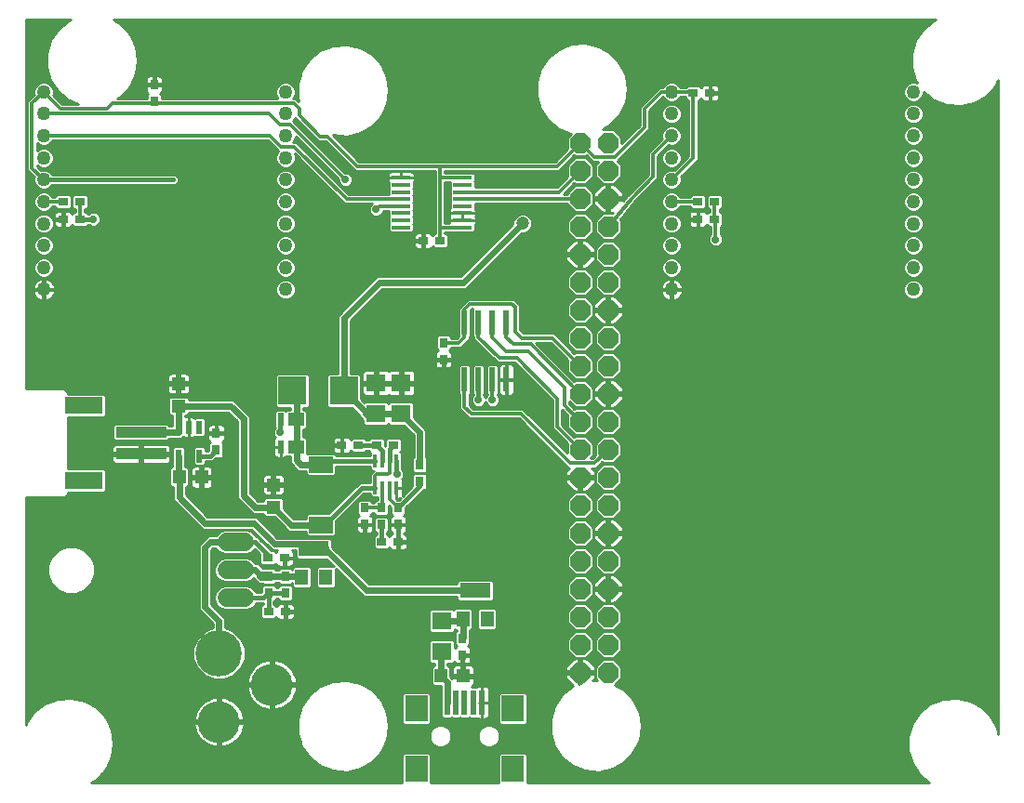
<source format=gtl>
G75*
G70*
%OFA0B0*%
%FSLAX24Y24*%
%IPPOS*%
%LPD*%
%AMOC8*
5,1,8,0,0,1.08239X$1,22.5*
%
%ADD10OC8,0.0740*%
%ADD11C,0.0500*%
%ADD12R,0.0315X0.0354*%
%ADD13R,0.0354X0.0315*%
%ADD14R,0.0217X0.0472*%
%ADD15R,0.0472X0.0512*%
%ADD16R,0.0512X0.0472*%
%ADD17R,0.0787X0.0945*%
%ADD18R,0.0197X0.0909*%
%ADD19C,0.1660*%
%ADD20C,0.1502*%
%ADD21R,0.0709X0.0630*%
%ADD22R,0.1102X0.0551*%
%ADD23R,0.0472X0.0551*%
%ADD24C,0.0660*%
%ADD25R,0.0236X0.0866*%
%ADD26R,0.0160X0.0480*%
%ADD27R,0.1000X0.1000*%
%ADD28R,0.0866X0.0591*%
%ADD29R,0.0200X0.0480*%
%ADD30R,0.0670X0.0140*%
%ADD31R,0.1811X0.0394*%
%ADD32R,0.1339X0.0630*%
%ADD33C,0.0120*%
%ADD34C,0.0160*%
%ADD35C,0.0290*%
%ADD36C,0.0100*%
%ADD37C,0.0240*%
%ADD38C,0.0320*%
%ADD39C,0.0472*%
D10*
X020225Y005170D03*
X021225Y005170D03*
X021225Y006170D03*
X021225Y007170D03*
X020225Y007170D03*
X020225Y006170D03*
X020225Y008170D03*
X020225Y009170D03*
X021225Y009170D03*
X021225Y008170D03*
X021225Y010170D03*
X021225Y011170D03*
X020225Y011170D03*
X020225Y010170D03*
X020225Y012170D03*
X020225Y013170D03*
X020225Y014170D03*
X021225Y014170D03*
X021225Y013170D03*
X021225Y012170D03*
X021225Y015170D03*
X021225Y016170D03*
X020225Y016170D03*
X020225Y015170D03*
X020225Y017170D03*
X020225Y018170D03*
X021225Y018170D03*
X021225Y017170D03*
X021225Y019170D03*
X021225Y020170D03*
X020225Y020170D03*
X020225Y019170D03*
X020225Y021170D03*
X020225Y022170D03*
X021225Y022170D03*
X021225Y021170D03*
X021225Y023170D03*
X021225Y024170D03*
X020225Y024170D03*
X020225Y023170D03*
D11*
X023494Y022844D03*
X023494Y022056D03*
X023494Y021269D03*
X023494Y020481D03*
X023494Y019694D03*
X023494Y018907D03*
X023494Y023631D03*
X023494Y024419D03*
X023494Y025206D03*
X023494Y025993D03*
X032156Y025993D03*
X032156Y025206D03*
X032156Y024419D03*
X032156Y023631D03*
X032156Y022844D03*
X032156Y022056D03*
X032156Y021269D03*
X032156Y020481D03*
X032156Y019694D03*
X032156Y018907D03*
X009656Y018907D03*
X009656Y019694D03*
X009656Y020481D03*
X009656Y021269D03*
X009656Y022056D03*
X009656Y022844D03*
X009656Y023631D03*
X009656Y024419D03*
X009656Y025206D03*
X009656Y025993D03*
X000994Y025993D03*
X000994Y025206D03*
X000994Y024419D03*
X000994Y023631D03*
X000994Y022844D03*
X000994Y022056D03*
X000994Y021269D03*
X000994Y020481D03*
X000994Y019694D03*
X000994Y018907D03*
D12*
X007175Y013750D03*
X007175Y013150D03*
X012500Y011075D03*
X013100Y011075D03*
X013100Y010475D03*
X012500Y010475D03*
X013700Y010475D03*
X013700Y011075D03*
X014475Y012025D03*
X014475Y012625D03*
X015325Y016400D03*
X015325Y017000D03*
X009650Y008625D03*
X009650Y008025D03*
X009050Y008025D03*
X009050Y008625D03*
X016000Y006400D03*
X016000Y005800D03*
X004950Y025650D03*
X004950Y026250D03*
D13*
X002290Y022053D03*
X001690Y022053D03*
X001690Y021425D03*
X002290Y021425D03*
X011675Y013325D03*
X012275Y013325D03*
X012925Y013325D03*
X013525Y013325D03*
X013700Y009850D03*
X013100Y009850D03*
X009625Y009275D03*
X009025Y009275D03*
X009050Y007350D03*
X009650Y007350D03*
X014600Y020650D03*
X015200Y020650D03*
X024440Y021430D03*
X025040Y021430D03*
X025040Y022058D03*
X024440Y022058D03*
X024275Y025950D03*
X024875Y025950D03*
D14*
X006574Y013962D03*
X006200Y013962D03*
X005826Y013962D03*
X005826Y012938D03*
X006574Y012938D03*
D15*
X006650Y012175D03*
X005850Y012175D03*
X015225Y005050D03*
X016025Y005050D03*
D16*
X009225Y011100D03*
X009225Y011900D03*
X005825Y014725D03*
X005825Y015525D03*
D17*
X014343Y003878D03*
X014343Y001713D03*
X017807Y001713D03*
X017807Y003878D03*
D18*
X016705Y004100D03*
X016390Y004100D03*
X016075Y004100D03*
X015760Y004100D03*
X015445Y004100D03*
D19*
X007275Y005854D03*
D20*
X009165Y004732D03*
X007275Y003394D03*
D21*
X015250Y005924D03*
X015250Y007026D03*
X013800Y014449D03*
X012900Y014449D03*
X012900Y015551D03*
X013800Y015551D03*
D22*
X010675Y009612D03*
X016450Y008112D03*
D23*
X016017Y007088D03*
X016883Y007088D03*
X011108Y008588D03*
X010242Y008588D03*
D24*
X008205Y008850D02*
X007545Y008850D01*
X007545Y007850D02*
X008205Y007850D01*
X008205Y009850D02*
X007545Y009850D01*
D25*
X016075Y015676D03*
X016575Y015676D03*
X017075Y015676D03*
X017575Y015676D03*
X017575Y017724D03*
X017075Y017724D03*
X016575Y017724D03*
X016075Y017724D03*
D26*
X013630Y012755D03*
X013380Y012755D03*
X013120Y012755D03*
X012870Y012755D03*
X012870Y011795D03*
X013120Y011795D03*
X013380Y011795D03*
X013630Y011795D03*
D27*
X011750Y015275D03*
X009900Y015275D03*
D28*
X010925Y012633D03*
X010925Y010467D03*
D29*
X010220Y013260D03*
X009850Y013260D03*
X009480Y013260D03*
X009480Y014240D03*
X009850Y014240D03*
X010220Y014240D03*
D30*
X013800Y021125D03*
X013800Y021385D03*
X013800Y021645D03*
X013800Y021895D03*
X013800Y022155D03*
X013800Y022405D03*
X013800Y022665D03*
X013800Y022925D03*
X016000Y022925D03*
X016000Y022665D03*
X016000Y022405D03*
X016000Y022155D03*
X016000Y021895D03*
X016000Y021645D03*
X016000Y021385D03*
X016000Y021125D03*
D31*
X004482Y013794D03*
X004482Y013006D03*
D32*
X002434Y012061D03*
X002434Y014739D03*
D33*
X002290Y021425D02*
X002290Y022053D01*
X001690Y022053D02*
X000994Y022053D01*
X000994Y022056D01*
X000994Y022844D02*
X000575Y023263D01*
X000575Y025574D01*
X000994Y025993D01*
X001588Y025400D01*
X003275Y025400D01*
X003475Y025600D01*
X005000Y025600D01*
X004950Y025650D01*
X005000Y025600D02*
X009958Y025600D01*
X009958Y025593D01*
X010150Y025400D01*
X010150Y025150D01*
X010900Y024400D01*
X011158Y024400D01*
X012233Y023325D01*
X015200Y023325D01*
X015200Y022925D01*
X016000Y022925D01*
X016000Y022405D02*
X019460Y022405D01*
X020225Y023170D01*
X020733Y023663D02*
X021463Y023663D01*
X022525Y024725D01*
X022525Y025400D01*
X023118Y025993D01*
X023494Y025993D01*
X024232Y025993D01*
X024275Y025950D01*
X024275Y023624D01*
X023494Y022844D01*
X022825Y022950D02*
X022825Y023749D01*
X023494Y024419D01*
X022825Y022950D02*
X022045Y022170D01*
X021225Y021170D01*
X020210Y022155D02*
X020225Y022170D01*
X020210Y022155D02*
X016000Y022155D01*
X016000Y021125D02*
X015200Y021125D01*
X015200Y022925D01*
X015200Y023325D02*
X019380Y023325D01*
X020225Y024170D01*
X020733Y023663D01*
X023494Y022056D02*
X023495Y022058D01*
X024440Y022058D01*
X025040Y022058D02*
X025040Y021430D01*
X025075Y021430D01*
X025075Y020700D01*
X020225Y016170D02*
X019225Y017170D01*
X018130Y017170D01*
X017900Y017400D01*
X017900Y018275D01*
X017775Y018400D01*
X016275Y018400D01*
X016075Y018200D01*
X016075Y017724D01*
X016075Y017200D01*
X015875Y017000D01*
X015325Y017000D01*
X016575Y017200D02*
X016575Y017724D01*
X017075Y017724D02*
X017075Y017200D01*
X017575Y016700D01*
X018350Y016700D01*
X019650Y015400D01*
X019650Y014745D01*
X020225Y014170D01*
X019400Y013995D02*
X020225Y013170D01*
X019875Y012675D02*
X018100Y014450D01*
X016325Y014450D01*
X016075Y014700D01*
X016075Y015676D01*
X017075Y015676D02*
X017075Y014950D01*
X017325Y016450D02*
X017945Y016450D01*
X019400Y014995D01*
X019400Y013995D01*
X020225Y015170D02*
X018445Y016950D01*
X017825Y016950D01*
X017575Y017200D01*
X017575Y017724D01*
X016575Y017200D02*
X017325Y016450D01*
X020730Y012675D02*
X021225Y013170D01*
X020730Y012675D02*
X019875Y012675D01*
X013700Y011075D02*
X013380Y011395D01*
X013380Y011795D01*
X013120Y011795D02*
X013120Y011095D01*
X013100Y011075D01*
X012500Y011075D01*
X012870Y011795D02*
X012870Y012220D01*
X012925Y012275D01*
X013325Y012275D01*
X013380Y012330D01*
X013380Y012755D01*
X015200Y020650D02*
X015200Y021125D01*
X013800Y021895D02*
X013020Y021895D01*
X012900Y021775D01*
X013800Y022155D02*
X011845Y022155D01*
X009975Y024025D01*
X009500Y024025D01*
X009106Y024419D01*
X000994Y024419D01*
X000994Y025206D02*
X009069Y025206D01*
X009450Y024825D01*
X009825Y024825D01*
X011800Y022850D01*
D34*
X005631Y022844D02*
X000994Y022844D01*
X002290Y021425D02*
X002775Y021425D01*
X009475Y014240D02*
X009475Y013775D01*
X009480Y014240D02*
X009475Y014240D01*
X009850Y014240D02*
X010220Y014240D01*
X010160Y014300D01*
X010050Y014300D01*
X010035Y013260D02*
X009850Y013260D01*
X010035Y013260D02*
X010220Y013260D01*
X010925Y012755D02*
X010925Y012633D01*
X010925Y012755D02*
X012870Y012755D01*
X013120Y012755D02*
X013120Y013130D01*
X012925Y013325D01*
X012275Y013325D01*
X013380Y013180D02*
X013380Y012755D01*
X013630Y012755D02*
X013630Y012295D01*
X013650Y012275D01*
X014475Y012025D02*
X014475Y011850D01*
X013700Y011075D01*
X013100Y010475D02*
X013100Y009850D01*
X012395Y011795D02*
X011150Y010550D01*
X011008Y010550D01*
X010925Y010467D01*
X012395Y011795D02*
X012870Y011795D01*
X013380Y013180D02*
X013525Y013325D01*
X016575Y014950D02*
X016575Y015676D01*
X009025Y009400D02*
X008575Y009850D01*
X007650Y009850D01*
X009025Y009400D02*
X009025Y009275D01*
X009050Y008025D02*
X008875Y007850D01*
X007875Y007850D01*
X009050Y008025D02*
X009050Y007350D01*
X009050Y008025D02*
X009650Y008025D01*
X006963Y012938D02*
X006574Y012938D01*
X006963Y012938D02*
X007175Y013150D01*
D35*
X009375Y012725D03*
X009575Y012400D03*
X010625Y013150D03*
X010875Y013400D03*
X011125Y013150D03*
X010875Y014150D03*
X011375Y014150D03*
X011875Y014150D03*
X012625Y013900D03*
X013125Y013900D03*
X013625Y013900D03*
X013825Y013650D03*
X014075Y013400D03*
X014075Y012900D03*
X014075Y012400D03*
X013650Y012275D03*
X014075Y011900D03*
X014075Y010150D03*
X012575Y009900D03*
X012075Y010150D03*
X009475Y013775D03*
X012625Y016150D03*
X013125Y016150D03*
X013625Y016150D03*
X014125Y016150D03*
X016575Y014950D03*
X017075Y014950D03*
X025075Y020700D03*
X012900Y021775D03*
X011800Y022850D03*
X005375Y026275D03*
X004500Y026275D03*
X002775Y021425D03*
D36*
X002879Y001335D02*
X002688Y001225D01*
X013839Y001225D01*
X013839Y002231D01*
X013903Y002295D01*
X014782Y002295D01*
X014846Y002231D01*
X014846Y001225D01*
X017304Y001225D01*
X017304Y002231D01*
X017368Y002295D01*
X018247Y002295D01*
X018311Y002231D01*
X018311Y001225D01*
X032739Y001225D01*
X032390Y001503D01*
X032390Y001503D01*
X032390Y001503D01*
X032113Y001909D01*
X032113Y001909D01*
X031968Y002379D01*
X031968Y002871D01*
X032113Y003341D01*
X032113Y003341D01*
X032390Y003747D01*
X032390Y003747D01*
X032775Y004054D01*
X032775Y004054D01*
X033233Y004234D01*
X033723Y004270D01*
X033723Y004270D01*
X034203Y004161D01*
X034203Y004161D01*
X034629Y003915D01*
X034629Y003915D01*
X034963Y003554D01*
X034963Y003554D01*
X035177Y003111D01*
X035177Y003111D01*
X035200Y002957D01*
X035200Y026427D01*
X035088Y026196D01*
X035088Y026196D01*
X034754Y025835D01*
X034754Y025835D01*
X034754Y025835D01*
X034328Y025589D01*
X034328Y025589D01*
X033848Y025480D01*
X033848Y025480D01*
X033358Y025516D01*
X033358Y025516D01*
X032900Y025696D01*
X032900Y025696D01*
X032516Y026003D01*
X032516Y025922D01*
X032461Y025789D01*
X032360Y025688D01*
X032227Y025633D01*
X032084Y025633D01*
X031952Y025688D01*
X031851Y025789D01*
X031796Y025922D01*
X031796Y026065D01*
X031851Y026197D01*
X031952Y026298D01*
X032084Y026353D01*
X032227Y026353D01*
X032296Y026325D01*
X032238Y026409D01*
X032238Y026409D01*
X032093Y026879D01*
X032093Y027371D01*
X032238Y027841D01*
X032238Y027841D01*
X032515Y028247D01*
X032515Y028247D01*
X032515Y028247D01*
X032900Y028554D01*
X032900Y028554D01*
X032954Y028575D01*
X003477Y028575D01*
X003754Y028415D01*
X003754Y028415D01*
X004088Y028054D01*
X004088Y028054D01*
X004302Y027611D01*
X004302Y027611D01*
X004375Y027125D01*
X004302Y026639D01*
X004302Y026639D01*
X004088Y026196D01*
X004088Y026196D01*
X003754Y025835D01*
X003754Y025835D01*
X003641Y025770D01*
X004683Y025770D01*
X004683Y025873D01*
X004741Y025931D01*
X004735Y025933D01*
X004700Y025953D01*
X004672Y025981D01*
X004653Y026015D01*
X004643Y026053D01*
X004643Y026221D01*
X004921Y026221D01*
X004921Y026279D01*
X004921Y026577D01*
X004773Y026577D01*
X004735Y026567D01*
X004700Y026547D01*
X004672Y026519D01*
X004653Y026485D01*
X004643Y026447D01*
X004643Y026279D01*
X004921Y026279D01*
X004979Y026279D01*
X004979Y026577D01*
X005127Y026577D01*
X005165Y026567D01*
X005200Y026547D01*
X005228Y026519D01*
X005247Y026485D01*
X005257Y026447D01*
X005257Y026279D01*
X004979Y026279D01*
X004979Y026221D01*
X005257Y026221D01*
X005257Y026053D01*
X005247Y026015D01*
X005228Y025981D01*
X005200Y025953D01*
X005165Y025933D01*
X005159Y025931D01*
X005217Y025873D01*
X005217Y025770D01*
X009370Y025770D01*
X009351Y025789D01*
X009296Y025922D01*
X009296Y026065D01*
X009351Y026197D01*
X009452Y026298D01*
X009584Y026353D01*
X009727Y026353D01*
X009860Y026298D01*
X009961Y026197D01*
X010016Y026065D01*
X010016Y025922D01*
X009961Y025789D01*
X009942Y025770D01*
X010028Y025770D01*
X010127Y025670D01*
X010127Y025663D01*
X010141Y025649D01*
X010093Y025804D01*
X010093Y026296D01*
X010238Y026766D01*
X010238Y026766D01*
X010515Y027172D01*
X010515Y027172D01*
X010900Y027479D01*
X010900Y027479D01*
X011358Y027659D01*
X011358Y027659D01*
X011848Y027695D01*
X011848Y027695D01*
X012328Y027586D01*
X012328Y027586D01*
X012754Y027340D01*
X012754Y027340D01*
X013088Y026979D01*
X013088Y026979D01*
X013302Y026536D01*
X013302Y026536D01*
X013375Y026050D01*
X013302Y025564D01*
X013302Y025564D01*
X013088Y025121D01*
X013088Y025121D01*
X012754Y024760D01*
X012754Y024760D01*
X012328Y024514D01*
X012328Y024514D01*
X011848Y024405D01*
X011848Y024405D01*
X011358Y024441D01*
X011358Y024441D01*
X011356Y024442D01*
X012303Y023495D01*
X019310Y023495D01*
X019765Y023951D01*
X019745Y023971D01*
X019745Y024369D01*
X019879Y024503D01*
X019450Y024671D01*
X019450Y024671D01*
X019065Y024978D01*
X019065Y024978D01*
X019065Y024978D01*
X018788Y025384D01*
X018788Y025384D01*
X018643Y025854D01*
X018643Y026346D01*
X018788Y026816D01*
X018788Y026816D01*
X019065Y027222D01*
X019065Y027222D01*
X019065Y027222D01*
X019450Y027529D01*
X019450Y027529D01*
X019908Y027709D01*
X019908Y027709D01*
X020398Y027745D01*
X020398Y027745D01*
X020878Y027636D01*
X020878Y027636D01*
X021304Y027390D01*
X021304Y027390D01*
X021638Y027029D01*
X021638Y027029D01*
X021852Y026586D01*
X021852Y026586D01*
X021925Y026100D01*
X021852Y025614D01*
X021852Y025614D01*
X021638Y025171D01*
X021638Y025171D01*
X021304Y024810D01*
X021304Y024810D01*
X021304Y024810D01*
X021027Y024650D01*
X021424Y024650D01*
X021705Y024369D01*
X021705Y024145D01*
X022355Y024795D01*
X022355Y025470D01*
X022948Y026064D01*
X023048Y026163D01*
X023175Y026163D01*
X023189Y026197D01*
X023290Y026298D01*
X023423Y026353D01*
X023566Y026353D01*
X023698Y026298D01*
X023799Y026197D01*
X023814Y026163D01*
X023998Y026163D01*
X024052Y026217D01*
X024498Y026217D01*
X024556Y026159D01*
X024558Y026165D01*
X024578Y026200D01*
X024606Y026228D01*
X024640Y026247D01*
X024678Y026257D01*
X024846Y026257D01*
X024846Y025979D01*
X024904Y025979D01*
X024904Y026257D01*
X025072Y026257D01*
X025110Y026247D01*
X025144Y026228D01*
X025172Y026200D01*
X025192Y026165D01*
X025202Y026127D01*
X025202Y025979D01*
X024904Y025979D01*
X024904Y025921D01*
X025202Y025921D01*
X025202Y025773D01*
X025192Y025735D01*
X025172Y025700D01*
X025144Y025672D01*
X025110Y025653D01*
X025072Y025643D01*
X024904Y025643D01*
X024904Y025921D01*
X024846Y025921D01*
X024846Y025643D01*
X024678Y025643D01*
X024640Y025653D01*
X024606Y025672D01*
X024578Y025700D01*
X024558Y025735D01*
X024556Y025741D01*
X024498Y025683D01*
X024445Y025683D01*
X024445Y023554D01*
X024345Y023454D01*
X023840Y022949D01*
X023854Y022915D01*
X023854Y022772D01*
X023799Y022640D01*
X023698Y022539D01*
X023566Y022484D01*
X023423Y022484D01*
X023290Y022539D01*
X023189Y022640D01*
X023134Y022772D01*
X023134Y022915D01*
X023189Y023048D01*
X023290Y023149D01*
X023423Y023204D01*
X023566Y023204D01*
X023600Y023190D01*
X024105Y023695D01*
X024105Y025683D01*
X024052Y025683D01*
X023988Y025747D01*
X023988Y025823D01*
X023814Y025823D01*
X023799Y025789D01*
X023698Y025688D01*
X023566Y025633D01*
X023423Y025633D01*
X023290Y025688D01*
X023189Y025789D01*
X023179Y025814D01*
X022695Y025330D01*
X022695Y024655D01*
X022595Y024555D01*
X021557Y023517D01*
X021705Y023369D01*
X021705Y022971D01*
X021424Y022690D01*
X021026Y022690D01*
X020745Y022971D01*
X020745Y023369D01*
X020869Y023493D01*
X020662Y023493D01*
X020563Y023592D01*
X020444Y023710D01*
X020424Y023690D01*
X020026Y023690D01*
X020006Y023710D01*
X019550Y023255D01*
X019550Y023255D01*
X019450Y023155D01*
X015370Y023155D01*
X015370Y023095D01*
X015609Y023095D01*
X015619Y023105D01*
X016381Y023105D01*
X016445Y023041D01*
X016445Y022809D01*
X016431Y022795D01*
X016445Y022781D01*
X016445Y022575D01*
X019390Y022575D01*
X019765Y022951D01*
X019745Y022971D01*
X019745Y023369D01*
X020026Y023650D01*
X020424Y023650D01*
X020705Y023369D01*
X020705Y022971D01*
X020424Y022690D01*
X020026Y022690D01*
X020006Y022710D01*
X019620Y022325D01*
X019745Y022325D01*
X019745Y022369D01*
X020026Y022650D01*
X020424Y022650D01*
X020705Y022369D01*
X020705Y021971D01*
X020424Y021690D01*
X020026Y021690D01*
X019745Y021971D01*
X019745Y021985D01*
X016445Y021985D01*
X016445Y021817D01*
X016455Y021807D01*
X016475Y021773D01*
X016485Y021735D01*
X016485Y021645D01*
X016000Y021645D01*
X016000Y021645D01*
X016000Y021645D01*
X015515Y021645D01*
X015515Y021735D01*
X015525Y021773D01*
X015545Y021807D01*
X015555Y021817D01*
X015555Y022011D01*
X015569Y022025D01*
X015555Y022039D01*
X015555Y022271D01*
X015564Y022280D01*
X015555Y022289D01*
X015555Y022521D01*
X015569Y022535D01*
X015555Y022549D01*
X015555Y022755D01*
X015370Y022755D01*
X015370Y021295D01*
X015515Y021295D01*
X015515Y021295D01*
X015515Y021385D01*
X016000Y021385D01*
X016000Y021385D01*
X016000Y021605D01*
X016000Y021645D01*
X016000Y021645D01*
X016485Y021645D01*
X016485Y021555D01*
X016475Y021517D01*
X016474Y021515D01*
X016475Y021513D01*
X016485Y021475D01*
X016485Y021385D01*
X016000Y021385D01*
X016000Y021385D01*
X016000Y021385D01*
X016000Y021645D01*
X015515Y021645D01*
X015515Y021555D01*
X015525Y021517D01*
X015526Y021515D01*
X015525Y021513D01*
X015515Y021475D01*
X015515Y021385D01*
X016000Y021385D01*
X016485Y021385D01*
X016485Y021295D01*
X016475Y021257D01*
X016455Y021223D01*
X016445Y021213D01*
X016445Y021009D01*
X016381Y020945D01*
X015619Y020945D01*
X015609Y020955D01*
X015370Y020955D01*
X015370Y020917D01*
X015423Y020917D01*
X015487Y020853D01*
X015487Y020447D01*
X015423Y020383D01*
X014977Y020383D01*
X014919Y020441D01*
X014917Y020435D01*
X014897Y020400D01*
X014869Y020372D01*
X014835Y020353D01*
X014797Y020343D01*
X014629Y020343D01*
X014629Y020621D01*
X014571Y020621D01*
X014571Y020343D01*
X014403Y020343D01*
X014365Y020353D01*
X014331Y020372D01*
X014303Y020400D01*
X014283Y020435D01*
X014273Y020473D01*
X014273Y020621D01*
X014571Y020621D01*
X014571Y020679D01*
X014571Y020957D01*
X014403Y020957D01*
X014365Y020947D01*
X014331Y020928D01*
X014303Y020900D01*
X014283Y020865D01*
X014273Y020827D01*
X014273Y020679D01*
X014571Y020679D01*
X014629Y020679D01*
X014629Y020957D01*
X014797Y020957D01*
X014835Y020947D01*
X014869Y020928D01*
X014897Y020900D01*
X014917Y020865D01*
X014919Y020859D01*
X014977Y020917D01*
X015030Y020917D01*
X015030Y023155D01*
X012162Y023155D01*
X011087Y024230D01*
X010830Y024230D01*
X010730Y024330D01*
X009989Y025070D01*
X009961Y025002D01*
X009925Y024966D01*
X011785Y023105D01*
X011851Y023105D01*
X011944Y023066D01*
X012016Y022994D01*
X012055Y022901D01*
X012055Y022799D01*
X012016Y022706D01*
X011944Y022634D01*
X011851Y022595D01*
X011749Y022595D01*
X011656Y022634D01*
X011584Y022706D01*
X011545Y022799D01*
X011545Y022865D01*
X010016Y024394D01*
X010016Y024347D01*
X009961Y024215D01*
X009941Y024195D01*
X010045Y024195D01*
X011915Y022325D01*
X013355Y022325D01*
X013355Y022521D01*
X013369Y022535D01*
X013355Y022549D01*
X013355Y022753D01*
X013345Y022763D01*
X013325Y022797D01*
X013315Y022835D01*
X013315Y022925D01*
X013800Y022925D01*
X013800Y022925D01*
X013800Y023145D01*
X014155Y023145D01*
X014193Y023135D01*
X014227Y023115D01*
X014255Y023087D01*
X014275Y023053D01*
X014285Y023015D01*
X014285Y022925D01*
X013800Y022925D01*
X013800Y022925D01*
X013800Y022925D01*
X013800Y023145D01*
X013445Y023145D01*
X013407Y023135D01*
X013373Y023115D01*
X013345Y023087D01*
X013325Y023053D01*
X013315Y023015D01*
X013315Y022925D01*
X013800Y022925D01*
X014285Y022925D01*
X014285Y022835D01*
X014275Y022797D01*
X014255Y022763D01*
X014245Y022753D01*
X014245Y022549D01*
X014231Y022535D01*
X014245Y022521D01*
X014245Y022289D01*
X014236Y022280D01*
X014245Y022271D01*
X014245Y022039D01*
X014231Y022025D01*
X014245Y022011D01*
X014245Y021779D01*
X014236Y021770D01*
X014245Y021761D01*
X014245Y021529D01*
X014231Y021515D01*
X014245Y021501D01*
X014245Y021269D01*
X014231Y021255D01*
X014245Y021241D01*
X014245Y021009D01*
X014181Y020945D01*
X013419Y020945D01*
X013355Y021009D01*
X013355Y021241D01*
X013369Y021255D01*
X013355Y021269D01*
X013355Y021501D01*
X013369Y021515D01*
X013355Y021529D01*
X013355Y021725D01*
X013155Y021725D01*
X013155Y021724D01*
X013116Y021631D01*
X013044Y021559D01*
X012951Y021520D01*
X012849Y021520D01*
X012756Y021559D01*
X012684Y021631D01*
X012645Y021724D01*
X012645Y021826D01*
X012684Y021919D01*
X012749Y021985D01*
X011775Y021985D01*
X011675Y022085D01*
X009987Y023773D01*
X010016Y023703D01*
X010016Y023559D01*
X009961Y023427D01*
X009860Y023326D01*
X009727Y023271D01*
X009584Y023271D01*
X009452Y023326D01*
X009351Y023427D01*
X009296Y023559D01*
X009296Y023703D01*
X009351Y023835D01*
X009400Y023885D01*
X009036Y024249D01*
X001314Y024249D01*
X001299Y024215D01*
X001198Y024113D01*
X001066Y024059D01*
X000923Y024059D01*
X000790Y024113D01*
X000745Y024159D01*
X000745Y023891D01*
X000790Y023936D01*
X000923Y023991D01*
X001066Y023991D01*
X001198Y023936D01*
X001299Y023835D01*
X001354Y023703D01*
X001354Y023559D01*
X001299Y023427D01*
X001198Y023326D01*
X001066Y023271D01*
X000923Y023271D01*
X000790Y023326D01*
X000745Y023371D01*
X000745Y023333D01*
X000889Y023190D01*
X000923Y023204D01*
X001066Y023204D01*
X001198Y023149D01*
X001299Y023048D01*
X001305Y023034D01*
X005710Y023034D01*
X005821Y022922D01*
X005821Y022765D01*
X005710Y022654D01*
X001305Y022654D01*
X001299Y022640D01*
X001198Y022539D01*
X001066Y022484D01*
X000923Y022484D01*
X000790Y022539D01*
X000689Y022640D01*
X000634Y022772D01*
X000634Y022915D01*
X000648Y022949D01*
X000505Y023093D01*
X000405Y023193D01*
X000405Y025644D01*
X000505Y025744D01*
X000648Y025888D01*
X000634Y025922D01*
X000634Y026065D01*
X000689Y026197D01*
X000790Y026298D01*
X000923Y026353D01*
X001066Y026353D01*
X001198Y026298D01*
X001299Y026197D01*
X001354Y026065D01*
X001354Y025922D01*
X001340Y025888D01*
X001658Y025570D01*
X002221Y025570D01*
X001900Y025696D01*
X001515Y026003D01*
X001515Y026003D01*
X001238Y026409D01*
X001238Y026409D01*
X001093Y026879D01*
X001093Y027371D01*
X001238Y027841D01*
X001238Y027841D01*
X001515Y028247D01*
X001515Y028247D01*
X001900Y028554D01*
X001900Y028554D01*
X001954Y028575D01*
X000350Y028575D01*
X000350Y015350D01*
X001733Y015350D01*
X001850Y015233D01*
X001850Y015164D01*
X003149Y015164D01*
X003214Y015099D01*
X003214Y014378D01*
X003149Y014314D01*
X001850Y014314D01*
X001850Y012486D01*
X003149Y012486D01*
X003214Y012422D01*
X003214Y011701D01*
X003149Y011636D01*
X001850Y011636D01*
X001850Y011567D01*
X001733Y011450D01*
X000350Y011450D01*
X000350Y003297D01*
X000363Y003341D01*
X000363Y003341D01*
X000640Y003747D01*
X000640Y003747D01*
X001025Y004054D01*
X001025Y004054D01*
X001483Y004234D01*
X001483Y004234D01*
X001973Y004270D01*
X001973Y004270D01*
X002453Y004161D01*
X002453Y004161D01*
X002879Y003915D01*
X002879Y003915D01*
X003213Y003554D01*
X003213Y003554D01*
X003427Y003111D01*
X003427Y003111D01*
X003500Y002625D01*
X003500Y002625D01*
X003427Y002139D01*
X003213Y001696D01*
X003213Y001696D01*
X002879Y001335D01*
X002879Y001335D01*
X002879Y001335D01*
X002890Y001348D02*
X013839Y001348D01*
X013839Y001446D02*
X002982Y001446D01*
X003073Y001545D02*
X013839Y001545D01*
X013839Y001643D02*
X012017Y001643D01*
X011848Y001605D02*
X012328Y001714D01*
X012754Y001960D01*
X013088Y002321D01*
X013302Y002764D01*
X013375Y003250D01*
X013302Y003736D01*
X013302Y003736D01*
X013088Y004179D01*
X013088Y004179D01*
X012754Y004540D01*
X012754Y004540D01*
X012328Y004786D01*
X012328Y004786D01*
X011848Y004895D01*
X011358Y004859D01*
X010900Y004679D01*
X010515Y004372D01*
X010238Y003966D01*
X010093Y003496D01*
X010093Y003004D01*
X010238Y002534D01*
X010515Y002128D01*
X010515Y002128D01*
X010515Y002128D01*
X010900Y001821D01*
X011358Y001641D01*
X011848Y001605D01*
X011848Y001605D01*
X012328Y001714D02*
X012328Y001714D01*
X012375Y001742D02*
X013839Y001742D01*
X013839Y001840D02*
X012546Y001840D01*
X012717Y001939D02*
X013839Y001939D01*
X013839Y002037D02*
X012825Y002037D01*
X012754Y001960D02*
X012754Y001960D01*
X012917Y002136D02*
X013839Y002136D01*
X013842Y002234D02*
X013008Y002234D01*
X013088Y002321D02*
X013088Y002321D01*
X013094Y002333D02*
X019426Y002333D01*
X019359Y002431D02*
X013142Y002431D01*
X013189Y002530D02*
X015051Y002530D01*
X014984Y002557D02*
X015130Y002497D01*
X015288Y002497D01*
X015434Y002557D01*
X015545Y002669D01*
X015606Y002815D01*
X015606Y002973D01*
X015545Y003118D01*
X015434Y003230D01*
X015288Y003291D01*
X015130Y003291D01*
X014984Y003230D01*
X014872Y003118D01*
X014812Y002973D01*
X014812Y002815D01*
X014872Y002669D01*
X014984Y002557D01*
X014913Y002628D02*
X013236Y002628D01*
X013284Y002727D02*
X014849Y002727D01*
X014812Y002825D02*
X013311Y002825D01*
X013302Y002764D02*
X013302Y002764D01*
X013326Y002924D02*
X014812Y002924D01*
X014832Y003022D02*
X013341Y003022D01*
X013355Y003121D02*
X014874Y003121D01*
X014973Y003219D02*
X013370Y003219D01*
X013365Y003318D02*
X013881Y003318D01*
X013903Y003296D02*
X014782Y003296D01*
X014846Y003360D01*
X014846Y004396D01*
X014782Y004460D01*
X013903Y004460D01*
X013839Y004396D01*
X013839Y003360D01*
X013903Y003296D01*
X013839Y003416D02*
X013350Y003416D01*
X013335Y003515D02*
X013839Y003515D01*
X013839Y003613D02*
X013320Y003613D01*
X013305Y003712D02*
X013839Y003712D01*
X013839Y003810D02*
X013266Y003810D01*
X013219Y003909D02*
X013839Y003909D01*
X013839Y004007D02*
X013171Y004007D01*
X013124Y004106D02*
X013839Y004106D01*
X013839Y004204D02*
X013066Y004204D01*
X012974Y004303D02*
X013839Y004303D01*
X013844Y004401D02*
X012883Y004401D01*
X012791Y004500D02*
X015215Y004500D01*
X015215Y004598D02*
X012653Y004598D01*
X012483Y004697D02*
X014931Y004697D01*
X014943Y004684D02*
X015215Y004684D01*
X015215Y004005D01*
X015237Y003983D01*
X015237Y003600D01*
X015301Y003536D01*
X015589Y003536D01*
X015603Y003549D01*
X015616Y003536D01*
X015904Y003536D01*
X015918Y003549D01*
X015931Y003536D01*
X016219Y003536D01*
X016232Y003549D01*
X016246Y003536D01*
X016504Y003536D01*
X016514Y003526D01*
X016549Y003506D01*
X016587Y003496D01*
X016705Y003496D01*
X016823Y003496D01*
X016861Y003506D01*
X016895Y003526D01*
X016923Y003554D01*
X016943Y003588D01*
X016953Y003626D01*
X016953Y004100D01*
X016953Y004574D01*
X016943Y004612D01*
X016923Y004646D01*
X016895Y004674D01*
X016861Y004694D01*
X016823Y004704D01*
X016705Y004704D01*
X016705Y004100D01*
X016953Y004100D01*
X016705Y004100D01*
X016705Y004100D01*
X016705Y004100D01*
X016705Y003496D01*
X016705Y004100D01*
X016705Y004100D01*
X016705Y004704D01*
X016587Y004704D01*
X016549Y004694D01*
X016514Y004674D01*
X016504Y004664D01*
X016336Y004664D01*
X016353Y004674D01*
X016381Y004702D01*
X016401Y004736D01*
X016411Y004774D01*
X016411Y005000D01*
X016075Y005000D01*
X016075Y005100D01*
X015975Y005100D01*
X015975Y005456D01*
X015769Y005456D01*
X015731Y005446D01*
X015697Y005426D01*
X015669Y005398D01*
X015649Y005364D01*
X015639Y005326D01*
X015639Y005100D01*
X015975Y005100D01*
X015975Y005000D01*
X015639Y005000D01*
X015639Y004961D01*
X015571Y005029D01*
X015571Y005351D01*
X015507Y005416D01*
X015455Y005416D01*
X015455Y005499D01*
X015650Y005499D01*
X015708Y005557D01*
X015722Y005531D01*
X015750Y005503D01*
X015785Y005483D01*
X015823Y005473D01*
X015971Y005473D01*
X015971Y005771D01*
X016029Y005771D01*
X016029Y005829D01*
X016307Y005829D01*
X016307Y005997D01*
X016297Y006035D01*
X016278Y006069D01*
X016250Y006097D01*
X016215Y006117D01*
X016209Y006119D01*
X016267Y006177D01*
X016267Y006623D01*
X016247Y006643D01*
X016247Y006703D01*
X016299Y006703D01*
X016363Y006767D01*
X016363Y007409D01*
X016299Y007474D01*
X015735Y007474D01*
X015681Y007420D01*
X015650Y007451D01*
X014850Y007451D01*
X014786Y007387D01*
X014786Y006666D01*
X014850Y006601D01*
X015650Y006601D01*
X015714Y006666D01*
X015714Y006723D01*
X015735Y006703D01*
X015787Y006703D01*
X015787Y006677D01*
X015733Y006623D01*
X015733Y006177D01*
X015791Y006119D01*
X015785Y006117D01*
X015750Y006097D01*
X015722Y006069D01*
X015714Y006055D01*
X015714Y006284D01*
X015650Y006349D01*
X014850Y006349D01*
X014786Y006284D01*
X014786Y005563D01*
X014850Y005499D01*
X014995Y005499D01*
X014995Y005416D01*
X014943Y005416D01*
X014879Y005351D01*
X014879Y004749D01*
X014943Y004684D01*
X014879Y004795D02*
X012288Y004795D01*
X011856Y004894D02*
X014879Y004894D01*
X014879Y004992D02*
X010028Y004992D01*
X010020Y005023D02*
X009975Y005132D01*
X009916Y005234D01*
X009844Y005328D01*
X009760Y005411D01*
X009667Y005483D01*
X009564Y005542D01*
X009455Y005587D01*
X009341Y005618D01*
X009224Y005633D01*
X009215Y005633D01*
X009215Y004782D01*
X010066Y004782D01*
X010066Y004791D01*
X010051Y004908D01*
X010020Y005023D01*
X009992Y005091D02*
X014879Y005091D01*
X014879Y005189D02*
X009942Y005189D01*
X009875Y005288D02*
X014879Y005288D01*
X014913Y005386D02*
X009785Y005386D01*
X009664Y005485D02*
X014995Y005485D01*
X014786Y005583D02*
X009466Y005583D01*
X009215Y005583D02*
X009115Y005583D01*
X009115Y005633D02*
X009106Y005633D01*
X008989Y005618D01*
X008874Y005587D01*
X008765Y005542D01*
X008663Y005483D01*
X008569Y005411D01*
X008486Y005328D01*
X008414Y005234D01*
X008355Y005132D01*
X008310Y005023D01*
X008279Y004908D01*
X008264Y004791D01*
X008264Y004782D01*
X009115Y004782D01*
X009115Y004682D01*
X009215Y004682D01*
X009215Y004782D01*
X009115Y004782D01*
X009115Y005633D01*
X009115Y005485D02*
X009215Y005485D01*
X009215Y005386D02*
X009115Y005386D01*
X009115Y005288D02*
X009215Y005288D01*
X009215Y005189D02*
X009115Y005189D01*
X009115Y005091D02*
X009215Y005091D01*
X009215Y004992D02*
X009115Y004992D01*
X009115Y004894D02*
X009215Y004894D01*
X009215Y004795D02*
X009115Y004795D01*
X009115Y004697D02*
X000350Y004697D01*
X000350Y004795D02*
X008264Y004795D01*
X008277Y004894D02*
X000350Y004894D01*
X000350Y004992D02*
X006901Y004992D01*
X006743Y005058D02*
X006478Y005322D01*
X006335Y005667D01*
X006335Y006041D01*
X006478Y006387D01*
X006743Y006651D01*
X007045Y006776D01*
X007045Y006930D01*
X006545Y007430D01*
X006545Y009745D01*
X006680Y009880D01*
X006880Y010080D01*
X007164Y010080D01*
X007172Y010099D01*
X007296Y010223D01*
X007457Y010290D01*
X008293Y010290D01*
X008454Y010223D01*
X008578Y010099D01*
X008603Y010040D01*
X008654Y010040D01*
X008765Y009929D01*
X009151Y009542D01*
X009248Y009542D01*
X009306Y009484D01*
X009308Y009490D01*
X009328Y009525D01*
X009348Y009545D01*
X009180Y009545D01*
X009045Y009680D01*
X009045Y009680D01*
X008430Y010295D01*
X006680Y010295D01*
X005620Y011355D01*
X005620Y011809D01*
X005568Y011809D01*
X005504Y011874D01*
X005504Y012476D01*
X005568Y012541D01*
X005596Y012541D01*
X005596Y013033D01*
X005608Y013045D01*
X005608Y013220D01*
X005672Y013284D01*
X005980Y013284D01*
X006044Y013220D01*
X006044Y013045D01*
X006056Y013033D01*
X006056Y012541D01*
X006132Y012541D01*
X006196Y012476D01*
X006196Y011874D01*
X006132Y011809D01*
X006080Y011809D01*
X006080Y011545D01*
X006870Y010755D01*
X008620Y010755D01*
X009370Y010005D01*
X010607Y010005D01*
X010615Y009997D01*
X011272Y009997D01*
X011336Y009933D01*
X011336Y009664D01*
X012658Y008342D01*
X015789Y008342D01*
X015789Y008433D01*
X015853Y008497D01*
X017047Y008497D01*
X017111Y008433D01*
X017111Y007791D01*
X017047Y007726D01*
X015853Y007726D01*
X015789Y007791D01*
X015789Y007882D01*
X012468Y007882D01*
X012333Y008017D01*
X011454Y008895D01*
X011454Y008267D01*
X011390Y008203D01*
X010826Y008203D01*
X010762Y008267D01*
X010762Y008909D01*
X010826Y008974D01*
X011376Y008974D01*
X011124Y009226D01*
X010078Y009226D01*
X010014Y009291D01*
X010014Y009545D01*
X009902Y009545D01*
X009922Y009525D01*
X009942Y009490D01*
X009952Y009452D01*
X009952Y009304D01*
X009654Y009304D01*
X009654Y009246D01*
X009952Y009246D01*
X009952Y009098D01*
X009942Y009060D01*
X009922Y009025D01*
X009894Y008997D01*
X009860Y008978D01*
X009822Y008968D01*
X009654Y008968D01*
X009654Y009246D01*
X009596Y009246D01*
X009596Y008968D01*
X009428Y008968D01*
X009390Y008978D01*
X009356Y008997D01*
X009328Y009025D01*
X009308Y009060D01*
X009306Y009066D01*
X009248Y009008D01*
X008802Y009008D01*
X008738Y009072D01*
X008738Y009418D01*
X008567Y009590D01*
X008454Y009477D01*
X008293Y009410D01*
X007457Y009410D01*
X007296Y009477D01*
X007172Y009601D01*
X007164Y009620D01*
X007070Y009620D01*
X007005Y009555D01*
X007005Y007620D01*
X007370Y007255D01*
X007505Y007120D01*
X007505Y006776D01*
X007807Y006651D01*
X008072Y006387D01*
X008215Y006041D01*
X008215Y005667D01*
X008072Y005322D01*
X007807Y005058D01*
X007462Y004914D01*
X007088Y004914D01*
X006743Y005058D01*
X006710Y005091D02*
X000350Y005091D01*
X000350Y005189D02*
X006611Y005189D01*
X006513Y005288D02*
X000350Y005288D01*
X000350Y005386D02*
X006452Y005386D01*
X006411Y005485D02*
X000350Y005485D01*
X000350Y005583D02*
X006370Y005583D01*
X006335Y005682D02*
X000350Y005682D01*
X000350Y005780D02*
X006335Y005780D01*
X006335Y005879D02*
X000350Y005879D01*
X000350Y005977D02*
X006335Y005977D01*
X006349Y006076D02*
X000350Y006076D01*
X000350Y006174D02*
X006390Y006174D01*
X006431Y006273D02*
X000350Y006273D01*
X000350Y006371D02*
X006472Y006371D01*
X006561Y006470D02*
X000350Y006470D01*
X000350Y006568D02*
X006659Y006568D01*
X006780Y006667D02*
X000350Y006667D01*
X000350Y006765D02*
X007017Y006765D01*
X007045Y006864D02*
X000350Y006864D01*
X000350Y006962D02*
X007013Y006962D01*
X006914Y007061D02*
X000350Y007061D01*
X000350Y007159D02*
X006816Y007159D01*
X006717Y007258D02*
X000350Y007258D01*
X000350Y007356D02*
X006619Y007356D01*
X006545Y007455D02*
X000350Y007455D01*
X000350Y007553D02*
X006545Y007553D01*
X006545Y007652D02*
X000350Y007652D01*
X000350Y007750D02*
X006545Y007750D01*
X006545Y007849D02*
X000350Y007849D01*
X000350Y007947D02*
X006545Y007947D01*
X006545Y008046D02*
X002254Y008046D01*
X002144Y008000D02*
X002456Y008129D01*
X002696Y008369D01*
X002825Y008681D01*
X002825Y009019D01*
X002696Y009331D01*
X002456Y009571D01*
X002144Y009700D01*
X001806Y009700D01*
X001494Y009571D01*
X001254Y009331D01*
X001125Y009019D01*
X001125Y008681D01*
X001254Y008369D01*
X001494Y008129D01*
X001806Y008000D01*
X002144Y008000D01*
X002471Y008144D02*
X006545Y008144D01*
X006545Y008243D02*
X002570Y008243D01*
X002668Y008341D02*
X006545Y008341D01*
X006545Y008440D02*
X002725Y008440D01*
X002766Y008538D02*
X006545Y008538D01*
X006545Y008637D02*
X002807Y008637D01*
X002825Y008735D02*
X006545Y008735D01*
X006545Y008834D02*
X002825Y008834D01*
X002825Y008932D02*
X006545Y008932D01*
X006545Y009031D02*
X002820Y009031D01*
X002779Y009129D02*
X006545Y009129D01*
X006545Y009228D02*
X002739Y009228D01*
X002698Y009326D02*
X006545Y009326D01*
X006545Y009425D02*
X002603Y009425D01*
X002504Y009523D02*
X006545Y009523D01*
X006545Y009622D02*
X002334Y009622D01*
X001616Y009622D02*
X000350Y009622D01*
X000350Y009720D02*
X006545Y009720D01*
X006618Y009819D02*
X000350Y009819D01*
X000350Y009917D02*
X006717Y009917D01*
X006815Y010016D02*
X000350Y010016D01*
X000350Y010114D02*
X007187Y010114D01*
X007285Y010213D02*
X000350Y010213D01*
X000350Y010311D02*
X006664Y010311D01*
X006565Y010410D02*
X000350Y010410D01*
X000350Y010508D02*
X006467Y010508D01*
X006368Y010607D02*
X000350Y010607D01*
X000350Y010705D02*
X006270Y010705D01*
X006171Y010804D02*
X000350Y010804D01*
X000350Y010902D02*
X006073Y010902D01*
X005974Y011001D02*
X000350Y011001D01*
X000350Y011099D02*
X005876Y011099D01*
X005777Y011198D02*
X000350Y011198D01*
X000350Y011296D02*
X005679Y011296D01*
X005620Y011395D02*
X000350Y011395D01*
X001776Y011493D02*
X005620Y011493D01*
X005620Y011592D02*
X001850Y011592D01*
X001850Y012577D02*
X005596Y012577D01*
X005596Y012675D02*
X005454Y012675D01*
X005445Y012670D02*
X005479Y012689D01*
X005507Y012717D01*
X005527Y012752D01*
X005537Y012790D01*
X005537Y012958D01*
X004530Y012958D01*
X004530Y013055D01*
X004433Y013055D01*
X004433Y013353D01*
X003556Y013353D01*
X003518Y013343D01*
X003484Y013323D01*
X003456Y013295D01*
X003436Y013261D01*
X003426Y013223D01*
X003426Y013055D01*
X004433Y013055D01*
X004433Y012958D01*
X003426Y012958D01*
X003426Y012790D01*
X003436Y012752D01*
X003456Y012717D01*
X003484Y012689D01*
X003518Y012670D01*
X003556Y012659D01*
X004433Y012659D01*
X004433Y012958D01*
X004530Y012958D01*
X004530Y012659D01*
X005407Y012659D01*
X005445Y012670D01*
X005533Y012774D02*
X005596Y012774D01*
X005596Y012872D02*
X005537Y012872D01*
X005596Y012971D02*
X004530Y012971D01*
X004530Y013055D02*
X005537Y013055D01*
X005537Y013223D01*
X005527Y013261D01*
X005507Y013295D01*
X005479Y013323D01*
X005445Y013343D01*
X005407Y013353D01*
X004530Y013353D01*
X004530Y013055D01*
X004530Y013069D02*
X004433Y013069D01*
X004433Y012971D02*
X001850Y012971D01*
X001850Y013069D02*
X003426Y013069D01*
X003426Y013168D02*
X001850Y013168D01*
X001850Y013266D02*
X003439Y013266D01*
X003531Y013487D02*
X005433Y013487D01*
X005497Y013551D01*
X005497Y013564D01*
X005921Y013564D01*
X005973Y013616D01*
X005980Y013616D01*
X005985Y013620D01*
X006000Y013606D01*
X006034Y013586D01*
X006072Y013576D01*
X006196Y013576D01*
X006196Y013958D01*
X006204Y013958D01*
X006204Y013576D01*
X006328Y013576D01*
X006366Y013586D01*
X006400Y013606D01*
X006415Y013620D01*
X006420Y013616D01*
X006728Y013616D01*
X006792Y013680D01*
X006792Y014244D01*
X006728Y014308D01*
X006420Y014308D01*
X006415Y014303D01*
X006400Y014318D01*
X006366Y014338D01*
X006328Y014348D01*
X006204Y014348D01*
X006204Y013966D01*
X006196Y013966D01*
X006196Y014348D01*
X006072Y014348D01*
X006056Y014344D01*
X006056Y014379D01*
X006126Y014379D01*
X006191Y014443D01*
X006191Y014495D01*
X007605Y014495D01*
X007920Y014180D01*
X007920Y011430D01*
X008055Y011295D01*
X008480Y010870D01*
X008859Y010870D01*
X008859Y010818D01*
X008924Y010754D01*
X009246Y010754D01*
X009628Y010372D01*
X009762Y010237D01*
X010382Y010237D01*
X010382Y010126D01*
X010446Y010062D01*
X011404Y010062D01*
X011468Y010126D01*
X011468Y010599D01*
X012474Y011605D01*
X012680Y011605D01*
X012680Y011509D01*
X012744Y011445D01*
X012950Y011445D01*
X012950Y011362D01*
X012897Y011362D01*
X012833Y011298D01*
X012833Y011245D01*
X012767Y011245D01*
X012767Y011298D01*
X012703Y011362D01*
X012297Y011362D01*
X012233Y011298D01*
X012233Y010852D01*
X012291Y010794D01*
X012285Y010792D01*
X012250Y010772D01*
X012222Y010744D01*
X012203Y010710D01*
X012193Y010672D01*
X012193Y010504D01*
X012471Y010504D01*
X012471Y010446D01*
X012529Y010446D01*
X012529Y010504D01*
X012807Y010504D01*
X012807Y010672D01*
X012797Y010710D01*
X012778Y010744D01*
X012750Y010772D01*
X012715Y010792D01*
X012709Y010794D01*
X012767Y010852D01*
X012767Y010905D01*
X012833Y010905D01*
X012833Y010852D01*
X012897Y010788D01*
X013303Y010788D01*
X013367Y010852D01*
X013367Y011167D01*
X013433Y011102D01*
X013433Y010852D01*
X013491Y010794D01*
X013485Y010792D01*
X013450Y010772D01*
X013422Y010744D01*
X013403Y010710D01*
X013393Y010672D01*
X013393Y010504D01*
X013671Y010504D01*
X013671Y010446D01*
X013393Y010446D01*
X013393Y010278D01*
X013403Y010240D01*
X013422Y010206D01*
X013450Y010178D01*
X013485Y010158D01*
X013495Y010155D01*
X013465Y010147D01*
X013431Y010128D01*
X013403Y010100D01*
X013383Y010065D01*
X013381Y010059D01*
X013323Y010117D01*
X013290Y010117D01*
X013290Y010188D01*
X013303Y010188D01*
X013367Y010252D01*
X013367Y010698D01*
X013303Y010762D01*
X012897Y010762D01*
X012833Y010698D01*
X012833Y010252D01*
X012897Y010188D01*
X012910Y010188D01*
X012910Y010117D01*
X012877Y010117D01*
X012813Y010053D01*
X012813Y009647D01*
X012877Y009583D01*
X013323Y009583D01*
X013381Y009641D01*
X013383Y009635D01*
X013403Y009600D01*
X013431Y009572D01*
X013465Y009553D01*
X013503Y009543D01*
X013671Y009543D01*
X013671Y009821D01*
X013729Y009821D01*
X013729Y009879D01*
X014027Y009879D01*
X014027Y010027D01*
X014017Y010065D01*
X013997Y010100D01*
X013969Y010128D01*
X013935Y010147D01*
X013905Y010155D01*
X013915Y010158D01*
X013950Y010178D01*
X013978Y010206D01*
X013997Y010240D01*
X014007Y010278D01*
X014007Y010446D01*
X013729Y010446D01*
X013729Y010504D01*
X014007Y010504D01*
X014007Y010672D01*
X013997Y010710D01*
X013978Y010744D01*
X013950Y010772D01*
X013915Y010792D01*
X013909Y010794D01*
X013967Y010852D01*
X013967Y011074D01*
X014632Y011738D01*
X014678Y011738D01*
X014742Y011802D01*
X014742Y012248D01*
X014678Y012312D01*
X014272Y012312D01*
X014208Y012248D01*
X014208Y011851D01*
X013845Y011489D01*
X013850Y011497D01*
X013860Y011535D01*
X013860Y011795D01*
X013860Y012055D01*
X013850Y012093D01*
X013842Y012106D01*
X013866Y012131D01*
X013905Y012224D01*
X013905Y012326D01*
X013866Y012419D01*
X013820Y012466D01*
X013820Y013041D01*
X013775Y013085D01*
X013812Y013122D01*
X013812Y013528D01*
X013748Y013592D01*
X013302Y013592D01*
X013238Y013528D01*
X013238Y013307D01*
X013225Y013294D01*
X013212Y013307D01*
X013212Y013528D01*
X013148Y013592D01*
X012702Y013592D01*
X012638Y013528D01*
X012638Y013515D01*
X012562Y013515D01*
X012562Y013528D01*
X012498Y013592D01*
X012052Y013592D01*
X011994Y013534D01*
X011992Y013540D01*
X011972Y013575D01*
X011944Y013603D01*
X011910Y013622D01*
X011872Y013632D01*
X011704Y013632D01*
X011704Y013354D01*
X011646Y013354D01*
X011646Y013632D01*
X011478Y013632D01*
X011440Y013622D01*
X011406Y013603D01*
X011378Y013575D01*
X011358Y013540D01*
X011348Y013502D01*
X011348Y013354D01*
X011646Y013354D01*
X011646Y013296D01*
X011704Y013296D01*
X011704Y013018D01*
X011872Y013018D01*
X011910Y013028D01*
X011944Y013047D01*
X011972Y013075D01*
X011992Y013110D01*
X011994Y013116D01*
X012052Y013058D01*
X012498Y013058D01*
X012562Y013122D01*
X012562Y013135D01*
X012638Y013135D01*
X012638Y013122D01*
X012700Y013060D01*
X012680Y013041D01*
X012680Y012945D01*
X011468Y012945D01*
X011468Y012974D01*
X011404Y013038D01*
X010446Y013038D01*
X010430Y013022D01*
X010430Y013546D01*
X010366Y013610D01*
X010280Y013610D01*
X010280Y013890D01*
X010366Y013890D01*
X010430Y013954D01*
X010430Y014526D01*
X010366Y014590D01*
X010280Y014590D01*
X010280Y014665D01*
X010446Y014665D01*
X010510Y014729D01*
X010510Y015821D01*
X010446Y015885D01*
X009354Y015885D01*
X009290Y015821D01*
X009290Y014729D01*
X009354Y014665D01*
X009820Y014665D01*
X009820Y014590D01*
X009704Y014590D01*
X009665Y014551D01*
X009626Y014590D01*
X009334Y014590D01*
X009270Y014526D01*
X009270Y013954D01*
X009282Y013943D01*
X009259Y013919D01*
X009220Y013826D01*
X009220Y013724D01*
X009259Y013631D01*
X009279Y013611D01*
X009260Y013592D01*
X009240Y013558D01*
X009230Y013520D01*
X009230Y013260D01*
X009480Y013260D01*
X009480Y012870D01*
X009600Y012870D01*
X009638Y012880D01*
X009672Y012900D01*
X009693Y012921D01*
X009704Y012910D01*
X009820Y012910D01*
X009820Y012680D01*
X009955Y012545D01*
X009962Y012537D01*
X010097Y012403D01*
X010382Y012403D01*
X010382Y012292D01*
X010446Y012227D01*
X011404Y012227D01*
X011468Y012292D01*
X011468Y012565D01*
X012680Y012565D01*
X012680Y012469D01*
X012744Y012405D01*
X012815Y012405D01*
X012755Y012345D01*
X012700Y012290D01*
X012700Y012101D01*
X012680Y012081D01*
X012680Y011985D01*
X012316Y011985D01*
X011204Y010873D01*
X010446Y010873D01*
X010382Y010808D01*
X010382Y010697D01*
X009953Y010697D01*
X009591Y011059D01*
X009591Y011382D01*
X009526Y011446D01*
X008924Y011446D01*
X008859Y011382D01*
X008859Y011330D01*
X008670Y011330D01*
X008380Y011620D01*
X008380Y014370D01*
X007930Y014820D01*
X007795Y014955D01*
X006191Y014955D01*
X006191Y015007D01*
X006126Y015071D01*
X005524Y015071D01*
X005459Y015007D01*
X005459Y014443D01*
X005524Y014379D01*
X005596Y014379D01*
X005596Y014024D01*
X005497Y014024D01*
X005497Y014036D01*
X005433Y014101D01*
X003531Y014101D01*
X003466Y014036D01*
X003466Y013551D01*
X003531Y013487D01*
X003466Y013562D02*
X001850Y013562D01*
X001850Y013660D02*
X003466Y013660D01*
X003466Y013759D02*
X001850Y013759D01*
X001850Y013857D02*
X003466Y013857D01*
X003466Y013956D02*
X001850Y013956D01*
X001850Y014054D02*
X003484Y014054D01*
X003185Y014350D02*
X005596Y014350D01*
X005596Y014251D02*
X001850Y014251D01*
X001850Y014153D02*
X005596Y014153D01*
X005596Y014054D02*
X005479Y014054D01*
X005459Y014448D02*
X003214Y014448D01*
X003214Y014547D02*
X005459Y014547D01*
X005459Y014645D02*
X003214Y014645D01*
X003214Y014744D02*
X005459Y014744D01*
X005459Y014842D02*
X003214Y014842D01*
X003214Y014941D02*
X005459Y014941D01*
X005491Y015039D02*
X003214Y015039D01*
X003175Y015138D02*
X009290Y015138D01*
X009290Y015236D02*
X006222Y015236D01*
X006221Y015231D02*
X006231Y015269D01*
X006231Y015475D01*
X005875Y015475D01*
X005875Y015575D01*
X005775Y015575D01*
X005775Y015911D01*
X005549Y015911D01*
X005511Y015901D01*
X005477Y015881D01*
X005449Y015853D01*
X005429Y015819D01*
X005419Y015781D01*
X005419Y015575D01*
X005775Y015575D01*
X005775Y015475D01*
X005875Y015475D01*
X005875Y015139D01*
X006101Y015139D01*
X006139Y015149D01*
X006173Y015169D01*
X006201Y015197D01*
X006221Y015231D01*
X006231Y015335D02*
X009290Y015335D01*
X009290Y015433D02*
X006231Y015433D01*
X006231Y015575D02*
X006231Y015781D01*
X006221Y015819D01*
X006201Y015853D01*
X006173Y015881D01*
X006139Y015901D01*
X006101Y015911D01*
X005875Y015911D01*
X005875Y015575D01*
X006231Y015575D01*
X006231Y015630D02*
X009290Y015630D01*
X009290Y015532D02*
X005875Y015532D01*
X005875Y015630D02*
X005775Y015630D01*
X005775Y015532D02*
X000350Y015532D01*
X000350Y015630D02*
X005419Y015630D01*
X005419Y015729D02*
X000350Y015729D01*
X000350Y015827D02*
X005434Y015827D01*
X005775Y015827D02*
X005875Y015827D01*
X005875Y015729D02*
X005775Y015729D01*
X005775Y015475D02*
X005419Y015475D01*
X005419Y015269D01*
X005429Y015231D01*
X005449Y015197D01*
X005477Y015169D01*
X005511Y015149D01*
X005549Y015139D01*
X005775Y015139D01*
X005775Y015475D01*
X005775Y015433D02*
X005875Y015433D01*
X005875Y015335D02*
X005775Y015335D01*
X005775Y015236D02*
X005875Y015236D01*
X006159Y015039D02*
X009290Y015039D01*
X009290Y014941D02*
X007810Y014941D01*
X007908Y014842D02*
X009290Y014842D01*
X009290Y014744D02*
X008007Y014744D01*
X008105Y014645D02*
X009820Y014645D01*
X010280Y014645D02*
X012055Y014645D01*
X012035Y014665D02*
X012307Y014392D01*
X012347Y014296D01*
X012423Y014220D01*
X012436Y014215D01*
X012436Y014088D01*
X012500Y014024D01*
X013300Y014024D01*
X013350Y014074D01*
X013400Y014024D01*
X013900Y014024D01*
X014245Y013679D01*
X014245Y012885D01*
X014208Y012848D01*
X014208Y012402D01*
X014272Y012338D01*
X014678Y012338D01*
X014742Y012402D01*
X014742Y012848D01*
X014705Y012885D01*
X014705Y013869D01*
X014264Y014310D01*
X014264Y014809D01*
X014200Y014874D01*
X013400Y014874D01*
X013350Y014824D01*
X013300Y014874D01*
X012500Y014874D01*
X012488Y014862D01*
X012360Y014990D01*
X012360Y015821D01*
X012296Y015885D01*
X011980Y015885D01*
X011980Y017780D01*
X013120Y018920D01*
X016120Y018920D01*
X018129Y020929D01*
X018219Y020929D01*
X018346Y020981D01*
X018444Y021079D01*
X018496Y021206D01*
X018496Y021344D01*
X018444Y021471D01*
X018346Y021569D01*
X018219Y021621D01*
X018081Y021621D01*
X017954Y021569D01*
X017856Y021471D01*
X017804Y021344D01*
X017804Y021254D01*
X015930Y019380D01*
X012930Y019380D01*
X012795Y019245D01*
X011520Y017970D01*
X011520Y015885D01*
X011204Y015885D01*
X011140Y015821D01*
X011140Y014729D01*
X011204Y014665D01*
X012035Y014665D01*
X012153Y014547D02*
X010409Y014547D01*
X010430Y014448D02*
X012252Y014448D01*
X012325Y014350D02*
X010430Y014350D01*
X010430Y014251D02*
X012392Y014251D01*
X012436Y014153D02*
X010430Y014153D01*
X010430Y014054D02*
X012470Y014054D01*
X012529Y013562D02*
X012671Y013562D01*
X012691Y013069D02*
X012509Y013069D01*
X012680Y012971D02*
X011468Y012971D01*
X011478Y013018D02*
X011646Y013018D01*
X011646Y013296D01*
X011348Y013296D01*
X011348Y013148D01*
X011358Y013110D01*
X011378Y013075D01*
X011406Y013047D01*
X011440Y013028D01*
X011478Y013018D01*
X011384Y013069D02*
X010430Y013069D01*
X010430Y013168D02*
X011348Y013168D01*
X011348Y013266D02*
X010430Y013266D01*
X010430Y013365D02*
X011348Y013365D01*
X011348Y013463D02*
X010430Y013463D01*
X010414Y013562D02*
X011370Y013562D01*
X011646Y013562D02*
X011704Y013562D01*
X011704Y013463D02*
X011646Y013463D01*
X011646Y013365D02*
X011704Y013365D01*
X011704Y013266D02*
X011646Y013266D01*
X011646Y013168D02*
X011704Y013168D01*
X011704Y013069D02*
X011646Y013069D01*
X011966Y013069D02*
X012041Y013069D01*
X012021Y013562D02*
X011980Y013562D01*
X011468Y012478D02*
X012680Y012478D01*
X012789Y012380D02*
X011468Y012380D01*
X011457Y012281D02*
X012700Y012281D01*
X012700Y012183D02*
X009624Y012183D01*
X009621Y012194D02*
X009601Y012228D01*
X009573Y012256D01*
X009539Y012276D01*
X009501Y012286D01*
X009275Y012286D01*
X009275Y011950D01*
X009175Y011950D01*
X009175Y012286D01*
X008949Y012286D01*
X008911Y012276D01*
X008877Y012256D01*
X008849Y012228D01*
X008829Y012194D01*
X008819Y012156D01*
X008819Y011950D01*
X009175Y011950D01*
X009175Y011850D01*
X009275Y011850D01*
X009275Y011950D01*
X009631Y011950D01*
X009631Y012156D01*
X009621Y012194D01*
X009631Y012084D02*
X012683Y012084D01*
X012680Y011986D02*
X009631Y011986D01*
X009631Y011850D02*
X009275Y011850D01*
X009275Y011514D01*
X009501Y011514D01*
X009539Y011524D01*
X009573Y011544D01*
X009601Y011572D01*
X009621Y011606D01*
X009631Y011644D01*
X009631Y011850D01*
X009631Y011789D02*
X012120Y011789D01*
X012218Y011887D02*
X009275Y011887D01*
X009275Y011789D02*
X009175Y011789D01*
X009175Y011850D02*
X009175Y011514D01*
X008949Y011514D01*
X008911Y011524D01*
X008877Y011544D01*
X008849Y011572D01*
X008829Y011606D01*
X008819Y011644D01*
X008819Y011850D01*
X009175Y011850D01*
X009175Y011887D02*
X008380Y011887D01*
X008380Y011789D02*
X008819Y011789D01*
X008819Y011690D02*
X008380Y011690D01*
X008409Y011592D02*
X008838Y011592D01*
X008872Y011395D02*
X008606Y011395D01*
X008507Y011493D02*
X011824Y011493D01*
X011726Y011395D02*
X009578Y011395D01*
X009591Y011296D02*
X011627Y011296D01*
X011529Y011198D02*
X009591Y011198D01*
X009591Y011099D02*
X011430Y011099D01*
X011332Y011001D02*
X009650Y011001D01*
X009748Y010902D02*
X011233Y010902D01*
X011475Y010607D02*
X012193Y010607D01*
X012201Y010705D02*
X011574Y010705D01*
X011672Y010804D02*
X012281Y010804D01*
X012233Y010902D02*
X011771Y010902D01*
X011869Y011001D02*
X012233Y011001D01*
X012233Y011099D02*
X011968Y011099D01*
X012066Y011198D02*
X012233Y011198D01*
X012233Y011296D02*
X012165Y011296D01*
X012263Y011395D02*
X012950Y011395D01*
X012833Y011296D02*
X012767Y011296D01*
X012696Y011493D02*
X012362Y011493D01*
X012460Y011592D02*
X012680Y011592D01*
X012021Y011690D02*
X009631Y011690D01*
X009612Y011592D02*
X011923Y011592D01*
X012767Y010902D02*
X012833Y010902D01*
X012881Y010804D02*
X012719Y010804D01*
X012799Y010705D02*
X012840Y010705D01*
X012833Y010607D02*
X012807Y010607D01*
X012807Y010508D02*
X012833Y010508D01*
X012807Y010446D02*
X012529Y010446D01*
X012529Y010148D01*
X012677Y010148D01*
X012715Y010158D01*
X012750Y010178D01*
X012778Y010206D01*
X012797Y010240D01*
X012807Y010278D01*
X012807Y010446D01*
X012807Y010410D02*
X012833Y010410D01*
X012833Y010311D02*
X012807Y010311D01*
X012781Y010213D02*
X012872Y010213D01*
X012874Y010114D02*
X011456Y010114D01*
X011468Y010213D02*
X012219Y010213D01*
X012222Y010206D02*
X012250Y010178D01*
X012285Y010158D01*
X012323Y010148D01*
X012471Y010148D01*
X012471Y010446D01*
X012193Y010446D01*
X012193Y010278D01*
X012203Y010240D01*
X012222Y010206D01*
X012193Y010311D02*
X011468Y010311D01*
X011468Y010410D02*
X012193Y010410D01*
X012193Y010508D02*
X011468Y010508D01*
X011336Y009917D02*
X012813Y009917D01*
X012813Y009819D02*
X011336Y009819D01*
X011336Y009720D02*
X012813Y009720D01*
X012838Y009622D02*
X011379Y009622D01*
X011477Y009523D02*
X019899Y009523D01*
X019801Y009425D02*
X011576Y009425D01*
X011674Y009326D02*
X019745Y009326D01*
X019745Y009369D02*
X019745Y008971D01*
X020026Y008690D01*
X020424Y008690D01*
X020705Y008971D01*
X020705Y009369D01*
X020424Y009650D01*
X020026Y009650D01*
X019745Y009369D01*
X019745Y009228D02*
X011773Y009228D01*
X011871Y009129D02*
X019745Y009129D01*
X019745Y009031D02*
X011970Y009031D01*
X012068Y008932D02*
X019784Y008932D01*
X019883Y008834D02*
X012167Y008834D01*
X012265Y008735D02*
X019981Y008735D01*
X020026Y008650D02*
X019745Y008369D01*
X019745Y007971D01*
X020026Y007690D01*
X020424Y007690D01*
X020705Y007971D01*
X020705Y008369D01*
X020424Y008650D01*
X020026Y008650D01*
X020013Y008637D02*
X012364Y008637D01*
X012462Y008538D02*
X019914Y008538D01*
X019816Y008440D02*
X017105Y008440D01*
X017111Y008341D02*
X019745Y008341D01*
X019745Y008243D02*
X017111Y008243D01*
X017111Y008144D02*
X019745Y008144D01*
X019745Y008046D02*
X017111Y008046D01*
X017111Y007947D02*
X019769Y007947D01*
X019868Y007849D02*
X017111Y007849D01*
X017071Y007750D02*
X019966Y007750D01*
X020026Y007650D02*
X019745Y007369D01*
X019745Y006971D01*
X020026Y006690D01*
X020424Y006690D01*
X020705Y006971D01*
X020705Y007369D01*
X020424Y007650D01*
X020026Y007650D01*
X019929Y007553D02*
X009970Y007553D01*
X009967Y007565D02*
X009947Y007600D01*
X009919Y007628D01*
X009885Y007647D01*
X009847Y007657D01*
X009679Y007657D01*
X009679Y007379D01*
X009621Y007379D01*
X009621Y007657D01*
X009453Y007657D01*
X009415Y007647D01*
X009381Y007628D01*
X009353Y007600D01*
X009333Y007565D01*
X009331Y007559D01*
X009273Y007617D01*
X009240Y007617D01*
X009240Y007738D01*
X009253Y007738D01*
X009317Y007802D01*
X009317Y007835D01*
X009383Y007835D01*
X009383Y007802D01*
X009447Y007738D01*
X009853Y007738D01*
X009917Y007802D01*
X009917Y008245D01*
X009960Y008203D01*
X010524Y008203D01*
X010588Y008267D01*
X010588Y008909D01*
X010524Y008974D01*
X009960Y008974D01*
X009896Y008909D01*
X009896Y008869D01*
X009853Y008912D01*
X009447Y008912D01*
X009390Y008855D01*
X009310Y008855D01*
X009253Y008912D01*
X008847Y008912D01*
X008843Y008908D01*
X008670Y009080D01*
X008586Y009080D01*
X008578Y009099D01*
X008454Y009223D01*
X008293Y009290D01*
X007457Y009290D01*
X007296Y009223D01*
X007172Y009099D01*
X007105Y008938D01*
X007105Y008762D01*
X007172Y008601D01*
X007296Y008477D01*
X007457Y008410D01*
X008293Y008410D01*
X008454Y008477D01*
X008535Y008558D01*
X008571Y008472D01*
X008647Y008396D01*
X008746Y008355D01*
X008830Y008355D01*
X008847Y008338D01*
X009253Y008338D01*
X009310Y008395D01*
X009390Y008395D01*
X009447Y008338D01*
X009853Y008338D01*
X009896Y008381D01*
X009896Y008269D01*
X009853Y008312D01*
X009447Y008312D01*
X009383Y008248D01*
X009383Y008215D01*
X009317Y008215D01*
X009317Y008248D01*
X009253Y008312D01*
X008847Y008312D01*
X008783Y008248D01*
X008783Y008040D01*
X008603Y008040D01*
X008578Y008099D01*
X008454Y008223D01*
X008293Y008290D01*
X007457Y008290D01*
X007296Y008223D01*
X007172Y008099D01*
X007105Y007938D01*
X007105Y007762D01*
X007172Y007601D01*
X007296Y007477D01*
X007457Y007410D01*
X008293Y007410D01*
X008454Y007477D01*
X008578Y007601D01*
X008603Y007660D01*
X008860Y007660D01*
X008860Y007617D01*
X008827Y007617D01*
X008763Y007553D01*
X008530Y007553D01*
X008599Y007652D02*
X008860Y007652D01*
X008763Y007553D02*
X008763Y007147D01*
X008827Y007083D01*
X009273Y007083D01*
X009331Y007141D01*
X009333Y007135D01*
X009353Y007100D01*
X009381Y007072D01*
X009415Y007053D01*
X009453Y007043D01*
X009621Y007043D01*
X009621Y007321D01*
X009679Y007321D01*
X009679Y007379D01*
X009977Y007379D01*
X009977Y007527D01*
X009967Y007565D01*
X009977Y007455D02*
X015716Y007455D01*
X015829Y007750D02*
X009865Y007750D01*
X009869Y007652D02*
X021008Y007652D01*
X021010Y007650D02*
X020705Y007955D01*
X020705Y008120D01*
X021175Y008120D01*
X021175Y008220D01*
X021175Y008690D01*
X021010Y008690D01*
X020705Y008385D01*
X020705Y008220D01*
X021175Y008220D01*
X021275Y008220D01*
X021275Y008690D01*
X021440Y008690D01*
X021745Y008385D01*
X021745Y008220D01*
X021275Y008220D01*
X021275Y008120D01*
X021745Y008120D01*
X021745Y007955D01*
X021440Y007650D01*
X021275Y007650D01*
X021275Y008120D01*
X021175Y008120D01*
X021175Y007650D01*
X021010Y007650D01*
X021026Y007650D02*
X020745Y007369D01*
X020745Y006971D01*
X021026Y006690D01*
X021424Y006690D01*
X021705Y006971D01*
X021705Y007369D01*
X021424Y007650D01*
X021026Y007650D01*
X020929Y007553D02*
X020521Y007553D01*
X020619Y007455D02*
X020831Y007455D01*
X020745Y007356D02*
X020705Y007356D01*
X020705Y007258D02*
X020745Y007258D01*
X020745Y007159D02*
X020705Y007159D01*
X020705Y007061D02*
X020745Y007061D01*
X020754Y006962D02*
X020696Y006962D01*
X020597Y006864D02*
X020853Y006864D01*
X020951Y006765D02*
X020499Y006765D01*
X020424Y006650D02*
X020026Y006650D01*
X019745Y006369D01*
X019745Y005971D01*
X020026Y005690D01*
X020424Y005690D01*
X020705Y005971D01*
X020705Y006369D01*
X020424Y006650D01*
X020506Y006568D02*
X020944Y006568D01*
X021026Y006650D02*
X020745Y006369D01*
X020745Y005971D01*
X021026Y005690D01*
X021424Y005690D01*
X021705Y005971D01*
X021705Y006369D01*
X021424Y006650D01*
X021026Y006650D01*
X020846Y006470D02*
X020604Y006470D01*
X020703Y006371D02*
X020747Y006371D01*
X020745Y006273D02*
X020705Y006273D01*
X020705Y006174D02*
X020745Y006174D01*
X020745Y006076D02*
X020705Y006076D01*
X020705Y005977D02*
X020745Y005977D01*
X020838Y005879D02*
X020612Y005879D01*
X020514Y005780D02*
X020936Y005780D01*
X021026Y005650D02*
X020745Y005369D01*
X020745Y004971D01*
X020826Y004890D01*
X020669Y004878D01*
X020745Y004955D01*
X020745Y005120D01*
X020275Y005120D01*
X020275Y005220D01*
X020175Y005220D01*
X020175Y005690D01*
X020010Y005690D01*
X019705Y005385D01*
X019705Y005220D01*
X020175Y005220D01*
X020175Y005120D01*
X019705Y005120D01*
X019705Y004955D01*
X019972Y004688D01*
X019950Y004679D01*
X019565Y004372D01*
X019288Y003966D01*
X019143Y003496D01*
X019143Y003004D01*
X019288Y002534D01*
X019565Y002128D01*
X019565Y002128D01*
X019565Y002128D01*
X019950Y001821D01*
X020408Y001641D01*
X020898Y001605D01*
X020898Y001605D01*
X021378Y001714D01*
X021804Y001960D01*
X022138Y002321D01*
X022352Y002764D01*
X022425Y003250D01*
X022352Y003736D01*
X022352Y003736D01*
X022138Y004179D01*
X022138Y004179D01*
X021804Y004540D01*
X021804Y004540D01*
X021468Y004734D01*
X021705Y004971D01*
X021705Y005369D01*
X021424Y005650D01*
X021026Y005650D01*
X020959Y005583D02*
X020547Y005583D01*
X020449Y005682D02*
X035200Y005682D01*
X035200Y005780D02*
X021514Y005780D01*
X021612Y005879D02*
X035200Y005879D01*
X035200Y005977D02*
X021705Y005977D01*
X021705Y006076D02*
X035200Y006076D01*
X035200Y006174D02*
X021705Y006174D01*
X021705Y006273D02*
X035200Y006273D01*
X035200Y006371D02*
X021703Y006371D01*
X021604Y006470D02*
X035200Y006470D01*
X035200Y006568D02*
X021506Y006568D01*
X021499Y006765D02*
X035200Y006765D01*
X035200Y006667D02*
X016247Y006667D01*
X016267Y006568D02*
X019944Y006568D01*
X019846Y006470D02*
X016267Y006470D01*
X016267Y006371D02*
X019747Y006371D01*
X019745Y006273D02*
X016267Y006273D01*
X016264Y006174D02*
X019745Y006174D01*
X019745Y006076D02*
X016271Y006076D01*
X016307Y005977D02*
X019745Y005977D01*
X019838Y005879D02*
X016307Y005879D01*
X016307Y005771D02*
X016029Y005771D01*
X016029Y005473D01*
X016177Y005473D01*
X016215Y005483D01*
X016250Y005503D01*
X016278Y005531D01*
X016297Y005565D01*
X016307Y005603D01*
X016307Y005771D01*
X016307Y005682D02*
X020001Y005682D01*
X019936Y005780D02*
X016029Y005780D01*
X016029Y005682D02*
X015971Y005682D01*
X015971Y005583D02*
X016029Y005583D01*
X016029Y005485D02*
X015971Y005485D01*
X015975Y005386D02*
X016075Y005386D01*
X016075Y005456D02*
X016075Y005100D01*
X016411Y005100D01*
X016411Y005326D01*
X016401Y005364D01*
X016381Y005398D01*
X016353Y005426D01*
X016319Y005446D01*
X016281Y005456D01*
X016075Y005456D01*
X016218Y005485D02*
X019804Y005485D01*
X019903Y005583D02*
X016302Y005583D01*
X016388Y005386D02*
X019706Y005386D01*
X019705Y005288D02*
X016411Y005288D01*
X016411Y005189D02*
X020175Y005189D01*
X020175Y005120D02*
X020175Y004767D01*
X020275Y004806D01*
X020275Y005120D01*
X020175Y005120D01*
X020175Y005091D02*
X020275Y005091D01*
X020275Y005189D02*
X020745Y005189D01*
X020745Y005220D02*
X020275Y005220D01*
X020275Y005690D01*
X020440Y005690D01*
X020745Y005385D01*
X020745Y005220D01*
X020745Y005288D02*
X020745Y005288D01*
X020744Y005386D02*
X020762Y005386D01*
X020861Y005485D02*
X020646Y005485D01*
X020275Y005485D02*
X020175Y005485D01*
X020175Y005583D02*
X020275Y005583D01*
X020275Y005682D02*
X020175Y005682D01*
X020175Y005386D02*
X020275Y005386D01*
X020275Y005288D02*
X020175Y005288D01*
X020175Y004992D02*
X020275Y004992D01*
X020275Y004894D02*
X020175Y004894D01*
X020175Y004795D02*
X020246Y004795D01*
X019963Y004697D02*
X016852Y004697D01*
X016947Y004598D02*
X019849Y004598D01*
X019950Y004679D02*
X019950Y004679D01*
X019865Y004795D02*
X016411Y004795D01*
X016411Y004894D02*
X019766Y004894D01*
X019705Y004992D02*
X016411Y004992D01*
X016376Y004697D02*
X016558Y004697D01*
X016705Y004697D02*
X016705Y004697D01*
X016705Y004598D02*
X016705Y004598D01*
X016705Y004500D02*
X016705Y004500D01*
X016705Y004401D02*
X016705Y004401D01*
X016705Y004303D02*
X016705Y004303D01*
X016705Y004204D02*
X016705Y004204D01*
X016705Y004106D02*
X016705Y004106D01*
X016705Y004100D02*
X016705Y004100D01*
X016598Y004100D01*
X016705Y004100D01*
X016705Y004007D02*
X016705Y004007D01*
X016705Y003909D02*
X016705Y003909D01*
X016705Y003810D02*
X016705Y003810D01*
X016705Y003712D02*
X016705Y003712D01*
X016705Y003613D02*
X016705Y003613D01*
X016705Y003515D02*
X016705Y003515D01*
X016876Y003515D02*
X017304Y003515D01*
X017304Y003613D02*
X016950Y003613D01*
X016953Y003712D02*
X017304Y003712D01*
X017304Y003810D02*
X016953Y003810D01*
X016953Y003909D02*
X017304Y003909D01*
X017304Y004007D02*
X016953Y004007D01*
X016953Y004106D02*
X017304Y004106D01*
X017304Y004204D02*
X016953Y004204D01*
X016953Y004303D02*
X017304Y004303D01*
X017304Y004396D02*
X017304Y003360D01*
X017368Y003296D01*
X018247Y003296D01*
X018311Y003360D01*
X018311Y004396D01*
X018247Y004460D01*
X017368Y004460D01*
X017304Y004396D01*
X017309Y004401D02*
X016953Y004401D01*
X016953Y004500D02*
X019725Y004500D01*
X019601Y004401D02*
X018306Y004401D01*
X018311Y004303D02*
X019518Y004303D01*
X019565Y004372D02*
X019565Y004372D01*
X019451Y004204D02*
X018311Y004204D01*
X018311Y004106D02*
X019384Y004106D01*
X019316Y004007D02*
X018311Y004007D01*
X018311Y003909D02*
X019271Y003909D01*
X019288Y003966D02*
X019288Y003966D01*
X019240Y003810D02*
X018311Y003810D01*
X018311Y003712D02*
X019210Y003712D01*
X019180Y003613D02*
X018311Y003613D01*
X018311Y003515D02*
X019149Y003515D01*
X019143Y003416D02*
X018311Y003416D01*
X018269Y003318D02*
X019143Y003318D01*
X019143Y003219D02*
X017177Y003219D01*
X017166Y003230D02*
X017020Y003291D01*
X016862Y003291D01*
X016716Y003230D01*
X016605Y003118D01*
X016544Y002973D01*
X016544Y002815D01*
X016605Y002669D01*
X016716Y002557D01*
X016862Y002497D01*
X017020Y002497D01*
X017166Y002557D01*
X017278Y002669D01*
X017338Y002815D01*
X017338Y002973D01*
X017278Y003118D01*
X017166Y003230D01*
X017276Y003121D02*
X019143Y003121D01*
X019143Y003022D02*
X017318Y003022D01*
X017338Y002924D02*
X019168Y002924D01*
X019199Y002825D02*
X017338Y002825D01*
X017301Y002727D02*
X019229Y002727D01*
X019259Y002628D02*
X017237Y002628D01*
X017099Y002530D02*
X019292Y002530D01*
X019288Y002534D02*
X019288Y002534D01*
X019493Y002234D02*
X018308Y002234D01*
X018311Y002136D02*
X019560Y002136D01*
X019679Y002037D02*
X018311Y002037D01*
X018311Y001939D02*
X019803Y001939D01*
X019926Y001840D02*
X018311Y001840D01*
X018311Y001742D02*
X020153Y001742D01*
X019950Y001821D02*
X019950Y001821D01*
X020404Y001643D02*
X018311Y001643D01*
X018311Y001545D02*
X032362Y001545D01*
X032295Y001643D02*
X021067Y001643D01*
X021378Y001714D02*
X021378Y001714D01*
X021425Y001742D02*
X032228Y001742D01*
X032160Y001840D02*
X021596Y001840D01*
X021767Y001939D02*
X032104Y001939D01*
X032074Y002037D02*
X021875Y002037D01*
X021804Y001960D02*
X021804Y001960D01*
X021804Y001960D01*
X021967Y002136D02*
X032044Y002136D01*
X032013Y002234D02*
X022058Y002234D01*
X022144Y002333D02*
X031983Y002333D01*
X031968Y002431D02*
X022192Y002431D01*
X022239Y002530D02*
X031968Y002530D01*
X031968Y002628D02*
X022286Y002628D01*
X022334Y002727D02*
X031968Y002727D01*
X031968Y002825D02*
X022361Y002825D01*
X022376Y002924D02*
X031985Y002924D01*
X032015Y003022D02*
X022391Y003022D01*
X022405Y003121D02*
X032045Y003121D01*
X032076Y003219D02*
X022420Y003219D01*
X022425Y003250D02*
X022425Y003250D01*
X022415Y003318D02*
X032106Y003318D01*
X032165Y003416D02*
X022400Y003416D01*
X022385Y003515D02*
X032232Y003515D01*
X032299Y003613D02*
X022370Y003613D01*
X022355Y003712D02*
X032366Y003712D01*
X032469Y003810D02*
X022316Y003810D01*
X022269Y003909D02*
X032593Y003909D01*
X032716Y004007D02*
X022221Y004007D01*
X022174Y004106D02*
X032906Y004106D01*
X033157Y004204D02*
X022116Y004204D01*
X022024Y004303D02*
X035200Y004303D01*
X035200Y004401D02*
X021933Y004401D01*
X021841Y004500D02*
X035200Y004500D01*
X035200Y004598D02*
X021703Y004598D01*
X021533Y004697D02*
X035200Y004697D01*
X035200Y004795D02*
X021529Y004795D01*
X021627Y004894D02*
X035200Y004894D01*
X035200Y004992D02*
X021705Y004992D01*
X021705Y005091D02*
X035200Y005091D01*
X035200Y005189D02*
X021705Y005189D01*
X021705Y005288D02*
X035200Y005288D01*
X035200Y005386D02*
X021688Y005386D01*
X021589Y005485D02*
X035200Y005485D01*
X035200Y005583D02*
X021491Y005583D01*
X020745Y005091D02*
X020745Y005091D01*
X020745Y004992D02*
X020745Y004992D01*
X020684Y004894D02*
X020823Y004894D01*
X019705Y005091D02*
X016075Y005091D01*
X016075Y005189D02*
X015975Y005189D01*
X015975Y005091D02*
X015571Y005091D01*
X015571Y005189D02*
X015639Y005189D01*
X015639Y005288D02*
X015571Y005288D01*
X015537Y005386D02*
X015662Y005386D01*
X015782Y005485D02*
X015455Y005485D01*
X015608Y004992D02*
X015639Y004992D01*
X015975Y005288D02*
X016075Y005288D01*
X015729Y006076D02*
X015714Y006076D01*
X015714Y006174D02*
X015736Y006174D01*
X015733Y006273D02*
X015714Y006273D01*
X015733Y006371D02*
X008078Y006371D01*
X008119Y006273D02*
X014786Y006273D01*
X014786Y006174D02*
X008160Y006174D01*
X008201Y006076D02*
X014786Y006076D01*
X014786Y005977D02*
X008215Y005977D01*
X008215Y005879D02*
X014786Y005879D01*
X014786Y005780D02*
X008215Y005780D01*
X008215Y005682D02*
X014786Y005682D01*
X015733Y006470D02*
X007989Y006470D01*
X007891Y006568D02*
X015733Y006568D01*
X015714Y006667D02*
X015776Y006667D01*
X016361Y006765D02*
X016539Y006765D01*
X016537Y006767D02*
X016601Y006703D01*
X017165Y006703D01*
X017229Y006767D01*
X017229Y007409D01*
X017165Y007474D01*
X016601Y007474D01*
X016537Y007409D01*
X016537Y006767D01*
X016537Y006864D02*
X016363Y006864D01*
X016363Y006962D02*
X016537Y006962D01*
X016537Y007061D02*
X016363Y007061D01*
X016363Y007159D02*
X016537Y007159D01*
X016537Y007258D02*
X016363Y007258D01*
X016363Y007356D02*
X016537Y007356D01*
X016582Y007455D02*
X016318Y007455D01*
X015789Y007849D02*
X009917Y007849D01*
X009917Y007947D02*
X012403Y007947D01*
X012304Y008046D02*
X009917Y008046D01*
X009917Y008144D02*
X012206Y008144D01*
X012107Y008243D02*
X011430Y008243D01*
X011454Y008341D02*
X012009Y008341D01*
X011910Y008440D02*
X011454Y008440D01*
X011454Y008538D02*
X011812Y008538D01*
X011713Y008637D02*
X011454Y008637D01*
X011454Y008735D02*
X011615Y008735D01*
X011516Y008834D02*
X011454Y008834D01*
X011319Y009031D02*
X009925Y009031D01*
X009918Y008932D02*
X008818Y008932D01*
X008779Y009031D02*
X008720Y009031D01*
X008738Y009129D02*
X008548Y009129D01*
X008443Y009228D02*
X008738Y009228D01*
X008738Y009326D02*
X007005Y009326D01*
X007005Y009228D02*
X007307Y009228D01*
X007202Y009129D02*
X007005Y009129D01*
X007005Y009031D02*
X007144Y009031D01*
X007105Y008932D02*
X007005Y008932D01*
X007005Y008834D02*
X007105Y008834D01*
X007116Y008735D02*
X007005Y008735D01*
X007005Y008637D02*
X007157Y008637D01*
X007235Y008538D02*
X007005Y008538D01*
X007005Y008440D02*
X007386Y008440D01*
X007343Y008243D02*
X007005Y008243D01*
X007005Y008341D02*
X008844Y008341D01*
X008783Y008243D02*
X008407Y008243D01*
X008533Y008144D02*
X008783Y008144D01*
X008783Y008046D02*
X008600Y008046D01*
X009240Y007652D02*
X009431Y007652D01*
X009435Y007750D02*
X009265Y007750D01*
X009621Y007652D02*
X009679Y007652D01*
X009679Y007553D02*
X009621Y007553D01*
X009621Y007455D02*
X009679Y007455D01*
X009679Y007356D02*
X014786Y007356D01*
X014786Y007258D02*
X009977Y007258D01*
X009977Y007321D02*
X009679Y007321D01*
X009679Y007043D01*
X009847Y007043D01*
X009885Y007053D01*
X009919Y007072D01*
X009947Y007100D01*
X009967Y007135D01*
X009977Y007173D01*
X009977Y007321D01*
X009973Y007159D02*
X014786Y007159D01*
X014786Y007061D02*
X009899Y007061D01*
X009679Y007061D02*
X009621Y007061D01*
X009621Y007159D02*
X009679Y007159D01*
X009679Y007258D02*
X009621Y007258D01*
X009401Y007061D02*
X007505Y007061D01*
X007505Y006962D02*
X014786Y006962D01*
X014786Y006864D02*
X007505Y006864D01*
X007533Y006765D02*
X014786Y006765D01*
X014786Y006667D02*
X007770Y006667D01*
X007466Y007159D02*
X008763Y007159D01*
X008763Y007258D02*
X007368Y007258D01*
X007269Y007356D02*
X008763Y007356D01*
X008763Y007455D02*
X008400Y007455D01*
X007350Y007455D02*
X007171Y007455D01*
X007220Y007553D02*
X007072Y007553D01*
X007005Y007652D02*
X007151Y007652D01*
X007110Y007750D02*
X007005Y007750D01*
X007005Y007849D02*
X007105Y007849D01*
X007109Y007947D02*
X007005Y007947D01*
X007005Y008046D02*
X007150Y008046D01*
X007217Y008144D02*
X007005Y008144D01*
X007005Y009425D02*
X007422Y009425D01*
X007250Y009523D02*
X007005Y009523D01*
X008328Y009425D02*
X008732Y009425D01*
X008633Y009523D02*
X008500Y009523D01*
X008875Y009819D02*
X008906Y009819D01*
X008974Y009720D02*
X009005Y009720D01*
X009072Y009622D02*
X009103Y009622D01*
X009267Y009523D02*
X009327Y009523D01*
X009596Y009228D02*
X009654Y009228D01*
X009654Y009129D02*
X009596Y009129D01*
X009596Y009031D02*
X009654Y009031D01*
X009952Y009129D02*
X011221Y009129D01*
X010785Y008932D02*
X010565Y008932D01*
X010588Y008834D02*
X010762Y008834D01*
X010762Y008735D02*
X010588Y008735D01*
X010588Y008637D02*
X010762Y008637D01*
X010762Y008538D02*
X010588Y008538D01*
X010588Y008440D02*
X010762Y008440D01*
X010762Y008341D02*
X010588Y008341D01*
X010564Y008243D02*
X010786Y008243D01*
X009920Y008243D02*
X009917Y008243D01*
X009896Y008341D02*
X009856Y008341D01*
X009444Y008341D02*
X009256Y008341D01*
X009317Y008243D02*
X009383Y008243D01*
X008604Y008440D02*
X008364Y008440D01*
X008515Y008538D02*
X008544Y008538D01*
X009271Y009031D02*
X009325Y009031D01*
X009952Y009228D02*
X010077Y009228D01*
X010014Y009326D02*
X009952Y009326D01*
X009952Y009425D02*
X010014Y009425D01*
X010014Y009523D02*
X009923Y009523D01*
X009360Y010016D02*
X012813Y010016D01*
X012529Y010213D02*
X012471Y010213D01*
X012471Y010311D02*
X012529Y010311D01*
X012529Y010410D02*
X012471Y010410D01*
X013328Y010213D02*
X013419Y010213D01*
X013417Y010114D02*
X013326Y010114D01*
X013367Y010311D02*
X013393Y010311D01*
X013393Y010410D02*
X013367Y010410D01*
X013367Y010508D02*
X013393Y010508D01*
X013393Y010607D02*
X013367Y010607D01*
X013360Y010705D02*
X013401Y010705D01*
X013481Y010804D02*
X013319Y010804D01*
X013367Y010902D02*
X013433Y010902D01*
X013433Y011001D02*
X013367Y011001D01*
X013367Y011099D02*
X013433Y011099D01*
X013653Y011362D02*
X013718Y011362D01*
X013776Y011420D01*
X013768Y011415D01*
X013730Y011405D01*
X013630Y011405D01*
X013630Y011795D01*
X013860Y011795D01*
X013630Y011795D01*
X013630Y011795D01*
X013630Y011795D01*
X013630Y011405D01*
X013610Y011405D01*
X013653Y011362D01*
X013621Y011395D02*
X013751Y011395D01*
X013847Y011493D02*
X013849Y011493D01*
X013860Y011592D02*
X013948Y011592D01*
X013860Y011690D02*
X014046Y011690D01*
X014145Y011789D02*
X013860Y011789D01*
X013860Y011887D02*
X014208Y011887D01*
X014208Y011986D02*
X013860Y011986D01*
X013852Y012084D02*
X014208Y012084D01*
X014208Y012183D02*
X013888Y012183D01*
X013905Y012281D02*
X014241Y012281D01*
X014230Y012380D02*
X013883Y012380D01*
X013820Y012478D02*
X014208Y012478D01*
X014208Y012577D02*
X013820Y012577D01*
X013820Y012675D02*
X014208Y012675D01*
X014208Y012774D02*
X013820Y012774D01*
X013820Y012872D02*
X014232Y012872D01*
X014245Y012971D02*
X013820Y012971D01*
X013792Y013069D02*
X014245Y013069D01*
X014245Y013168D02*
X013812Y013168D01*
X013812Y013266D02*
X014245Y013266D01*
X014245Y013365D02*
X013812Y013365D01*
X013812Y013463D02*
X014245Y013463D01*
X014245Y013562D02*
X013779Y013562D01*
X014067Y013857D02*
X010280Y013857D01*
X010280Y013759D02*
X014165Y013759D01*
X014245Y013660D02*
X010280Y013660D01*
X010430Y013956D02*
X013968Y013956D01*
X014323Y014251D02*
X018059Y014251D01*
X018030Y014280D02*
X019805Y012505D01*
X019825Y012505D01*
X019705Y012385D01*
X019705Y012220D01*
X020175Y012220D01*
X020175Y012505D01*
X020275Y012505D01*
X020275Y012220D01*
X020745Y012220D01*
X020745Y012385D01*
X020625Y012505D01*
X020800Y012505D01*
X020900Y012605D01*
X021006Y012710D01*
X021026Y012690D01*
X021424Y012690D01*
X021705Y012971D01*
X021705Y013369D01*
X021424Y013650D01*
X021026Y013650D01*
X020745Y013369D01*
X020745Y012971D01*
X020765Y012951D01*
X020660Y012845D01*
X020579Y012845D01*
X020705Y012971D01*
X020705Y013369D01*
X020424Y013650D01*
X020026Y013650D01*
X020006Y013630D01*
X019570Y014065D01*
X019570Y014585D01*
X019580Y014575D01*
X019765Y014389D01*
X019745Y014369D01*
X019745Y013971D01*
X020026Y013690D01*
X020424Y013690D01*
X020705Y013971D01*
X020705Y014369D01*
X020424Y014650D01*
X020026Y014650D01*
X020006Y014630D01*
X019820Y014815D01*
X019820Y014896D01*
X020026Y014690D01*
X020424Y014690D01*
X020705Y014971D01*
X020705Y015369D01*
X020424Y015650D01*
X020026Y015650D01*
X020006Y015630D01*
X020005Y015630D01*
X020006Y015630D02*
X018635Y017000D01*
X019155Y017000D01*
X019765Y016389D01*
X019745Y016369D01*
X019745Y015971D01*
X020026Y015690D01*
X020424Y015690D01*
X020705Y015971D01*
X020705Y016369D01*
X020424Y016650D01*
X020026Y016650D01*
X020006Y016630D01*
X019395Y017240D01*
X019295Y017340D01*
X018200Y017340D01*
X018070Y017470D01*
X018070Y018345D01*
X017945Y018470D01*
X017845Y018570D01*
X016205Y018570D01*
X016005Y018370D01*
X015905Y018270D01*
X015905Y018260D01*
X015847Y018202D01*
X015847Y017245D01*
X015863Y017229D01*
X015805Y017170D01*
X015592Y017170D01*
X015592Y017223D01*
X015528Y017287D01*
X015122Y017287D01*
X015058Y017223D01*
X015058Y016777D01*
X015116Y016719D01*
X015110Y016717D01*
X015075Y016697D01*
X015047Y016669D01*
X015028Y016635D01*
X015018Y016597D01*
X015018Y016429D01*
X015296Y016429D01*
X015296Y016371D01*
X015354Y016371D01*
X015354Y016429D01*
X015632Y016429D01*
X015632Y016597D01*
X015622Y016635D01*
X015603Y016669D01*
X015575Y016697D01*
X015540Y016717D01*
X015534Y016719D01*
X015592Y016777D01*
X015592Y016830D01*
X015945Y016830D01*
X016145Y017030D01*
X016245Y017130D01*
X016245Y017187D01*
X016303Y017245D01*
X016303Y018188D01*
X016345Y018230D01*
X016375Y018230D01*
X016347Y018202D01*
X016347Y017245D01*
X016405Y017187D01*
X016405Y017130D01*
X017155Y016380D01*
X017255Y016280D01*
X017875Y016280D01*
X019230Y014925D01*
X019230Y013925D01*
X019765Y013389D01*
X019745Y013369D01*
X019745Y013045D01*
X018170Y014620D01*
X016395Y014620D01*
X016245Y014770D01*
X016245Y015140D01*
X016303Y015198D01*
X016303Y016155D01*
X016239Y016219D01*
X015911Y016219D01*
X015847Y016155D01*
X015847Y015198D01*
X015905Y015140D01*
X015905Y014630D01*
X016005Y014530D01*
X016255Y014280D01*
X018030Y014280D01*
X018157Y014153D02*
X014422Y014153D01*
X014520Y014054D02*
X018256Y014054D01*
X018354Y013956D02*
X014619Y013956D01*
X014705Y013857D02*
X018453Y013857D01*
X018551Y013759D02*
X014705Y013759D01*
X014705Y013660D02*
X018650Y013660D01*
X018748Y013562D02*
X014705Y013562D01*
X014705Y013463D02*
X018847Y013463D01*
X018945Y013365D02*
X014705Y013365D01*
X014705Y013266D02*
X019044Y013266D01*
X019142Y013168D02*
X014705Y013168D01*
X014705Y013069D02*
X019241Y013069D01*
X019339Y012971D02*
X014705Y012971D01*
X014718Y012872D02*
X019438Y012872D01*
X019536Y012774D02*
X014742Y012774D01*
X014742Y012675D02*
X019635Y012675D01*
X019733Y012577D02*
X014742Y012577D01*
X014742Y012478D02*
X019798Y012478D01*
X019705Y012380D02*
X014720Y012380D01*
X014709Y012281D02*
X019705Y012281D01*
X019705Y012120D02*
X019705Y011955D01*
X020010Y011650D01*
X020175Y011650D01*
X020175Y012120D01*
X020275Y012120D01*
X020275Y012220D01*
X020175Y012220D01*
X020175Y012120D01*
X019705Y012120D01*
X019705Y012084D02*
X014742Y012084D01*
X014742Y011986D02*
X019705Y011986D01*
X019773Y011887D02*
X014742Y011887D01*
X014729Y011789D02*
X019871Y011789D01*
X019970Y011690D02*
X014584Y011690D01*
X014485Y011592D02*
X019968Y011592D01*
X020026Y011650D02*
X019745Y011369D01*
X019745Y010971D01*
X020026Y010690D01*
X020424Y010690D01*
X020705Y010971D01*
X020705Y011369D01*
X020424Y011650D01*
X020026Y011650D01*
X020175Y011690D02*
X020275Y011690D01*
X020275Y011650D02*
X020440Y011650D01*
X020745Y011955D01*
X020745Y012120D01*
X020275Y012120D01*
X020275Y011650D01*
X020275Y011789D02*
X020175Y011789D01*
X020175Y011887D02*
X020275Y011887D01*
X020275Y011986D02*
X020175Y011986D01*
X020175Y012084D02*
X020275Y012084D01*
X020275Y012183D02*
X020745Y012183D01*
X020745Y012281D02*
X020745Y012281D01*
X020745Y012369D02*
X020745Y011971D01*
X021026Y011690D01*
X020480Y011690D01*
X020482Y011592D02*
X020968Y011592D01*
X021026Y011650D02*
X020745Y011369D01*
X020745Y010971D01*
X021026Y010690D01*
X021424Y010690D01*
X021705Y010971D01*
X021705Y011369D01*
X021424Y011650D01*
X021026Y011650D01*
X021026Y011690D02*
X021424Y011690D01*
X035200Y011690D01*
X035200Y011592D02*
X021482Y011592D01*
X021424Y011690D02*
X021705Y011971D01*
X021705Y012369D01*
X021424Y012650D01*
X021026Y012650D01*
X020745Y012369D01*
X020745Y012380D02*
X020756Y012380D01*
X020854Y012478D02*
X020652Y012478D01*
X020872Y012577D02*
X020953Y012577D01*
X020970Y012675D02*
X035200Y012675D01*
X035200Y012577D02*
X021497Y012577D01*
X021596Y012478D02*
X035200Y012478D01*
X035200Y012380D02*
X021694Y012380D01*
X021705Y012281D02*
X035200Y012281D01*
X035200Y012183D02*
X021705Y012183D01*
X021705Y012084D02*
X035200Y012084D01*
X035200Y011986D02*
X021705Y011986D01*
X021621Y011887D02*
X035200Y011887D01*
X035200Y011789D02*
X021522Y011789D01*
X021581Y011493D02*
X035200Y011493D01*
X035200Y011395D02*
X021679Y011395D01*
X021705Y011296D02*
X035200Y011296D01*
X035200Y011198D02*
X021705Y011198D01*
X021705Y011099D02*
X035200Y011099D01*
X035200Y011001D02*
X021705Y011001D01*
X021636Y010902D02*
X035200Y010902D01*
X035200Y010804D02*
X021537Y010804D01*
X021439Y010705D02*
X035200Y010705D01*
X035200Y010607D02*
X021524Y010607D01*
X021440Y010690D02*
X021275Y010690D01*
X021275Y010220D01*
X021175Y010220D01*
X021175Y010690D01*
X021010Y010690D01*
X020705Y010385D01*
X020705Y010220D01*
X021175Y010220D01*
X021175Y010120D01*
X020705Y010120D01*
X020705Y009955D01*
X021010Y009650D01*
X021175Y009650D01*
X021175Y010120D01*
X021275Y010120D01*
X021275Y010220D01*
X021745Y010220D01*
X021745Y010385D01*
X021440Y010690D01*
X021275Y010607D02*
X021175Y010607D01*
X021175Y010508D02*
X021275Y010508D01*
X021275Y010410D02*
X021175Y010410D01*
X021175Y010311D02*
X021275Y010311D01*
X021275Y010213D02*
X035200Y010213D01*
X035200Y010311D02*
X021745Y010311D01*
X021721Y010410D02*
X035200Y010410D01*
X035200Y010508D02*
X021622Y010508D01*
X021175Y010213D02*
X020705Y010213D01*
X020705Y010311D02*
X020705Y010311D01*
X020705Y010369D02*
X020424Y010650D01*
X020026Y010650D01*
X019745Y010369D01*
X019745Y009971D01*
X020026Y009690D01*
X020424Y009690D01*
X020705Y009971D01*
X020705Y010369D01*
X020729Y010410D02*
X020664Y010410D01*
X020566Y010508D02*
X020828Y010508D01*
X020926Y010607D02*
X020467Y010607D01*
X020439Y010705D02*
X021011Y010705D01*
X020913Y010804D02*
X020537Y010804D01*
X020636Y010902D02*
X020814Y010902D01*
X020745Y011001D02*
X020705Y011001D01*
X020705Y011099D02*
X020745Y011099D01*
X020745Y011198D02*
X020705Y011198D01*
X020705Y011296D02*
X020745Y011296D01*
X020771Y011395D02*
X020679Y011395D01*
X020581Y011493D02*
X020869Y011493D01*
X020928Y011789D02*
X020579Y011789D01*
X020677Y011887D02*
X020829Y011887D01*
X020745Y011986D02*
X020745Y011986D01*
X020745Y012084D02*
X020745Y012084D01*
X020275Y012281D02*
X020175Y012281D01*
X020175Y012183D02*
X014742Y012183D01*
X014387Y011493D02*
X019869Y011493D01*
X019771Y011395D02*
X014288Y011395D01*
X014190Y011296D02*
X019745Y011296D01*
X019745Y011198D02*
X014091Y011198D01*
X013993Y011099D02*
X019745Y011099D01*
X019745Y011001D02*
X013967Y011001D01*
X013967Y010902D02*
X019814Y010902D01*
X019913Y010804D02*
X013919Y010804D01*
X013999Y010705D02*
X020011Y010705D01*
X019983Y010607D02*
X014007Y010607D01*
X014007Y010508D02*
X019884Y010508D01*
X019786Y010410D02*
X014007Y010410D01*
X014007Y010311D02*
X019745Y010311D01*
X019745Y010213D02*
X013981Y010213D01*
X013983Y010114D02*
X019745Y010114D01*
X019745Y010016D02*
X014027Y010016D01*
X014027Y009917D02*
X019799Y009917D01*
X019898Y009819D02*
X014027Y009819D01*
X014027Y009821D02*
X013729Y009821D01*
X013729Y009543D01*
X013897Y009543D01*
X013935Y009553D01*
X013969Y009572D01*
X013997Y009600D01*
X014017Y009635D01*
X014027Y009673D01*
X014027Y009821D01*
X014027Y009720D02*
X019996Y009720D01*
X019998Y009622D02*
X014009Y009622D01*
X013729Y009622D02*
X013671Y009622D01*
X013671Y009720D02*
X013729Y009720D01*
X013729Y009819D02*
X013671Y009819D01*
X013671Y009879D02*
X013671Y010157D01*
X013671Y010446D01*
X013729Y010446D01*
X013729Y009879D01*
X013671Y009879D01*
X013671Y009917D02*
X013729Y009917D01*
X013729Y010016D02*
X013671Y010016D01*
X013671Y010114D02*
X013729Y010114D01*
X013729Y010213D02*
X013671Y010213D01*
X013671Y010311D02*
X013729Y010311D01*
X013729Y010410D02*
X013671Y010410D01*
X013391Y009622D02*
X013362Y009622D01*
X012561Y008440D02*
X015795Y008440D01*
X017184Y007455D02*
X019831Y007455D01*
X019745Y007356D02*
X017229Y007356D01*
X017229Y007258D02*
X019745Y007258D01*
X019745Y007159D02*
X017229Y007159D01*
X017229Y007061D02*
X019745Y007061D01*
X019754Y006962D02*
X017229Y006962D01*
X017229Y006864D02*
X019853Y006864D01*
X019951Y006765D02*
X017227Y006765D01*
X015215Y004401D02*
X014841Y004401D01*
X014846Y004303D02*
X015215Y004303D01*
X015215Y004204D02*
X014846Y004204D01*
X014846Y004106D02*
X015215Y004106D01*
X015215Y004007D02*
X014846Y004007D01*
X014846Y003909D02*
X015237Y003909D01*
X015237Y003810D02*
X014846Y003810D01*
X014846Y003712D02*
X015237Y003712D01*
X015237Y003613D02*
X014846Y003613D01*
X014846Y003515D02*
X016534Y003515D01*
X016705Y003219D02*
X015445Y003219D01*
X015543Y003121D02*
X016607Y003121D01*
X016565Y003022D02*
X015585Y003022D01*
X015606Y002924D02*
X016544Y002924D01*
X016544Y002825D02*
X015606Y002825D01*
X015569Y002727D02*
X016581Y002727D01*
X016646Y002628D02*
X015504Y002628D01*
X015367Y002530D02*
X016783Y002530D01*
X017307Y002234D02*
X014843Y002234D01*
X014846Y002136D02*
X017304Y002136D01*
X017304Y002037D02*
X014846Y002037D01*
X014846Y001939D02*
X017304Y001939D01*
X017304Y001840D02*
X014846Y001840D01*
X014846Y001742D02*
X017304Y001742D01*
X017304Y001643D02*
X014846Y001643D01*
X014846Y001545D02*
X017304Y001545D01*
X017304Y001446D02*
X014846Y001446D01*
X014846Y001348D02*
X017304Y001348D01*
X017304Y001249D02*
X014846Y001249D01*
X013839Y001249D02*
X002730Y001249D01*
X003165Y001643D02*
X011354Y001643D01*
X011358Y001641D02*
X011358Y001641D01*
X011103Y001742D02*
X003235Y001742D01*
X003283Y001840D02*
X010876Y001840D01*
X010900Y001821D02*
X010900Y001821D01*
X010753Y001939D02*
X003330Y001939D01*
X003378Y002037D02*
X010629Y002037D01*
X010510Y002136D02*
X003425Y002136D01*
X003441Y002234D02*
X010443Y002234D01*
X010376Y002333D02*
X003456Y002333D01*
X003471Y002431D02*
X010309Y002431D01*
X010242Y002530D02*
X007532Y002530D01*
X007565Y002539D02*
X007674Y002584D01*
X007777Y002643D01*
X007870Y002715D01*
X007954Y002798D01*
X008026Y002892D01*
X008085Y002994D01*
X008130Y003103D01*
X008161Y003218D01*
X008176Y003335D01*
X008176Y003344D01*
X007325Y003344D01*
X007325Y003444D01*
X007225Y003444D01*
X007225Y004295D01*
X007216Y004295D01*
X007099Y004279D01*
X006985Y004249D01*
X006876Y004204D01*
X002264Y004204D01*
X002549Y004106D02*
X006722Y004106D01*
X006680Y004073D02*
X006596Y003989D01*
X006524Y003895D01*
X006465Y003793D01*
X006420Y003684D01*
X006389Y003570D01*
X006374Y003453D01*
X006374Y003444D01*
X007225Y003444D01*
X007225Y003344D01*
X006374Y003344D01*
X006374Y003335D01*
X006389Y003218D01*
X006420Y003103D01*
X006465Y002994D01*
X006524Y002892D01*
X006596Y002798D01*
X006680Y002715D01*
X006773Y002643D01*
X006876Y002584D01*
X006985Y002539D01*
X007099Y002508D01*
X007216Y002493D01*
X007225Y002493D01*
X007225Y003344D01*
X007325Y003344D01*
X007325Y002493D01*
X007334Y002493D01*
X007451Y002508D01*
X007565Y002539D01*
X007751Y002628D02*
X010209Y002628D01*
X010238Y002534D02*
X010238Y002534D01*
X010179Y002727D02*
X007882Y002727D01*
X007975Y002825D02*
X010149Y002825D01*
X010118Y002924D02*
X008044Y002924D01*
X008096Y003022D02*
X010093Y003022D01*
X010093Y003121D02*
X008135Y003121D01*
X008161Y003219D02*
X010093Y003219D01*
X010093Y003318D02*
X008174Y003318D01*
X008176Y003444D02*
X008176Y003453D01*
X008161Y003570D01*
X008130Y003684D01*
X008085Y003793D01*
X008026Y003895D01*
X007954Y003989D01*
X007870Y004073D01*
X007777Y004145D01*
X007674Y004204D01*
X008434Y004204D01*
X008414Y004231D02*
X008486Y004137D01*
X008569Y004053D01*
X008663Y003981D01*
X008765Y003922D01*
X008874Y003877D01*
X008989Y003847D01*
X009106Y003831D01*
X009115Y003831D01*
X009115Y004682D01*
X008264Y004682D01*
X008264Y004673D01*
X008279Y004556D01*
X008310Y004442D01*
X008355Y004333D01*
X008414Y004231D01*
X008372Y004303D02*
X000350Y004303D01*
X000350Y004401D02*
X008327Y004401D01*
X008294Y004500D02*
X000350Y004500D01*
X000350Y004598D02*
X008273Y004598D01*
X008517Y004106D02*
X007828Y004106D01*
X007936Y004007D02*
X008630Y004007D01*
X008799Y003909D02*
X008016Y003909D01*
X008075Y003810D02*
X010190Y003810D01*
X010160Y003712D02*
X008119Y003712D01*
X008149Y003613D02*
X010130Y003613D01*
X010099Y003515D02*
X008168Y003515D01*
X008176Y003444D02*
X007325Y003444D01*
X007325Y004295D01*
X007334Y004295D01*
X007451Y004279D01*
X007565Y004249D01*
X007674Y004204D01*
X007325Y004204D02*
X007225Y004204D01*
X007225Y004106D02*
X007325Y004106D01*
X007325Y004007D02*
X007225Y004007D01*
X007225Y003909D02*
X007325Y003909D01*
X007325Y003810D02*
X007225Y003810D01*
X007225Y003712D02*
X007325Y003712D01*
X007325Y003613D02*
X007225Y003613D01*
X007225Y003515D02*
X007325Y003515D01*
X007325Y003416D02*
X010093Y003416D01*
X010221Y003909D02*
X009531Y003909D01*
X009564Y003922D02*
X009667Y003981D01*
X009760Y004053D01*
X009844Y004137D01*
X009916Y004231D01*
X009975Y004333D01*
X010020Y004442D01*
X010051Y004556D01*
X010066Y004673D01*
X010066Y004682D01*
X009215Y004682D01*
X009215Y003831D01*
X009224Y003831D01*
X009341Y003847D01*
X009455Y003877D01*
X009564Y003922D01*
X009700Y004007D02*
X010266Y004007D01*
X010238Y003966D02*
X010238Y003966D01*
X010334Y004106D02*
X009812Y004106D01*
X009895Y004204D02*
X010401Y004204D01*
X010468Y004303D02*
X009957Y004303D01*
X010003Y004401D02*
X010551Y004401D01*
X010515Y004372D02*
X010515Y004372D01*
X010515Y004372D01*
X010675Y004500D02*
X010035Y004500D01*
X010056Y004598D02*
X010799Y004598D01*
X010900Y004679D02*
X010900Y004679D01*
X010945Y004697D02*
X009215Y004697D01*
X009215Y004598D02*
X009115Y004598D01*
X009115Y004500D02*
X009215Y004500D01*
X009215Y004401D02*
X009115Y004401D01*
X009115Y004303D02*
X009215Y004303D01*
X009215Y004204D02*
X009115Y004204D01*
X009115Y004106D02*
X009215Y004106D01*
X009215Y004007D02*
X009115Y004007D01*
X009115Y003909D02*
X009215Y003909D01*
X010065Y004795D02*
X011196Y004795D01*
X011358Y004859D02*
X011358Y004859D01*
X011823Y004894D02*
X010052Y004894D01*
X008864Y005583D02*
X008180Y005583D01*
X008139Y005485D02*
X008665Y005485D01*
X008544Y005386D02*
X008098Y005386D01*
X008037Y005288D02*
X008455Y005288D01*
X008388Y005189D02*
X007939Y005189D01*
X007840Y005091D02*
X008338Y005091D01*
X008301Y004992D02*
X007649Y004992D01*
X006876Y004204D02*
X006773Y004145D01*
X006680Y004073D01*
X006614Y004007D02*
X002719Y004007D01*
X002885Y003909D02*
X006534Y003909D01*
X006475Y003810D02*
X002976Y003810D01*
X003068Y003712D02*
X006431Y003712D01*
X006401Y003613D02*
X003159Y003613D01*
X003233Y003515D02*
X006382Y003515D01*
X006376Y003318D02*
X003327Y003318D01*
X003280Y003416D02*
X007225Y003416D01*
X007225Y003318D02*
X007325Y003318D01*
X007325Y003219D02*
X007225Y003219D01*
X007225Y003121D02*
X007325Y003121D01*
X007325Y003022D02*
X007225Y003022D01*
X007225Y002924D02*
X007325Y002924D01*
X007325Y002825D02*
X007225Y002825D01*
X007225Y002727D02*
X007325Y002727D01*
X007325Y002628D02*
X007225Y002628D01*
X007225Y002530D02*
X007325Y002530D01*
X007018Y002530D02*
X003486Y002530D01*
X003500Y002628D02*
X006799Y002628D01*
X006668Y002727D02*
X003485Y002727D01*
X003470Y002825D02*
X006575Y002825D01*
X006506Y002924D02*
X003455Y002924D01*
X003440Y003022D02*
X006454Y003022D01*
X006415Y003121D02*
X003422Y003121D01*
X003375Y003219D02*
X006389Y003219D01*
X001407Y004204D02*
X000350Y004204D01*
X000350Y004106D02*
X001156Y004106D01*
X000966Y004007D02*
X000350Y004007D01*
X000350Y003909D02*
X000843Y003909D01*
X000719Y003810D02*
X000350Y003810D01*
X000350Y003712D02*
X000616Y003712D01*
X000549Y003613D02*
X000350Y003613D01*
X000350Y003515D02*
X000482Y003515D01*
X000415Y003416D02*
X000350Y003416D01*
X000350Y003318D02*
X000356Y003318D01*
X000350Y008046D02*
X001696Y008046D01*
X001479Y008144D02*
X000350Y008144D01*
X000350Y008243D02*
X001380Y008243D01*
X001282Y008341D02*
X000350Y008341D01*
X000350Y008440D02*
X001225Y008440D01*
X001184Y008538D02*
X000350Y008538D01*
X000350Y008637D02*
X001143Y008637D01*
X001125Y008735D02*
X000350Y008735D01*
X000350Y008834D02*
X001125Y008834D01*
X001125Y008932D02*
X000350Y008932D01*
X000350Y009031D02*
X001130Y009031D01*
X001171Y009129D02*
X000350Y009129D01*
X000350Y009228D02*
X001211Y009228D01*
X001252Y009326D02*
X000350Y009326D01*
X000350Y009425D02*
X001347Y009425D01*
X001446Y009523D02*
X000350Y009523D01*
X003203Y011690D02*
X005620Y011690D01*
X005620Y011789D02*
X003214Y011789D01*
X003214Y011887D02*
X005504Y011887D01*
X005504Y011986D02*
X003214Y011986D01*
X003214Y012084D02*
X005504Y012084D01*
X005504Y012183D02*
X003214Y012183D01*
X003214Y012281D02*
X005504Y012281D01*
X005504Y012380D02*
X003214Y012380D01*
X003158Y012478D02*
X005505Y012478D01*
X006056Y012577D02*
X006378Y012577D01*
X006394Y012581D02*
X006356Y012571D01*
X006322Y012551D01*
X006294Y012523D01*
X006274Y012489D01*
X006264Y012451D01*
X006264Y012225D01*
X006600Y012225D01*
X006600Y012581D01*
X006394Y012581D01*
X006420Y012592D02*
X006356Y012656D01*
X006356Y013220D01*
X006420Y013284D01*
X006728Y013284D01*
X006792Y013220D01*
X006792Y013128D01*
X006884Y013128D01*
X006908Y013151D01*
X006908Y013373D01*
X006966Y013431D01*
X006960Y013433D01*
X006925Y013453D01*
X006897Y013481D01*
X006878Y013515D01*
X006868Y013553D01*
X006868Y013721D01*
X007146Y013721D01*
X007146Y013779D01*
X007146Y014077D01*
X006998Y014077D01*
X006960Y014067D01*
X006925Y014047D01*
X006897Y014019D01*
X006878Y013985D01*
X006868Y013947D01*
X006868Y013779D01*
X007146Y013779D01*
X007204Y013779D01*
X007204Y014077D01*
X007352Y014077D01*
X007390Y014067D01*
X007425Y014047D01*
X007453Y014019D01*
X007472Y013985D01*
X007482Y013947D01*
X007482Y013779D01*
X007204Y013779D01*
X007204Y013721D01*
X007482Y013721D01*
X007482Y013553D01*
X007472Y013515D01*
X007453Y013481D01*
X007425Y013453D01*
X007390Y013433D01*
X007384Y013431D01*
X007442Y013373D01*
X007442Y012927D01*
X007378Y012863D01*
X007157Y012863D01*
X007042Y012748D01*
X006792Y012748D01*
X006792Y012656D01*
X006728Y012592D01*
X006420Y012592D01*
X006356Y012675D02*
X006056Y012675D01*
X006056Y012774D02*
X006356Y012774D01*
X006356Y012872D02*
X006056Y012872D01*
X006056Y012971D02*
X006356Y012971D01*
X006356Y013069D02*
X006044Y013069D01*
X006044Y013168D02*
X006356Y013168D01*
X006402Y013266D02*
X005998Y013266D01*
X005654Y013266D02*
X005524Y013266D01*
X005537Y013168D02*
X005608Y013168D01*
X005608Y013069D02*
X005537Y013069D01*
X005497Y013562D02*
X006868Y013562D01*
X006868Y013660D02*
X006772Y013660D01*
X006792Y013759D02*
X007146Y013759D01*
X007204Y013759D02*
X007920Y013759D01*
X007920Y013857D02*
X007482Y013857D01*
X007480Y013956D02*
X007920Y013956D01*
X007920Y014054D02*
X007413Y014054D01*
X007204Y014054D02*
X007146Y014054D01*
X007146Y013956D02*
X007204Y013956D01*
X007204Y013857D02*
X007146Y013857D01*
X006868Y013857D02*
X006792Y013857D01*
X006792Y013956D02*
X006870Y013956D01*
X006937Y014054D02*
X006792Y014054D01*
X006792Y014153D02*
X007920Y014153D01*
X007849Y014251D02*
X006785Y014251D01*
X006204Y014251D02*
X006196Y014251D01*
X006196Y014153D02*
X006204Y014153D01*
X006196Y014054D02*
X006204Y014054D01*
X006196Y013956D02*
X006204Y013956D01*
X006196Y013857D02*
X006204Y013857D01*
X006196Y013759D02*
X006204Y013759D01*
X006196Y013660D02*
X006204Y013660D01*
X006746Y013266D02*
X006908Y013266D01*
X006908Y013168D02*
X006792Y013168D01*
X006908Y013365D02*
X001850Y013365D01*
X001850Y013463D02*
X006915Y013463D01*
X007435Y013463D02*
X007920Y013463D01*
X007920Y013365D02*
X007442Y013365D01*
X007442Y013266D02*
X007920Y013266D01*
X007920Y013168D02*
X007442Y013168D01*
X007442Y013069D02*
X007920Y013069D01*
X007920Y012971D02*
X007442Y012971D01*
X007387Y012872D02*
X007920Y012872D01*
X007920Y012774D02*
X007067Y012774D01*
X006944Y012571D02*
X006906Y012581D01*
X006700Y012581D01*
X006700Y012225D01*
X006600Y012225D01*
X006600Y012125D01*
X006264Y012125D01*
X006264Y011899D01*
X006274Y011861D01*
X006294Y011827D01*
X006322Y011799D01*
X006356Y011779D01*
X006394Y011769D01*
X006600Y011769D01*
X006600Y012125D01*
X006700Y012125D01*
X006700Y012225D01*
X007036Y012225D01*
X007036Y012451D01*
X007026Y012489D01*
X007006Y012523D01*
X006978Y012551D01*
X006944Y012571D01*
X006922Y012577D02*
X007920Y012577D01*
X007920Y012675D02*
X006792Y012675D01*
X006700Y012577D02*
X006600Y012577D01*
X006600Y012478D02*
X006700Y012478D01*
X006700Y012380D02*
X006600Y012380D01*
X006600Y012281D02*
X006700Y012281D01*
X006700Y012183D02*
X007920Y012183D01*
X007920Y012281D02*
X007036Y012281D01*
X007036Y012380D02*
X007920Y012380D01*
X007920Y012478D02*
X007029Y012478D01*
X006600Y012183D02*
X006196Y012183D01*
X006196Y012281D02*
X006264Y012281D01*
X006264Y012380D02*
X006196Y012380D01*
X006195Y012478D02*
X006271Y012478D01*
X006264Y012084D02*
X006196Y012084D01*
X006196Y011986D02*
X006264Y011986D01*
X006267Y011887D02*
X006196Y011887D01*
X006080Y011789D02*
X006340Y011789D01*
X006600Y011789D02*
X006700Y011789D01*
X006700Y011769D02*
X006906Y011769D01*
X006944Y011779D01*
X006978Y011799D01*
X007006Y011827D01*
X007026Y011861D01*
X007036Y011899D01*
X007036Y012125D01*
X006700Y012125D01*
X006700Y011769D01*
X006700Y011887D02*
X006600Y011887D01*
X006600Y011986D02*
X006700Y011986D01*
X006700Y012084D02*
X006600Y012084D01*
X007036Y012084D02*
X007920Y012084D01*
X007920Y011986D02*
X007036Y011986D01*
X007033Y011887D02*
X007920Y011887D01*
X007920Y011789D02*
X006960Y011789D01*
X006428Y011198D02*
X008152Y011198D01*
X008054Y011296D02*
X006329Y011296D01*
X006231Y011395D02*
X007955Y011395D01*
X007920Y011493D02*
X006132Y011493D01*
X006080Y011592D02*
X007920Y011592D01*
X007920Y011690D02*
X006080Y011690D01*
X006526Y011099D02*
X008251Y011099D01*
X008349Y011001D02*
X006625Y011001D01*
X006723Y010902D02*
X008448Y010902D01*
X008670Y010705D02*
X009295Y010705D01*
X009393Y010607D02*
X008769Y010607D01*
X008867Y010508D02*
X009492Y010508D01*
X009590Y010410D02*
X008966Y010410D01*
X009064Y010311D02*
X009689Y010311D01*
X009628Y010372D02*
X009628Y010372D01*
X009261Y010114D02*
X010394Y010114D01*
X010382Y010213D02*
X009163Y010213D01*
X008808Y009917D02*
X008777Y009917D01*
X008709Y010016D02*
X008678Y010016D01*
X008611Y010114D02*
X008563Y010114D01*
X008512Y010213D02*
X008465Y010213D01*
X008874Y010804D02*
X006822Y010804D01*
X008380Y011986D02*
X008819Y011986D01*
X008819Y012084D02*
X008380Y012084D01*
X008380Y012183D02*
X008826Y012183D01*
X008930Y012281D02*
X008380Y012281D01*
X008380Y012380D02*
X010382Y012380D01*
X010393Y012281D02*
X009520Y012281D01*
X009275Y012281D02*
X009175Y012281D01*
X009175Y012183D02*
X009275Y012183D01*
X009275Y012084D02*
X009175Y012084D01*
X009175Y011986D02*
X009275Y011986D01*
X009275Y011690D02*
X009175Y011690D01*
X009175Y011592D02*
X009275Y011592D01*
X009847Y010804D02*
X010382Y010804D01*
X010382Y010705D02*
X009945Y010705D01*
X010022Y012478D02*
X008380Y012478D01*
X008380Y012577D02*
X009923Y012577D01*
X009955Y012545D02*
X009955Y012545D01*
X009962Y012537D02*
X009962Y012537D01*
X009825Y012675D02*
X008380Y012675D01*
X008380Y012774D02*
X009820Y012774D01*
X009820Y012872D02*
X009607Y012872D01*
X009480Y012872D02*
X009480Y012872D01*
X009480Y012870D02*
X009480Y013260D01*
X009480Y013260D01*
X009480Y013260D01*
X009230Y013260D01*
X009230Y013000D01*
X009240Y012962D01*
X009260Y012928D01*
X009288Y012900D01*
X009322Y012880D01*
X009360Y012870D01*
X009480Y012870D01*
X009480Y012971D02*
X009480Y012971D01*
X009480Y013069D02*
X009480Y013069D01*
X009480Y013168D02*
X009480Y013168D01*
X009230Y013168D02*
X008380Y013168D01*
X008380Y013266D02*
X009230Y013266D01*
X009230Y013365D02*
X008380Y013365D01*
X008380Y013463D02*
X009230Y013463D01*
X009242Y013562D02*
X008380Y013562D01*
X008380Y013660D02*
X009247Y013660D01*
X009220Y013759D02*
X008380Y013759D01*
X008380Y013857D02*
X009233Y013857D01*
X009270Y013956D02*
X008380Y013956D01*
X008380Y014054D02*
X009270Y014054D01*
X009270Y014153D02*
X008380Y014153D01*
X008380Y014251D02*
X009270Y014251D01*
X009270Y014350D02*
X008380Y014350D01*
X008302Y014448D02*
X009270Y014448D01*
X009291Y014547D02*
X008204Y014547D01*
X007750Y014350D02*
X006056Y014350D01*
X006191Y014448D02*
X007652Y014448D01*
X007482Y013660D02*
X007920Y013660D01*
X007920Y013562D02*
X007482Y013562D01*
X008380Y013069D02*
X009230Y013069D01*
X009238Y012971D02*
X008380Y012971D01*
X008380Y012872D02*
X009353Y012872D01*
X010510Y014744D02*
X011140Y014744D01*
X011140Y014842D02*
X010510Y014842D01*
X010510Y014941D02*
X011140Y014941D01*
X011140Y015039D02*
X010510Y015039D01*
X010510Y015138D02*
X011140Y015138D01*
X011140Y015236D02*
X010510Y015236D01*
X010510Y015335D02*
X011140Y015335D01*
X011140Y015433D02*
X010510Y015433D01*
X010510Y015532D02*
X011140Y015532D01*
X011140Y015630D02*
X010510Y015630D01*
X010510Y015729D02*
X011140Y015729D01*
X011146Y015827D02*
X010504Y015827D01*
X011520Y015926D02*
X000350Y015926D01*
X000350Y016024D02*
X011520Y016024D01*
X011520Y016123D02*
X000350Y016123D01*
X000350Y016221D02*
X011520Y016221D01*
X011520Y016320D02*
X000350Y016320D01*
X000350Y016418D02*
X011520Y016418D01*
X011520Y016517D02*
X000350Y016517D01*
X000350Y016615D02*
X011520Y016615D01*
X011520Y016714D02*
X000350Y016714D01*
X000350Y016812D02*
X011520Y016812D01*
X011520Y016911D02*
X000350Y016911D01*
X000350Y017009D02*
X011520Y017009D01*
X011520Y017108D02*
X000350Y017108D01*
X000350Y017206D02*
X011520Y017206D01*
X011520Y017305D02*
X000350Y017305D01*
X000350Y017403D02*
X011520Y017403D01*
X011520Y017502D02*
X000350Y017502D01*
X000350Y017600D02*
X011520Y017600D01*
X011520Y017699D02*
X000350Y017699D01*
X000350Y017797D02*
X011520Y017797D01*
X011520Y017896D02*
X000350Y017896D01*
X000350Y017994D02*
X011544Y017994D01*
X011642Y018093D02*
X000350Y018093D01*
X000350Y018191D02*
X011741Y018191D01*
X011839Y018290D02*
X000350Y018290D01*
X000350Y018388D02*
X011938Y018388D01*
X012036Y018487D02*
X000350Y018487D01*
X000350Y018585D02*
X000756Y018585D01*
X000739Y018596D02*
X000805Y018552D01*
X000878Y018522D01*
X000955Y018507D01*
X000966Y018507D01*
X000966Y018878D01*
X001023Y018878D01*
X001023Y018935D01*
X001394Y018935D01*
X001394Y018946D01*
X001379Y019023D01*
X001349Y019096D01*
X001305Y019162D01*
X001249Y019217D01*
X001184Y019261D01*
X001111Y019291D01*
X001034Y019307D01*
X001023Y019307D01*
X001023Y018935D01*
X000966Y018935D01*
X000966Y018878D01*
X000594Y018878D01*
X000594Y018867D01*
X000610Y018790D01*
X000640Y018717D01*
X000684Y018652D01*
X000739Y018596D01*
X000662Y018684D02*
X000350Y018684D01*
X000350Y018782D02*
X000613Y018782D01*
X000594Y018935D02*
X000966Y018935D01*
X000966Y019307D01*
X000955Y019307D01*
X000878Y019291D01*
X000805Y019261D01*
X000739Y019217D01*
X000684Y019162D01*
X000640Y019096D01*
X000610Y019023D01*
X000594Y018946D01*
X000594Y018935D01*
X000601Y018979D02*
X000350Y018979D01*
X000350Y018881D02*
X000966Y018881D01*
X001023Y018881D02*
X009296Y018881D01*
X009296Y018835D02*
X009351Y018703D01*
X009452Y018601D01*
X009584Y018547D01*
X009727Y018547D01*
X009860Y018601D01*
X009961Y018703D01*
X010016Y018835D01*
X010016Y018978D01*
X009961Y019111D01*
X009860Y019212D01*
X009727Y019267D01*
X009584Y019267D01*
X009452Y019212D01*
X009351Y019111D01*
X009296Y018978D01*
X009296Y018835D01*
X009318Y018782D02*
X001376Y018782D01*
X001379Y018790D02*
X001394Y018867D01*
X001394Y018878D01*
X001023Y018878D01*
X001023Y018507D01*
X001034Y018507D01*
X001111Y018522D01*
X001184Y018552D01*
X001249Y018596D01*
X001305Y018652D01*
X001349Y018717D01*
X001379Y018790D01*
X001326Y018684D02*
X009370Y018684D01*
X009491Y018585D02*
X001233Y018585D01*
X001023Y018585D02*
X000966Y018585D01*
X000966Y018684D02*
X001023Y018684D01*
X001023Y018782D02*
X000966Y018782D01*
X000966Y018979D02*
X001023Y018979D01*
X001023Y019078D02*
X000966Y019078D01*
X000966Y019176D02*
X001023Y019176D01*
X001023Y019275D02*
X000966Y019275D01*
X000923Y019334D02*
X001066Y019334D01*
X001198Y019389D01*
X001299Y019490D01*
X001354Y019622D01*
X001354Y019766D01*
X001299Y019898D01*
X001198Y019999D01*
X001066Y020054D01*
X000923Y020054D01*
X000790Y019999D01*
X000689Y019898D01*
X000634Y019766D01*
X000634Y019622D01*
X000689Y019490D01*
X000790Y019389D01*
X000923Y019334D01*
X000829Y019373D02*
X000350Y019373D01*
X000350Y019275D02*
X000837Y019275D01*
X000698Y019176D02*
X000350Y019176D01*
X000350Y019078D02*
X000632Y019078D01*
X000708Y019472D02*
X000350Y019472D01*
X000350Y019570D02*
X000656Y019570D01*
X000634Y019669D02*
X000350Y019669D01*
X000350Y019767D02*
X000635Y019767D01*
X000676Y019866D02*
X000350Y019866D01*
X000350Y019964D02*
X000755Y019964D01*
X000827Y020161D02*
X000350Y020161D01*
X000350Y020063D02*
X016612Y020063D01*
X016711Y020161D02*
X009823Y020161D01*
X009860Y020176D02*
X009961Y020278D01*
X010016Y020410D01*
X010016Y020553D01*
X009961Y020685D01*
X009860Y020787D01*
X009727Y020841D01*
X009584Y020841D01*
X009452Y020787D01*
X009351Y020685D01*
X009296Y020553D01*
X009296Y020410D01*
X009351Y020278D01*
X009452Y020176D01*
X009584Y020121D01*
X009727Y020121D01*
X009860Y020176D01*
X009943Y020260D02*
X016809Y020260D01*
X016908Y020358D02*
X014844Y020358D01*
X014629Y020358D02*
X014571Y020358D01*
X014571Y020457D02*
X014629Y020457D01*
X014629Y020555D02*
X014571Y020555D01*
X014571Y020654D02*
X009974Y020654D01*
X010015Y020555D02*
X014273Y020555D01*
X014277Y020457D02*
X010016Y020457D01*
X009994Y020358D02*
X014356Y020358D01*
X014273Y020752D02*
X009894Y020752D01*
X009824Y020949D02*
X013415Y020949D01*
X013355Y021048D02*
X009943Y021048D01*
X009961Y021065D02*
X009860Y020964D01*
X009727Y020909D01*
X009584Y020909D01*
X009452Y020964D01*
X009351Y021065D01*
X009296Y021197D01*
X009296Y021341D01*
X009351Y021473D01*
X009452Y021574D01*
X009584Y021629D01*
X009727Y021629D01*
X009860Y021574D01*
X009961Y021473D01*
X010016Y021341D01*
X010016Y021197D01*
X009961Y021065D01*
X009994Y021146D02*
X013355Y021146D01*
X013359Y021245D02*
X010016Y021245D01*
X010015Y021343D02*
X013355Y021343D01*
X013355Y021442D02*
X009974Y021442D01*
X009894Y021540D02*
X012801Y021540D01*
X012681Y021639D02*
X002922Y021639D01*
X002919Y021641D02*
X002826Y021680D01*
X002724Y021680D01*
X002631Y021641D01*
X002604Y021615D01*
X002577Y021615D01*
X002577Y021628D01*
X002513Y021692D01*
X002460Y021692D01*
X002460Y021785D01*
X002513Y021785D01*
X002577Y021849D01*
X002577Y022256D01*
X002513Y022320D01*
X002067Y022320D01*
X002003Y022256D01*
X002003Y021849D01*
X002067Y021785D01*
X002120Y021785D01*
X002120Y021692D01*
X002067Y021692D01*
X002009Y021634D01*
X002007Y021640D01*
X001987Y021675D01*
X001959Y021703D01*
X001925Y021722D01*
X001887Y021732D01*
X001719Y021732D01*
X001719Y021454D01*
X001661Y021454D01*
X001661Y021732D01*
X001493Y021732D01*
X001455Y021722D01*
X001421Y021703D01*
X001393Y021675D01*
X001373Y021640D01*
X001363Y021602D01*
X001363Y021454D01*
X001661Y021454D01*
X001661Y021396D01*
X001719Y021396D01*
X001719Y021118D01*
X001887Y021118D01*
X001925Y021128D01*
X001959Y021147D01*
X001987Y021175D01*
X002007Y021210D01*
X002009Y021216D01*
X002067Y021158D01*
X002513Y021158D01*
X002577Y021222D01*
X002577Y021235D01*
X002604Y021235D01*
X002631Y021209D01*
X002724Y021170D01*
X002826Y021170D01*
X002919Y021209D01*
X002991Y021281D01*
X003030Y021374D01*
X003030Y021476D01*
X002991Y021569D01*
X002919Y021641D01*
X003003Y021540D02*
X009418Y021540D01*
X009338Y021442D02*
X003030Y021442D01*
X003017Y021343D02*
X009297Y021343D01*
X009296Y021245D02*
X002955Y021245D01*
X002628Y021639D02*
X002567Y021639D01*
X002460Y021737D02*
X009486Y021737D01*
X009452Y021751D02*
X009584Y021696D01*
X009727Y021696D01*
X009860Y021751D01*
X009961Y021852D01*
X010016Y021985D01*
X010016Y022128D01*
X009961Y022260D01*
X009860Y022361D01*
X009727Y022416D01*
X009584Y022416D01*
X009452Y022361D01*
X009351Y022260D01*
X009296Y022128D01*
X009296Y021985D01*
X009351Y021852D01*
X009452Y021751D01*
X009367Y021836D02*
X002563Y021836D01*
X002577Y021934D02*
X009317Y021934D01*
X009296Y022033D02*
X002577Y022033D01*
X002577Y022131D02*
X009297Y022131D01*
X009338Y022230D02*
X002577Y022230D01*
X002003Y022230D02*
X001977Y022230D01*
X001977Y022256D02*
X001913Y022320D01*
X001467Y022320D01*
X001403Y022256D01*
X001403Y022222D01*
X001315Y022222D01*
X001299Y022260D01*
X001198Y022361D01*
X001066Y022416D01*
X000923Y022416D01*
X000790Y022361D01*
X000689Y022260D01*
X000634Y022128D01*
X000634Y021985D01*
X000689Y021852D01*
X000790Y021751D01*
X000923Y021696D01*
X001066Y021696D01*
X001198Y021751D01*
X001299Y021852D01*
X001312Y021883D01*
X001403Y021883D01*
X001403Y021849D01*
X001467Y021785D01*
X001913Y021785D01*
X001977Y021849D01*
X001977Y022256D01*
X001977Y022131D02*
X002003Y022131D01*
X002003Y022033D02*
X001977Y022033D01*
X001977Y021934D02*
X002003Y021934D01*
X002017Y021836D02*
X001963Y021836D01*
X002120Y021737D02*
X001164Y021737D01*
X001066Y021629D02*
X000923Y021629D01*
X000790Y021574D01*
X000689Y021473D01*
X000634Y021341D01*
X000634Y021197D01*
X000689Y021065D01*
X000790Y020964D01*
X000923Y020909D01*
X001066Y020909D01*
X001198Y020964D01*
X001299Y021065D01*
X001354Y021197D01*
X001354Y021341D01*
X001299Y021473D01*
X001198Y021574D01*
X001066Y021629D01*
X001232Y021540D02*
X001363Y021540D01*
X001373Y021639D02*
X000350Y021639D01*
X000350Y021737D02*
X000824Y021737D01*
X000706Y021836D02*
X000350Y021836D01*
X000350Y021934D02*
X000655Y021934D01*
X000634Y022033D02*
X000350Y022033D01*
X000350Y022131D02*
X000636Y022131D01*
X000676Y022230D02*
X000350Y022230D01*
X000350Y022328D02*
X000757Y022328D01*
X000823Y022525D02*
X000350Y022525D01*
X000350Y022427D02*
X011333Y022427D01*
X011235Y022525D02*
X009827Y022525D01*
X009860Y022539D02*
X009961Y022640D01*
X010016Y022772D01*
X010016Y022915D01*
X009961Y023048D01*
X009860Y023149D01*
X009727Y023204D01*
X009584Y023204D01*
X009452Y023149D01*
X009351Y023048D01*
X009296Y022915D01*
X009296Y022772D01*
X009351Y022640D01*
X009452Y022539D01*
X009584Y022484D01*
X009727Y022484D01*
X009860Y022539D01*
X009945Y022624D02*
X011136Y022624D01*
X011038Y022722D02*
X009995Y022722D01*
X010016Y022821D02*
X010939Y022821D01*
X010841Y022919D02*
X010014Y022919D01*
X009973Y023018D02*
X010742Y023018D01*
X010644Y023116D02*
X009892Y023116D01*
X009829Y023313D02*
X010447Y023313D01*
X010545Y023215D02*
X000864Y023215D01*
X000821Y023313D02*
X000765Y023313D01*
X000482Y023116D02*
X000350Y023116D01*
X000350Y023018D02*
X000580Y023018D01*
X000636Y022919D02*
X000350Y022919D01*
X000350Y022821D02*
X000634Y022821D01*
X000655Y022722D02*
X000350Y022722D01*
X000350Y022624D02*
X000705Y022624D01*
X001166Y022525D02*
X009484Y022525D01*
X009367Y022624D02*
X001283Y022624D01*
X001232Y022328D02*
X009418Y022328D01*
X009316Y022722D02*
X005778Y022722D01*
X005821Y022821D02*
X009296Y022821D01*
X009297Y022919D02*
X005821Y022919D01*
X005726Y023018D02*
X009338Y023018D01*
X009419Y023116D02*
X001231Y023116D01*
X001167Y023313D02*
X009483Y023313D01*
X009366Y023412D02*
X001284Y023412D01*
X001334Y023510D02*
X009316Y023510D01*
X009296Y023609D02*
X001354Y023609D01*
X001352Y023707D02*
X009298Y023707D01*
X009338Y023806D02*
X001312Y023806D01*
X001230Y023904D02*
X009381Y023904D01*
X009282Y024003D02*
X000745Y024003D01*
X000745Y024101D02*
X000820Y024101D01*
X000758Y023904D02*
X000745Y023904D01*
X000405Y023904D02*
X000350Y023904D01*
X000350Y023806D02*
X000405Y023806D01*
X000405Y023707D02*
X000350Y023707D01*
X000350Y023609D02*
X000405Y023609D01*
X000405Y023510D02*
X000350Y023510D01*
X000350Y023412D02*
X000405Y023412D01*
X000405Y023313D02*
X000350Y023313D01*
X000350Y023215D02*
X000405Y023215D01*
X000405Y024003D02*
X000350Y024003D01*
X000350Y024101D02*
X000405Y024101D01*
X000405Y024200D02*
X000350Y024200D01*
X000350Y024298D02*
X000405Y024298D01*
X000405Y024397D02*
X000350Y024397D01*
X000350Y024495D02*
X000405Y024495D01*
X000405Y024594D02*
X000350Y024594D01*
X000350Y024692D02*
X000405Y024692D01*
X000405Y024791D02*
X000350Y024791D01*
X000350Y024889D02*
X000405Y024889D01*
X000405Y024988D02*
X000350Y024988D01*
X000350Y025086D02*
X000405Y025086D01*
X000405Y025185D02*
X000350Y025185D01*
X000350Y025283D02*
X000405Y025283D01*
X000405Y025382D02*
X000350Y025382D01*
X000350Y025480D02*
X000405Y025480D01*
X000405Y025579D02*
X000350Y025579D01*
X000350Y025677D02*
X000438Y025677D01*
X000350Y025776D02*
X000536Y025776D01*
X000635Y025874D02*
X000350Y025874D01*
X000350Y025973D02*
X000634Y025973D01*
X000637Y026071D02*
X000350Y026071D01*
X000350Y026170D02*
X000678Y026170D01*
X000760Y026268D02*
X000350Y026268D01*
X000350Y026367D02*
X001267Y026367D01*
X001229Y026268D02*
X001335Y026268D01*
X001311Y026170D02*
X001402Y026170D01*
X001352Y026071D02*
X001469Y026071D01*
X001553Y025973D02*
X001354Y025973D01*
X001354Y025874D02*
X001677Y025874D01*
X001800Y025776D02*
X001452Y025776D01*
X001551Y025677D02*
X001948Y025677D01*
X002199Y025579D02*
X001649Y025579D01*
X001221Y026465D02*
X000350Y026465D01*
X000350Y026564D02*
X001191Y026564D01*
X001160Y026662D02*
X000350Y026662D01*
X000350Y026761D02*
X001130Y026761D01*
X001100Y026859D02*
X000350Y026859D01*
X000350Y026958D02*
X001093Y026958D01*
X001093Y027056D02*
X000350Y027056D01*
X000350Y027155D02*
X001093Y027155D01*
X001093Y027253D02*
X000350Y027253D01*
X000350Y027352D02*
X001093Y027352D01*
X001118Y027450D02*
X000350Y027450D01*
X000350Y027549D02*
X001148Y027549D01*
X001179Y027647D02*
X000350Y027647D01*
X000350Y027746D02*
X001209Y027746D01*
X001241Y027844D02*
X000350Y027844D01*
X000350Y027943D02*
X001308Y027943D01*
X001375Y028041D02*
X000350Y028041D01*
X000350Y028140D02*
X001442Y028140D01*
X001509Y028238D02*
X000350Y028238D01*
X000350Y028337D02*
X001627Y028337D01*
X001751Y028435D02*
X000350Y028435D01*
X000350Y028534D02*
X001874Y028534D01*
X003548Y028534D02*
X032874Y028534D01*
X032751Y028435D02*
X003719Y028435D01*
X003827Y028337D02*
X032627Y028337D01*
X032509Y028238D02*
X003918Y028238D01*
X004009Y028140D02*
X032442Y028140D01*
X032375Y028041D02*
X004095Y028041D01*
X004142Y027943D02*
X032308Y027943D01*
X032241Y027844D02*
X004190Y027844D01*
X004237Y027746D02*
X032209Y027746D01*
X032179Y027647D02*
X020829Y027647D01*
X021029Y027549D02*
X032148Y027549D01*
X032118Y027450D02*
X021200Y027450D01*
X021339Y027352D02*
X032093Y027352D01*
X032093Y027253D02*
X021431Y027253D01*
X021522Y027155D02*
X032093Y027155D01*
X032093Y027056D02*
X021614Y027056D01*
X021673Y026958D02*
X032093Y026958D01*
X032100Y026859D02*
X021720Y026859D01*
X021768Y026761D02*
X032130Y026761D01*
X032160Y026662D02*
X021815Y026662D01*
X021855Y026564D02*
X032191Y026564D01*
X032221Y026465D02*
X021870Y026465D01*
X021885Y026367D02*
X032267Y026367D01*
X031921Y026268D02*
X023729Y026268D01*
X023811Y026170D02*
X024004Y026170D01*
X023988Y025776D02*
X023786Y025776D01*
X023672Y025677D02*
X024105Y025677D01*
X024105Y025579D02*
X022944Y025579D01*
X023042Y025677D02*
X023317Y025677D01*
X023203Y025776D02*
X023141Y025776D01*
X023290Y025511D02*
X023189Y025410D01*
X023134Y025278D01*
X023134Y025134D01*
X023189Y025002D01*
X023290Y024901D01*
X023423Y024846D01*
X023566Y024846D01*
X023698Y024901D01*
X023799Y025002D01*
X023854Y025134D01*
X023854Y025278D01*
X023799Y025410D01*
X023698Y025511D01*
X023566Y025566D01*
X023423Y025566D01*
X023290Y025511D01*
X023259Y025480D02*
X022845Y025480D01*
X022747Y025382D02*
X023177Y025382D01*
X023137Y025283D02*
X022695Y025283D01*
X022695Y025185D02*
X023134Y025185D01*
X023154Y025086D02*
X022695Y025086D01*
X022695Y024988D02*
X023204Y024988D01*
X023318Y024889D02*
X022695Y024889D01*
X022695Y024791D02*
X024105Y024791D01*
X024105Y024889D02*
X023670Y024889D01*
X023785Y024988D02*
X024105Y024988D01*
X024105Y025086D02*
X023834Y025086D01*
X023854Y025185D02*
X024105Y025185D01*
X024105Y025283D02*
X023852Y025283D01*
X023811Y025382D02*
X024105Y025382D01*
X024105Y025480D02*
X023729Y025480D01*
X024445Y025480D02*
X031921Y025480D01*
X031952Y025511D02*
X031851Y025410D01*
X031796Y025278D01*
X031796Y025134D01*
X031851Y025002D01*
X031952Y024901D01*
X032084Y024846D01*
X032227Y024846D01*
X032360Y024901D01*
X032461Y025002D01*
X032516Y025134D01*
X032516Y025278D01*
X032461Y025410D01*
X032360Y025511D01*
X032227Y025566D01*
X032084Y025566D01*
X031952Y025511D01*
X031978Y025677D02*
X025149Y025677D01*
X025202Y025776D02*
X031864Y025776D01*
X031815Y025874D02*
X025202Y025874D01*
X025202Y026071D02*
X031798Y026071D01*
X031796Y025973D02*
X024904Y025973D01*
X024904Y026071D02*
X024846Y026071D01*
X024846Y026170D02*
X024904Y026170D01*
X025190Y026170D02*
X031839Y026170D01*
X032333Y025677D02*
X032948Y025677D01*
X032800Y025776D02*
X032447Y025776D01*
X032496Y025874D02*
X032677Y025874D01*
X032553Y025973D02*
X032516Y025973D01*
X032391Y025480D02*
X033842Y025480D01*
X033850Y025480D02*
X035200Y025480D01*
X035200Y025382D02*
X032473Y025382D01*
X032513Y025283D02*
X035200Y025283D01*
X035200Y025185D02*
X032516Y025185D01*
X032496Y025086D02*
X035200Y025086D01*
X035200Y024988D02*
X032446Y024988D01*
X032332Y024889D02*
X035200Y024889D01*
X035200Y024791D02*
X024445Y024791D01*
X024445Y024889D02*
X031980Y024889D01*
X031865Y024988D02*
X024445Y024988D01*
X024445Y025086D02*
X031816Y025086D01*
X031796Y025185D02*
X024445Y025185D01*
X024445Y025283D02*
X031798Y025283D01*
X031839Y025382D02*
X024445Y025382D01*
X024445Y025579D02*
X033199Y025579D01*
X034282Y025579D02*
X035200Y025579D01*
X035200Y025677D02*
X034480Y025677D01*
X034651Y025776D02*
X035200Y025776D01*
X035200Y025874D02*
X034790Y025874D01*
X034881Y025973D02*
X035200Y025973D01*
X035200Y026071D02*
X034973Y026071D01*
X035064Y026170D02*
X035200Y026170D01*
X035200Y026268D02*
X035123Y026268D01*
X035171Y026367D02*
X035200Y026367D01*
X035200Y024692D02*
X032391Y024692D01*
X032360Y024724D02*
X032227Y024779D01*
X032084Y024779D01*
X031952Y024724D01*
X031851Y024622D01*
X031796Y024490D01*
X031796Y024347D01*
X031851Y024215D01*
X031952Y024113D01*
X032084Y024059D01*
X032227Y024059D01*
X032360Y024113D01*
X032461Y024215D01*
X032516Y024347D01*
X032516Y024490D01*
X032461Y024622D01*
X032360Y024724D01*
X032473Y024594D02*
X035200Y024594D01*
X035200Y024495D02*
X032514Y024495D01*
X032516Y024397D02*
X035200Y024397D01*
X035200Y024298D02*
X032495Y024298D01*
X032446Y024200D02*
X035200Y024200D01*
X035200Y024101D02*
X032330Y024101D01*
X032227Y023991D02*
X032084Y023991D01*
X031952Y023936D01*
X031851Y023835D01*
X031796Y023703D01*
X031796Y023559D01*
X031851Y023427D01*
X031952Y023326D01*
X032084Y023271D01*
X032227Y023271D01*
X032360Y023326D01*
X032461Y023427D01*
X032516Y023559D01*
X032516Y023703D01*
X032461Y023835D01*
X032360Y023936D01*
X032227Y023991D01*
X032392Y023904D02*
X035200Y023904D01*
X035200Y023806D02*
X032473Y023806D01*
X032514Y023707D02*
X035200Y023707D01*
X035200Y023609D02*
X032516Y023609D01*
X032495Y023510D02*
X035200Y023510D01*
X035200Y023412D02*
X032445Y023412D01*
X032329Y023313D02*
X035200Y023313D01*
X035200Y023215D02*
X024106Y023215D01*
X024204Y023313D02*
X031983Y023313D01*
X032084Y023204D02*
X031952Y023149D01*
X031851Y023048D01*
X031796Y022915D01*
X031796Y022772D01*
X031851Y022640D01*
X031952Y022539D01*
X032084Y022484D01*
X032227Y022484D01*
X032360Y022539D01*
X032461Y022640D01*
X032516Y022772D01*
X032516Y022915D01*
X032461Y023048D01*
X032360Y023149D01*
X032227Y023204D01*
X032084Y023204D01*
X031919Y023116D02*
X024007Y023116D01*
X023909Y023018D02*
X031838Y023018D01*
X031797Y022919D02*
X023853Y022919D01*
X023854Y022821D02*
X031796Y022821D01*
X031816Y022722D02*
X023834Y022722D01*
X023783Y022624D02*
X031867Y022624D01*
X031984Y022525D02*
X023666Y022525D01*
X023566Y022416D02*
X023423Y022416D01*
X023290Y022361D01*
X023189Y022260D01*
X023134Y022128D01*
X023134Y021985D01*
X023189Y021852D01*
X023290Y021751D01*
X023423Y021696D01*
X023566Y021696D01*
X023698Y021751D01*
X023799Y021852D01*
X023814Y021888D01*
X024153Y021888D01*
X024153Y021854D01*
X024217Y021790D01*
X024663Y021790D01*
X024727Y021854D01*
X024727Y022261D01*
X024663Y022325D01*
X024217Y022325D01*
X024153Y022261D01*
X024153Y022227D01*
X023813Y022227D01*
X023799Y022260D01*
X023698Y022361D01*
X023566Y022416D01*
X023732Y022328D02*
X031918Y022328D01*
X031952Y022361D02*
X031851Y022260D01*
X031796Y022128D01*
X031796Y021985D01*
X031851Y021852D01*
X031952Y021751D01*
X032084Y021696D01*
X032227Y021696D01*
X032360Y021751D01*
X032461Y021852D01*
X032516Y021985D01*
X032516Y022128D01*
X032461Y022260D01*
X032360Y022361D01*
X032227Y022416D01*
X032084Y022416D01*
X031952Y022361D01*
X031838Y022230D02*
X025327Y022230D01*
X025327Y022261D02*
X025263Y022325D01*
X024817Y022325D01*
X024753Y022261D01*
X024753Y021854D01*
X024817Y021790D01*
X024870Y021790D01*
X024870Y021697D01*
X024817Y021697D01*
X024759Y021639D01*
X024757Y021645D01*
X024737Y021680D01*
X024709Y021708D01*
X024675Y021727D01*
X024637Y021737D01*
X024469Y021737D01*
X024411Y021737D01*
X024243Y021737D01*
X024205Y021727D01*
X024171Y021708D01*
X024143Y021680D01*
X024123Y021645D01*
X024113Y021607D01*
X024113Y021459D01*
X024411Y021459D01*
X024411Y021737D01*
X024469Y021737D02*
X024469Y021459D01*
X024411Y021459D01*
X024411Y021401D01*
X024469Y021401D01*
X024469Y021123D01*
X024637Y021123D01*
X024675Y021133D01*
X024709Y021152D01*
X024737Y021180D01*
X024757Y021215D01*
X024759Y021221D01*
X024817Y021163D01*
X024905Y021163D01*
X024905Y020891D01*
X024859Y020844D01*
X024820Y020751D01*
X024820Y020649D01*
X024859Y020556D01*
X024931Y020484D01*
X025024Y020445D01*
X025126Y020445D01*
X025219Y020484D01*
X025291Y020556D01*
X025330Y020649D01*
X025330Y020751D01*
X025291Y020844D01*
X025245Y020891D01*
X025245Y021163D01*
X025263Y021163D01*
X025327Y021227D01*
X025327Y021633D01*
X025263Y021697D01*
X025210Y021697D01*
X025210Y021790D01*
X025263Y021790D01*
X025327Y021854D01*
X025327Y022261D01*
X025327Y022131D02*
X031797Y022131D01*
X031796Y022033D02*
X025327Y022033D01*
X025327Y021934D02*
X031817Y021934D01*
X031867Y021836D02*
X025308Y021836D01*
X025210Y021737D02*
X031986Y021737D01*
X032084Y021629D02*
X031952Y021574D01*
X031851Y021473D01*
X031796Y021341D01*
X031796Y021197D01*
X031851Y021065D01*
X031952Y020964D01*
X032084Y020909D01*
X032227Y020909D01*
X032360Y020964D01*
X032461Y021065D01*
X032516Y021197D01*
X032516Y021341D01*
X032461Y021473D01*
X032360Y021574D01*
X032227Y021629D01*
X032084Y021629D01*
X031918Y021540D02*
X025327Y021540D01*
X025327Y021442D02*
X031838Y021442D01*
X031797Y021343D02*
X025327Y021343D01*
X025327Y021245D02*
X031796Y021245D01*
X031817Y021146D02*
X025245Y021146D01*
X025245Y021048D02*
X031868Y021048D01*
X031987Y020949D02*
X025245Y020949D01*
X025285Y020851D02*
X035200Y020851D01*
X035200Y020949D02*
X032324Y020949D01*
X032227Y020841D02*
X032084Y020841D01*
X031952Y020787D01*
X031851Y020685D01*
X031796Y020553D01*
X031796Y020410D01*
X031851Y020278D01*
X031952Y020176D01*
X032084Y020121D01*
X032227Y020121D01*
X032360Y020176D01*
X032461Y020278D01*
X032516Y020410D01*
X032516Y020553D01*
X032461Y020685D01*
X032360Y020787D01*
X032227Y020841D01*
X032394Y020752D02*
X035200Y020752D01*
X035200Y020654D02*
X032474Y020654D01*
X032515Y020555D02*
X035200Y020555D01*
X035200Y020457D02*
X032516Y020457D01*
X032494Y020358D02*
X035200Y020358D01*
X035200Y020260D02*
X032443Y020260D01*
X032323Y020161D02*
X035200Y020161D01*
X035200Y020063D02*
X021705Y020063D01*
X021705Y019971D02*
X021424Y019690D01*
X021026Y019690D01*
X020745Y019971D01*
X020745Y020369D01*
X021026Y020650D01*
X021424Y020650D01*
X021705Y020369D01*
X021705Y019971D01*
X021698Y019964D02*
X023255Y019964D01*
X023290Y019999D02*
X023189Y019898D01*
X023134Y019766D01*
X023134Y019622D01*
X023189Y019490D01*
X023290Y019389D01*
X023423Y019334D01*
X023566Y019334D01*
X023698Y019389D01*
X023799Y019490D01*
X023854Y019622D01*
X023854Y019766D01*
X023799Y019898D01*
X023698Y019999D01*
X023566Y020054D01*
X023423Y020054D01*
X023290Y019999D01*
X023327Y020161D02*
X021705Y020161D01*
X021705Y020260D02*
X023207Y020260D01*
X023189Y020278D02*
X023290Y020176D01*
X023423Y020121D01*
X023566Y020121D01*
X023698Y020176D01*
X023799Y020278D01*
X023854Y020410D01*
X023854Y020553D01*
X023799Y020685D01*
X023698Y020787D01*
X023566Y020841D01*
X023423Y020841D01*
X023290Y020787D01*
X023189Y020685D01*
X023134Y020553D01*
X023134Y020410D01*
X023189Y020278D01*
X023156Y020358D02*
X021705Y020358D01*
X021617Y020457D02*
X023134Y020457D01*
X023135Y020555D02*
X021519Y020555D01*
X021424Y020690D02*
X021705Y020971D01*
X021705Y021369D01*
X021652Y021422D01*
X022171Y022056D01*
X022895Y022780D01*
X022995Y022880D01*
X022995Y023679D01*
X023389Y024073D01*
X023423Y024059D01*
X023566Y024059D01*
X023698Y024113D01*
X023799Y024215D01*
X023854Y024347D01*
X023854Y024490D01*
X023799Y024622D01*
X023698Y024724D01*
X023566Y024779D01*
X023423Y024779D01*
X023290Y024724D01*
X023189Y024622D01*
X023134Y024490D01*
X023134Y024347D01*
X023148Y024313D01*
X022655Y023820D01*
X022655Y023020D01*
X021968Y022333D01*
X021958Y022332D01*
X021919Y022284D01*
X021875Y022240D01*
X021875Y022231D01*
X021745Y022072D01*
X021745Y022120D01*
X021275Y022120D01*
X021275Y022220D01*
X021175Y022220D01*
X021175Y022690D01*
X021010Y022690D01*
X020705Y022385D01*
X020705Y022220D01*
X021175Y022220D01*
X021175Y022120D01*
X020705Y022120D01*
X020705Y021955D01*
X021010Y021650D01*
X021175Y021650D01*
X021175Y022120D01*
X021275Y022120D01*
X021275Y021650D01*
X021399Y021650D01*
X021399Y021650D01*
X021026Y021650D01*
X020745Y021369D01*
X020745Y020971D01*
X021026Y020690D01*
X021424Y020690D01*
X021486Y020752D02*
X023256Y020752D01*
X023176Y020654D02*
X020477Y020654D01*
X020440Y020690D02*
X020275Y020690D01*
X020275Y020220D01*
X020175Y020220D01*
X020175Y020690D01*
X020010Y020690D01*
X019705Y020385D01*
X019705Y020220D01*
X020175Y020220D01*
X020175Y020120D01*
X019705Y020120D01*
X019705Y019955D01*
X020010Y019650D01*
X020175Y019650D01*
X020175Y020120D01*
X020275Y020120D01*
X020275Y020220D01*
X020745Y020220D01*
X020745Y020385D01*
X020440Y020690D01*
X020424Y020690D02*
X020705Y020971D01*
X020705Y021369D01*
X020424Y021650D01*
X020026Y021650D01*
X019745Y021369D01*
X019745Y020971D01*
X020026Y020690D01*
X020424Y020690D01*
X020486Y020752D02*
X020964Y020752D01*
X020866Y020851D02*
X020584Y020851D01*
X020683Y020949D02*
X020767Y020949D01*
X020745Y021048D02*
X020705Y021048D01*
X020705Y021146D02*
X020745Y021146D01*
X020745Y021245D02*
X020705Y021245D01*
X020705Y021343D02*
X020745Y021343D01*
X020818Y021442D02*
X020632Y021442D01*
X020534Y021540D02*
X020916Y021540D01*
X021015Y021639D02*
X020435Y021639D01*
X020471Y021737D02*
X020923Y021737D01*
X020824Y021836D02*
X020569Y021836D01*
X020668Y021934D02*
X020726Y021934D01*
X020705Y022033D02*
X020705Y022033D01*
X020705Y022131D02*
X021175Y022131D01*
X021175Y022033D02*
X021275Y022033D01*
X021275Y022131D02*
X021793Y022131D01*
X021745Y022220D02*
X021745Y022385D01*
X021440Y022690D01*
X021275Y022690D01*
X021275Y022220D01*
X021745Y022220D01*
X021745Y022230D02*
X021874Y022230D01*
X021955Y022328D02*
X021745Y022328D01*
X021704Y022427D02*
X022061Y022427D01*
X022160Y022525D02*
X021605Y022525D01*
X021507Y022624D02*
X022258Y022624D01*
X022357Y022722D02*
X021456Y022722D01*
X021554Y022821D02*
X022455Y022821D01*
X022554Y022919D02*
X021653Y022919D01*
X021705Y023018D02*
X022652Y023018D01*
X022655Y023116D02*
X021705Y023116D01*
X021705Y023215D02*
X022655Y023215D01*
X022655Y023313D02*
X021705Y023313D01*
X021662Y023412D02*
X022655Y023412D01*
X022655Y023510D02*
X021564Y023510D01*
X021649Y023609D02*
X022655Y023609D01*
X022655Y023707D02*
X021747Y023707D01*
X021846Y023806D02*
X022655Y023806D01*
X022739Y023904D02*
X021944Y023904D01*
X022043Y024003D02*
X022838Y024003D01*
X022936Y024101D02*
X022141Y024101D01*
X022240Y024200D02*
X023035Y024200D01*
X023133Y024298D02*
X022338Y024298D01*
X022437Y024397D02*
X023134Y024397D01*
X023136Y024495D02*
X022535Y024495D01*
X022634Y024594D02*
X023177Y024594D01*
X023259Y024692D02*
X022695Y024692D01*
X022350Y024791D02*
X021270Y024791D01*
X021377Y024889D02*
X022355Y024889D01*
X022355Y024988D02*
X021469Y024988D01*
X021560Y025086D02*
X022355Y025086D01*
X022355Y025185D02*
X021645Y025185D01*
X021692Y025283D02*
X022355Y025283D01*
X022355Y025382D02*
X021740Y025382D01*
X021787Y025480D02*
X022365Y025480D01*
X022463Y025579D02*
X021835Y025579D01*
X021861Y025677D02*
X022562Y025677D01*
X022660Y025776D02*
X021876Y025776D01*
X021891Y025874D02*
X022759Y025874D01*
X022857Y025973D02*
X021906Y025973D01*
X021921Y026071D02*
X022956Y026071D01*
X023178Y026170D02*
X021915Y026170D01*
X021900Y026268D02*
X023260Y026268D01*
X024445Y025677D02*
X024601Y025677D01*
X024846Y025677D02*
X024904Y025677D01*
X024904Y025776D02*
X024846Y025776D01*
X024846Y025874D02*
X024904Y025874D01*
X024560Y026170D02*
X024546Y026170D01*
X024445Y024692D02*
X031920Y024692D01*
X031839Y024594D02*
X024445Y024594D01*
X024445Y024495D02*
X031798Y024495D01*
X031796Y024397D02*
X024445Y024397D01*
X024445Y024298D02*
X031816Y024298D01*
X031866Y024200D02*
X024445Y024200D01*
X024445Y024101D02*
X031981Y024101D01*
X031920Y023904D02*
X024445Y023904D01*
X024445Y023806D02*
X031838Y023806D01*
X031798Y023707D02*
X024445Y023707D01*
X024445Y023609D02*
X031796Y023609D01*
X031816Y023510D02*
X024401Y023510D01*
X024303Y023412D02*
X031866Y023412D01*
X032392Y023116D02*
X035200Y023116D01*
X035200Y023018D02*
X032473Y023018D01*
X032514Y022919D02*
X035200Y022919D01*
X035200Y022821D02*
X032516Y022821D01*
X032495Y022722D02*
X035200Y022722D01*
X035200Y022624D02*
X032445Y022624D01*
X032327Y022525D02*
X035200Y022525D01*
X035200Y022427D02*
X022542Y022427D01*
X022640Y022525D02*
X023323Y022525D01*
X023205Y022624D02*
X022739Y022624D01*
X022837Y022722D02*
X023155Y022722D01*
X023134Y022821D02*
X022936Y022821D01*
X022995Y022919D02*
X023136Y022919D01*
X023177Y023018D02*
X022995Y023018D01*
X022995Y023116D02*
X023258Y023116D01*
X023321Y023313D02*
X022995Y023313D01*
X022995Y023215D02*
X023625Y023215D01*
X023566Y023271D02*
X023698Y023326D01*
X023799Y023427D01*
X023854Y023559D01*
X023854Y023703D01*
X023799Y023835D01*
X023698Y023936D01*
X023566Y023991D01*
X023423Y023991D01*
X023290Y023936D01*
X023189Y023835D01*
X023134Y023703D01*
X023134Y023559D01*
X023189Y023427D01*
X023290Y023326D01*
X023423Y023271D01*
X023566Y023271D01*
X023667Y023313D02*
X023723Y023313D01*
X023784Y023412D02*
X023822Y023412D01*
X023834Y023510D02*
X023920Y023510D01*
X023854Y023609D02*
X024019Y023609D01*
X024105Y023707D02*
X023852Y023707D01*
X023812Y023806D02*
X024105Y023806D01*
X024105Y023904D02*
X023730Y023904D01*
X023669Y024101D02*
X024105Y024101D01*
X024105Y024003D02*
X023319Y024003D01*
X023258Y023904D02*
X023220Y023904D01*
X023177Y023806D02*
X023122Y023806D01*
X023136Y023707D02*
X023023Y023707D01*
X022995Y023609D02*
X023134Y023609D01*
X023155Y023510D02*
X022995Y023510D01*
X022995Y023412D02*
X023205Y023412D01*
X023784Y024200D02*
X024105Y024200D01*
X024105Y024298D02*
X023834Y024298D01*
X023854Y024397D02*
X024105Y024397D01*
X024105Y024495D02*
X023852Y024495D01*
X023811Y024594D02*
X024105Y024594D01*
X024105Y024692D02*
X023730Y024692D01*
X024445Y024003D02*
X035200Y024003D01*
X035200Y022328D02*
X032393Y022328D01*
X032474Y022230D02*
X035200Y022230D01*
X035200Y022131D02*
X032514Y022131D01*
X032516Y022033D02*
X035200Y022033D01*
X035200Y021934D02*
X032495Y021934D01*
X032444Y021836D02*
X035200Y021836D01*
X035200Y021737D02*
X032326Y021737D01*
X032394Y021540D02*
X035200Y021540D01*
X035200Y021442D02*
X032474Y021442D01*
X032515Y021343D02*
X035200Y021343D01*
X035200Y021245D02*
X032516Y021245D01*
X032494Y021146D02*
X035200Y021146D01*
X035200Y021048D02*
X032443Y021048D01*
X031917Y020752D02*
X025329Y020752D01*
X025330Y020654D02*
X031837Y020654D01*
X031797Y020555D02*
X025291Y020555D01*
X025154Y020457D02*
X031796Y020457D01*
X031817Y020358D02*
X023833Y020358D01*
X023854Y020457D02*
X024996Y020457D01*
X024859Y020555D02*
X023853Y020555D01*
X023813Y020654D02*
X024820Y020654D01*
X024821Y020752D02*
X023733Y020752D01*
X023663Y020949D02*
X024905Y020949D01*
X024905Y021048D02*
X023782Y021048D01*
X023799Y021065D02*
X023854Y021197D01*
X023854Y021341D01*
X023799Y021473D01*
X023698Y021574D01*
X023566Y021629D01*
X023423Y021629D01*
X023290Y021574D01*
X023189Y021473D01*
X023134Y021341D01*
X023134Y021197D01*
X023189Y021065D01*
X023290Y020964D01*
X023423Y020909D01*
X023566Y020909D01*
X023698Y020964D01*
X023799Y021065D01*
X023833Y021146D02*
X024182Y021146D01*
X024171Y021152D02*
X024205Y021133D01*
X024243Y021123D01*
X024411Y021123D01*
X024411Y021401D01*
X024113Y021401D01*
X024113Y021253D01*
X024123Y021215D01*
X024143Y021180D01*
X024171Y021152D01*
X024115Y021245D02*
X023854Y021245D01*
X023853Y021343D02*
X024113Y021343D01*
X024113Y021540D02*
X023732Y021540D01*
X023812Y021442D02*
X024411Y021442D01*
X024411Y021540D02*
X024469Y021540D01*
X024469Y021639D02*
X024411Y021639D01*
X024242Y021737D02*
X023664Y021737D01*
X023783Y021836D02*
X024172Y021836D01*
X024121Y021639D02*
X021829Y021639D01*
X021910Y021737D02*
X023324Y021737D01*
X023206Y021836D02*
X021991Y021836D01*
X022071Y021934D02*
X023155Y021934D01*
X023134Y022033D02*
X022152Y022033D01*
X022246Y022131D02*
X023136Y022131D01*
X023176Y022230D02*
X022345Y022230D01*
X022443Y022328D02*
X023257Y022328D01*
X023812Y022230D02*
X024153Y022230D01*
X024727Y022230D02*
X024753Y022230D01*
X024753Y022131D02*
X024727Y022131D01*
X024727Y022033D02*
X024753Y022033D01*
X024753Y021934D02*
X024727Y021934D01*
X024708Y021836D02*
X024772Y021836D01*
X024870Y021737D02*
X024638Y021737D01*
X024469Y021343D02*
X024411Y021343D01*
X024411Y021245D02*
X024469Y021245D01*
X024469Y021146D02*
X024411Y021146D01*
X024698Y021146D02*
X024905Y021146D01*
X024865Y020851D02*
X021584Y020851D01*
X021683Y020949D02*
X023326Y020949D01*
X023207Y021048D02*
X021705Y021048D01*
X021705Y021146D02*
X023156Y021146D01*
X023134Y021245D02*
X021705Y021245D01*
X021705Y021343D02*
X023135Y021343D01*
X023176Y021442D02*
X021668Y021442D01*
X021748Y021540D02*
X023256Y021540D01*
X023781Y020260D02*
X031869Y020260D01*
X031989Y020161D02*
X023661Y020161D01*
X023733Y019964D02*
X031917Y019964D01*
X031952Y019999D02*
X031851Y019898D01*
X031796Y019766D01*
X031796Y019622D01*
X031851Y019490D01*
X031952Y019389D01*
X032084Y019334D01*
X032227Y019334D01*
X032360Y019389D01*
X032461Y019490D01*
X032516Y019622D01*
X032516Y019766D01*
X032461Y019898D01*
X032360Y019999D01*
X032227Y020054D01*
X032084Y020054D01*
X031952Y019999D01*
X031837Y019866D02*
X023813Y019866D01*
X023854Y019767D02*
X031796Y019767D01*
X031796Y019669D02*
X023854Y019669D01*
X023833Y019570D02*
X031817Y019570D01*
X031869Y019472D02*
X023781Y019472D01*
X023660Y019373D02*
X031990Y019373D01*
X032084Y019267D02*
X031952Y019212D01*
X031851Y019111D01*
X031796Y018978D01*
X031796Y018835D01*
X031851Y018703D01*
X031952Y018601D01*
X032084Y018547D01*
X032227Y018547D01*
X032360Y018601D01*
X032461Y018703D01*
X032516Y018835D01*
X032516Y018978D01*
X032461Y019111D01*
X032360Y019212D01*
X032227Y019267D01*
X032084Y019267D01*
X031916Y019176D02*
X023791Y019176D01*
X023805Y019162D02*
X023749Y019217D01*
X023684Y019261D01*
X023611Y019291D01*
X023534Y019307D01*
X023523Y019307D01*
X023523Y018935D01*
X023894Y018935D01*
X023894Y018946D01*
X023879Y019023D01*
X023849Y019096D01*
X023805Y019162D01*
X023856Y019078D02*
X031837Y019078D01*
X031796Y018979D02*
X023888Y018979D01*
X023894Y018878D02*
X023523Y018878D01*
X023523Y018935D01*
X023466Y018935D01*
X023466Y018878D01*
X023523Y018878D01*
X023523Y018507D01*
X023534Y018507D01*
X023611Y018522D01*
X023684Y018552D01*
X023749Y018596D01*
X023805Y018652D01*
X023849Y018717D01*
X023879Y018790D01*
X023894Y018867D01*
X023894Y018878D01*
X023876Y018782D02*
X031818Y018782D01*
X031796Y018881D02*
X023523Y018881D01*
X023466Y018881D02*
X021614Y018881D01*
X021705Y018971D02*
X021424Y018690D01*
X021026Y018690D01*
X020745Y018971D01*
X020745Y019369D01*
X021026Y019650D01*
X021424Y019650D01*
X021705Y019369D01*
X021705Y018971D01*
X021705Y018979D02*
X023101Y018979D01*
X023094Y018946D02*
X023094Y018935D01*
X023466Y018935D01*
X023466Y019307D01*
X023455Y019307D01*
X023378Y019291D01*
X023305Y019261D01*
X023239Y019217D01*
X023184Y019162D01*
X023140Y019096D01*
X023110Y019023D01*
X023094Y018946D01*
X023094Y018878D02*
X023094Y018867D01*
X023110Y018790D01*
X023140Y018717D01*
X023184Y018652D01*
X023239Y018596D01*
X023305Y018552D01*
X023378Y018522D01*
X023455Y018507D01*
X023466Y018507D01*
X023466Y018878D01*
X023094Y018878D01*
X023113Y018782D02*
X021516Y018782D01*
X021440Y018690D02*
X021275Y018690D01*
X021275Y018220D01*
X021175Y018220D01*
X021175Y018690D01*
X021010Y018690D01*
X020705Y018385D01*
X020705Y018220D01*
X021175Y018220D01*
X021175Y018120D01*
X020705Y018120D01*
X020705Y017955D01*
X021010Y017650D01*
X021175Y017650D01*
X021175Y018120D01*
X021275Y018120D01*
X021275Y018220D01*
X021745Y018220D01*
X021745Y018385D01*
X021440Y018690D01*
X021447Y018684D02*
X023162Y018684D01*
X023256Y018585D02*
X021545Y018585D01*
X021644Y018487D02*
X035200Y018487D01*
X035200Y018585D02*
X032320Y018585D01*
X032442Y018684D02*
X035200Y018684D01*
X035200Y018782D02*
X032494Y018782D01*
X032516Y018881D02*
X035200Y018881D01*
X035200Y018979D02*
X032515Y018979D01*
X032475Y019078D02*
X035200Y019078D01*
X035200Y019176D02*
X032395Y019176D01*
X032321Y019373D02*
X035200Y019373D01*
X035200Y019275D02*
X023651Y019275D01*
X023523Y019275D02*
X023466Y019275D01*
X023466Y019176D02*
X023523Y019176D01*
X023523Y019078D02*
X023466Y019078D01*
X023466Y018979D02*
X023523Y018979D01*
X023523Y018782D02*
X023466Y018782D01*
X023466Y018684D02*
X023523Y018684D01*
X023523Y018585D02*
X023466Y018585D01*
X023733Y018585D02*
X031991Y018585D01*
X031870Y018684D02*
X023826Y018684D01*
X023337Y019275D02*
X021705Y019275D01*
X021701Y019373D02*
X023329Y019373D01*
X023208Y019472D02*
X021602Y019472D01*
X021504Y019570D02*
X023156Y019570D01*
X023134Y019669D02*
X020459Y019669D01*
X020440Y019650D02*
X020745Y019955D01*
X020745Y020120D01*
X020275Y020120D01*
X020275Y019650D01*
X020440Y019650D01*
X020424Y019650D02*
X020026Y019650D01*
X019745Y019369D01*
X019745Y018971D01*
X020026Y018690D01*
X020424Y018690D01*
X020705Y018971D01*
X020705Y019369D01*
X020424Y019650D01*
X020504Y019570D02*
X020946Y019570D01*
X020848Y019472D02*
X020602Y019472D01*
X020701Y019373D02*
X020749Y019373D01*
X020745Y019275D02*
X020705Y019275D01*
X020705Y019176D02*
X020745Y019176D01*
X020745Y019078D02*
X020705Y019078D01*
X020705Y018979D02*
X020745Y018979D01*
X020836Y018881D02*
X020614Y018881D01*
X020516Y018782D02*
X020934Y018782D01*
X021003Y018684D02*
X012884Y018684D01*
X012982Y018782D02*
X019934Y018782D01*
X019836Y018881D02*
X013081Y018881D01*
X012785Y018585D02*
X019961Y018585D01*
X020026Y018650D02*
X019745Y018369D01*
X019745Y017971D01*
X020026Y017690D01*
X020424Y017690D01*
X020705Y017971D01*
X020705Y018369D01*
X020424Y018650D01*
X020026Y018650D01*
X019863Y018487D02*
X017929Y018487D01*
X018027Y018388D02*
X019764Y018388D01*
X019745Y018290D02*
X018070Y018290D01*
X018070Y018191D02*
X019745Y018191D01*
X019745Y018093D02*
X018070Y018093D01*
X018070Y017994D02*
X019745Y017994D01*
X019821Y017896D02*
X018070Y017896D01*
X018070Y017797D02*
X019919Y017797D01*
X020018Y017699D02*
X018070Y017699D01*
X018070Y017600D02*
X019976Y017600D01*
X020026Y017650D02*
X019745Y017369D01*
X019745Y016971D01*
X020026Y016690D01*
X020424Y016690D01*
X020705Y016971D01*
X020705Y017369D01*
X020424Y017650D01*
X020026Y017650D01*
X019878Y017502D02*
X018070Y017502D01*
X018137Y017403D02*
X019779Y017403D01*
X019745Y017305D02*
X019331Y017305D01*
X019429Y017206D02*
X019745Y017206D01*
X019745Y017108D02*
X019528Y017108D01*
X019626Y017009D02*
X019745Y017009D01*
X019725Y016911D02*
X019806Y016911D01*
X019823Y016812D02*
X019904Y016812D01*
X019922Y016714D02*
X020003Y016714D01*
X019737Y016418D02*
X019217Y016418D01*
X019119Y016517D02*
X019638Y016517D01*
X019540Y016615D02*
X019020Y016615D01*
X018922Y016714D02*
X019441Y016714D01*
X019343Y016812D02*
X018823Y016812D01*
X018725Y016911D02*
X019244Y016911D01*
X019316Y016320D02*
X019745Y016320D01*
X019745Y016221D02*
X019414Y016221D01*
X019513Y016123D02*
X019745Y016123D01*
X019745Y016024D02*
X019611Y016024D01*
X019710Y015926D02*
X019791Y015926D01*
X019808Y015827D02*
X019889Y015827D01*
X019907Y015729D02*
X019988Y015729D01*
X020444Y015630D02*
X020950Y015630D01*
X021010Y015690D02*
X020705Y015385D01*
X020705Y015220D01*
X021175Y015220D01*
X021175Y015690D01*
X021010Y015690D01*
X021026Y015690D02*
X021424Y015690D01*
X021705Y015971D01*
X021705Y016369D01*
X021424Y016650D01*
X021026Y016650D01*
X020745Y016369D01*
X020745Y015971D01*
X021026Y015690D01*
X020988Y015729D02*
X020462Y015729D01*
X020561Y015827D02*
X020889Y015827D01*
X020791Y015926D02*
X020659Y015926D01*
X020705Y016024D02*
X020745Y016024D01*
X020745Y016123D02*
X020705Y016123D01*
X020705Y016221D02*
X020745Y016221D01*
X020745Y016320D02*
X020705Y016320D01*
X020656Y016418D02*
X020794Y016418D01*
X020893Y016517D02*
X020557Y016517D01*
X020459Y016615D02*
X020991Y016615D01*
X021026Y016690D02*
X021424Y016690D01*
X021705Y016971D01*
X021705Y017369D01*
X021424Y017650D01*
X021026Y017650D01*
X020745Y017369D01*
X020745Y016971D01*
X021026Y016690D01*
X021003Y016714D02*
X020447Y016714D01*
X020546Y016812D02*
X020904Y016812D01*
X020806Y016911D02*
X020644Y016911D01*
X020705Y017009D02*
X020745Y017009D01*
X020745Y017108D02*
X020705Y017108D01*
X020705Y017206D02*
X020745Y017206D01*
X020745Y017305D02*
X020705Y017305D01*
X020671Y017403D02*
X020779Y017403D01*
X020878Y017502D02*
X020572Y017502D01*
X020474Y017600D02*
X020976Y017600D01*
X020961Y017699D02*
X020432Y017699D01*
X020531Y017797D02*
X020863Y017797D01*
X020764Y017896D02*
X020629Y017896D01*
X020705Y017994D02*
X020705Y017994D01*
X020705Y018093D02*
X020705Y018093D01*
X020705Y018191D02*
X021175Y018191D01*
X021175Y018093D02*
X021275Y018093D01*
X021275Y018120D02*
X021275Y017650D01*
X021440Y017650D01*
X021745Y017955D01*
X021745Y018120D01*
X021275Y018120D01*
X021275Y018191D02*
X035200Y018191D01*
X035200Y018093D02*
X021745Y018093D01*
X021745Y017994D02*
X035200Y017994D01*
X035200Y017896D02*
X021686Y017896D01*
X021587Y017797D02*
X035200Y017797D01*
X035200Y017699D02*
X021489Y017699D01*
X021474Y017600D02*
X035200Y017600D01*
X035200Y017502D02*
X021572Y017502D01*
X021671Y017403D02*
X035200Y017403D01*
X035200Y017305D02*
X021705Y017305D01*
X021705Y017206D02*
X035200Y017206D01*
X035200Y017108D02*
X021705Y017108D01*
X021705Y017009D02*
X035200Y017009D01*
X035200Y016911D02*
X021644Y016911D01*
X021546Y016812D02*
X035200Y016812D01*
X035200Y016714D02*
X021447Y016714D01*
X021459Y016615D02*
X035200Y016615D01*
X035200Y016517D02*
X021557Y016517D01*
X021656Y016418D02*
X035200Y016418D01*
X035200Y016320D02*
X021705Y016320D01*
X021705Y016221D02*
X035200Y016221D01*
X035200Y016123D02*
X021705Y016123D01*
X021705Y016024D02*
X035200Y016024D01*
X035200Y015926D02*
X021659Y015926D01*
X021561Y015827D02*
X035200Y015827D01*
X035200Y015729D02*
X021462Y015729D01*
X021440Y015690D02*
X021275Y015690D01*
X021275Y015220D01*
X021175Y015220D01*
X021175Y015120D01*
X020705Y015120D01*
X020705Y014955D01*
X021010Y014650D01*
X021175Y014650D01*
X021175Y015120D01*
X021275Y015120D01*
X021275Y015220D01*
X021745Y015220D01*
X021745Y015385D01*
X021440Y015690D01*
X021500Y015630D02*
X035200Y015630D01*
X035200Y015532D02*
X021599Y015532D01*
X021697Y015433D02*
X035200Y015433D01*
X035200Y015335D02*
X021745Y015335D01*
X021745Y015236D02*
X035200Y015236D01*
X035200Y015138D02*
X021275Y015138D01*
X021275Y015120D02*
X021745Y015120D01*
X021745Y014955D01*
X021440Y014650D01*
X021275Y014650D01*
X021275Y015120D01*
X021275Y015039D02*
X021175Y015039D01*
X021175Y014941D02*
X021275Y014941D01*
X021275Y014842D02*
X021175Y014842D01*
X021175Y014744D02*
X021275Y014744D01*
X021424Y014650D02*
X021026Y014650D01*
X020745Y014369D01*
X020745Y013971D01*
X021026Y013690D01*
X021424Y013690D01*
X021705Y013971D01*
X021705Y014369D01*
X021424Y014650D01*
X021429Y014645D02*
X035200Y014645D01*
X035200Y014547D02*
X021527Y014547D01*
X021626Y014448D02*
X035200Y014448D01*
X035200Y014350D02*
X021705Y014350D01*
X021705Y014251D02*
X035200Y014251D01*
X035200Y014153D02*
X021705Y014153D01*
X021705Y014054D02*
X035200Y014054D01*
X035200Y013956D02*
X021689Y013956D01*
X021591Y013857D02*
X035200Y013857D01*
X035200Y013759D02*
X021492Y013759D01*
X021512Y013562D02*
X035200Y013562D01*
X035200Y013660D02*
X019975Y013660D01*
X019958Y013759D02*
X019877Y013759D01*
X019859Y013857D02*
X019778Y013857D01*
X019761Y013956D02*
X019680Y013956D01*
X019745Y014054D02*
X019581Y014054D01*
X019570Y014153D02*
X019745Y014153D01*
X019745Y014251D02*
X019570Y014251D01*
X019570Y014350D02*
X019745Y014350D01*
X019707Y014448D02*
X019570Y014448D01*
X019570Y014547D02*
X019608Y014547D01*
X019892Y014744D02*
X019973Y014744D01*
X019990Y014645D02*
X020021Y014645D01*
X019874Y014842D02*
X019820Y014842D01*
X019230Y014842D02*
X017306Y014842D01*
X017291Y014806D02*
X017330Y014899D01*
X017330Y015001D01*
X017291Y015094D01*
X017245Y015140D01*
X017303Y015198D01*
X017303Y016155D01*
X017239Y016219D01*
X016911Y016219D01*
X016847Y016155D01*
X016847Y015198D01*
X016905Y015140D01*
X016859Y015094D01*
X016825Y015013D01*
X016791Y015094D01*
X016765Y015121D01*
X016765Y015160D01*
X016803Y015198D01*
X016803Y016155D01*
X016739Y016219D01*
X016411Y016219D01*
X016347Y016155D01*
X016347Y015198D01*
X016385Y015160D01*
X016385Y015121D01*
X016359Y015094D01*
X016320Y015001D01*
X016320Y014899D01*
X016359Y014806D01*
X016431Y014734D01*
X016524Y014695D01*
X016626Y014695D01*
X016719Y014734D01*
X016791Y014806D01*
X016825Y014887D01*
X016859Y014806D01*
X016931Y014734D01*
X017024Y014695D01*
X017126Y014695D01*
X017219Y014734D01*
X017291Y014806D01*
X017229Y014744D02*
X019230Y014744D01*
X019230Y014645D02*
X016370Y014645D01*
X016421Y014744D02*
X016272Y014744D01*
X016245Y014842D02*
X016344Y014842D01*
X016320Y014941D02*
X016245Y014941D01*
X016245Y015039D02*
X016336Y015039D01*
X016385Y015138D02*
X016245Y015138D01*
X016303Y015236D02*
X016347Y015236D01*
X016347Y015335D02*
X016303Y015335D01*
X016303Y015433D02*
X016347Y015433D01*
X016347Y015532D02*
X016303Y015532D01*
X016303Y015630D02*
X016347Y015630D01*
X016347Y015729D02*
X016303Y015729D01*
X016303Y015827D02*
X016347Y015827D01*
X016347Y015926D02*
X016303Y015926D01*
X016303Y016024D02*
X016347Y016024D01*
X016347Y016123D02*
X016303Y016123D01*
X015847Y016123D02*
X015594Y016123D01*
X015603Y016131D02*
X015622Y016165D01*
X015632Y016203D01*
X015632Y016371D01*
X015354Y016371D01*
X015354Y016073D01*
X015502Y016073D01*
X015540Y016083D01*
X015575Y016103D01*
X015603Y016131D01*
X015632Y016221D02*
X017356Y016221D01*
X017365Y016229D02*
X017337Y016202D01*
X017317Y016167D01*
X017307Y016129D01*
X017307Y015685D01*
X017566Y015685D01*
X017566Y015667D01*
X017584Y015667D01*
X017584Y015093D01*
X017713Y015093D01*
X017751Y015104D01*
X017785Y015123D01*
X017813Y015151D01*
X017833Y015185D01*
X017843Y015224D01*
X017843Y015667D01*
X017584Y015667D01*
X017584Y015685D01*
X017843Y015685D01*
X017843Y016129D01*
X017833Y016167D01*
X017813Y016202D01*
X017785Y016229D01*
X017751Y016249D01*
X017713Y016259D01*
X017584Y016259D01*
X017584Y015685D01*
X017566Y015685D01*
X017566Y016259D01*
X017437Y016259D01*
X017399Y016249D01*
X017365Y016229D01*
X017307Y016123D02*
X017303Y016123D01*
X017303Y016024D02*
X017307Y016024D01*
X017303Y015926D02*
X017307Y015926D01*
X017303Y015827D02*
X017307Y015827D01*
X017303Y015729D02*
X017307Y015729D01*
X017307Y015667D02*
X017307Y015224D01*
X017317Y015185D01*
X017337Y015151D01*
X017365Y015123D01*
X017399Y015104D01*
X017437Y015093D01*
X017566Y015093D01*
X017566Y015667D01*
X017307Y015667D01*
X017303Y015630D02*
X017307Y015630D01*
X017303Y015532D02*
X017307Y015532D01*
X017303Y015433D02*
X017307Y015433D01*
X017303Y015335D02*
X017307Y015335D01*
X017303Y015236D02*
X017307Y015236D01*
X017351Y015138D02*
X017248Y015138D01*
X017314Y015039D02*
X019116Y015039D01*
X019214Y014941D02*
X017330Y014941D01*
X017566Y015138D02*
X017584Y015138D01*
X017584Y015236D02*
X017566Y015236D01*
X017566Y015335D02*
X017584Y015335D01*
X017584Y015433D02*
X017566Y015433D01*
X017566Y015532D02*
X017584Y015532D01*
X017584Y015630D02*
X017566Y015630D01*
X017566Y015729D02*
X017584Y015729D01*
X017584Y015827D02*
X017566Y015827D01*
X017566Y015926D02*
X017584Y015926D01*
X017584Y016024D02*
X017566Y016024D01*
X017566Y016123D02*
X017584Y016123D01*
X017584Y016221D02*
X017566Y016221D01*
X017794Y016221D02*
X017934Y016221D01*
X017843Y016123D02*
X018032Y016123D01*
X018131Y016024D02*
X017843Y016024D01*
X017843Y015926D02*
X018229Y015926D01*
X018328Y015827D02*
X017843Y015827D01*
X017843Y015729D02*
X018426Y015729D01*
X018525Y015630D02*
X017843Y015630D01*
X017843Y015532D02*
X018623Y015532D01*
X018722Y015433D02*
X017843Y015433D01*
X017843Y015335D02*
X018820Y015335D01*
X018919Y015236D02*
X017843Y015236D01*
X017799Y015138D02*
X019017Y015138D01*
X019230Y014547D02*
X018244Y014547D01*
X018342Y014448D02*
X019230Y014448D01*
X019230Y014350D02*
X018441Y014350D01*
X018539Y014251D02*
X019230Y014251D01*
X019230Y014153D02*
X018638Y014153D01*
X018736Y014054D02*
X019230Y014054D01*
X019230Y013956D02*
X018835Y013956D01*
X018933Y013857D02*
X019298Y013857D01*
X019396Y013759D02*
X019032Y013759D01*
X019130Y013660D02*
X019495Y013660D01*
X019593Y013562D02*
X019229Y013562D01*
X019327Y013463D02*
X019692Y013463D01*
X019745Y013365D02*
X019426Y013365D01*
X019524Y013266D02*
X019745Y013266D01*
X019745Y013168D02*
X019623Y013168D01*
X019721Y013069D02*
X019745Y013069D01*
X020175Y012478D02*
X020275Y012478D01*
X020275Y012380D02*
X020175Y012380D01*
X020606Y012872D02*
X020687Y012872D01*
X020704Y012971D02*
X020746Y012971D01*
X020745Y013069D02*
X020705Y013069D01*
X020705Y013168D02*
X020745Y013168D01*
X020745Y013266D02*
X020705Y013266D01*
X020705Y013365D02*
X020745Y013365D01*
X020839Y013463D02*
X020611Y013463D01*
X020512Y013562D02*
X020938Y013562D01*
X020958Y013759D02*
X020492Y013759D01*
X020591Y013857D02*
X020859Y013857D01*
X020761Y013956D02*
X020689Y013956D01*
X020705Y014054D02*
X020745Y014054D01*
X020745Y014153D02*
X020705Y014153D01*
X020705Y014251D02*
X020745Y014251D01*
X020745Y014350D02*
X020705Y014350D01*
X020626Y014448D02*
X020824Y014448D01*
X020923Y014547D02*
X020527Y014547D01*
X020429Y014645D02*
X021021Y014645D01*
X020916Y014744D02*
X020477Y014744D01*
X020576Y014842D02*
X020818Y014842D01*
X020719Y014941D02*
X020674Y014941D01*
X020705Y015039D02*
X020705Y015039D01*
X020705Y015138D02*
X021175Y015138D01*
X021175Y015236D02*
X021275Y015236D01*
X021275Y015335D02*
X021175Y015335D01*
X021175Y015433D02*
X021275Y015433D01*
X021275Y015532D02*
X021175Y015532D01*
X021175Y015630D02*
X021275Y015630D01*
X020851Y015532D02*
X020542Y015532D01*
X020641Y015433D02*
X020753Y015433D01*
X020705Y015335D02*
X020705Y015335D01*
X020705Y015236D02*
X020705Y015236D01*
X021534Y014744D02*
X035200Y014744D01*
X035200Y014842D02*
X021632Y014842D01*
X021731Y014941D02*
X035200Y014941D01*
X035200Y015039D02*
X021745Y015039D01*
X021611Y013463D02*
X035200Y013463D01*
X035200Y013365D02*
X021705Y013365D01*
X021705Y013266D02*
X035200Y013266D01*
X035200Y013168D02*
X021705Y013168D01*
X021705Y013069D02*
X035200Y013069D01*
X035200Y012971D02*
X021704Y012971D01*
X021606Y012872D02*
X035200Y012872D01*
X035200Y012774D02*
X021507Y012774D01*
X021745Y010120D02*
X021275Y010120D01*
X021275Y009650D01*
X021440Y009650D01*
X021745Y009955D01*
X021745Y010120D01*
X021745Y010114D02*
X035200Y010114D01*
X035200Y010016D02*
X021745Y010016D01*
X021707Y009917D02*
X035200Y009917D01*
X035200Y009819D02*
X021609Y009819D01*
X021510Y009720D02*
X035200Y009720D01*
X035200Y009622D02*
X021452Y009622D01*
X021424Y009650D02*
X021026Y009650D01*
X020745Y009369D01*
X020745Y008971D01*
X021026Y008690D01*
X021424Y008690D01*
X021705Y008971D01*
X021705Y009369D01*
X021424Y009650D01*
X021275Y009720D02*
X021175Y009720D01*
X021175Y009819D02*
X021275Y009819D01*
X021275Y009917D02*
X021175Y009917D01*
X021175Y010016D02*
X021275Y010016D01*
X021275Y010114D02*
X021175Y010114D01*
X020841Y009819D02*
X020552Y009819D01*
X020651Y009917D02*
X020743Y009917D01*
X020705Y010016D02*
X020705Y010016D01*
X020705Y010114D02*
X020705Y010114D01*
X020940Y009720D02*
X020454Y009720D01*
X020452Y009622D02*
X020998Y009622D01*
X020899Y009523D02*
X020551Y009523D01*
X020649Y009425D02*
X020801Y009425D01*
X020745Y009326D02*
X020705Y009326D01*
X020705Y009228D02*
X020745Y009228D01*
X020745Y009129D02*
X020705Y009129D01*
X020705Y009031D02*
X020745Y009031D01*
X020784Y008932D02*
X020666Y008932D01*
X020567Y008834D02*
X020883Y008834D01*
X020981Y008735D02*
X020469Y008735D01*
X020437Y008637D02*
X020956Y008637D01*
X020858Y008538D02*
X020536Y008538D01*
X020634Y008440D02*
X020759Y008440D01*
X020705Y008341D02*
X020705Y008341D01*
X020705Y008243D02*
X020705Y008243D01*
X020705Y008144D02*
X021175Y008144D01*
X021175Y008046D02*
X021275Y008046D01*
X021275Y008144D02*
X035200Y008144D01*
X035200Y008046D02*
X021745Y008046D01*
X021737Y007947D02*
X035200Y007947D01*
X035200Y007849D02*
X021639Y007849D01*
X021540Y007750D02*
X035200Y007750D01*
X035200Y007652D02*
X021442Y007652D01*
X021521Y007553D02*
X035200Y007553D01*
X035200Y007455D02*
X021619Y007455D01*
X021705Y007356D02*
X035200Y007356D01*
X035200Y007258D02*
X021705Y007258D01*
X021705Y007159D02*
X035200Y007159D01*
X035200Y007061D02*
X021705Y007061D01*
X021696Y006962D02*
X035200Y006962D01*
X035200Y006864D02*
X021597Y006864D01*
X021275Y007652D02*
X021175Y007652D01*
X021175Y007750D02*
X021275Y007750D01*
X021275Y007849D02*
X021175Y007849D01*
X021175Y007947D02*
X021275Y007947D01*
X021275Y008243D02*
X021175Y008243D01*
X021175Y008341D02*
X021275Y008341D01*
X021275Y008440D02*
X021175Y008440D01*
X021175Y008538D02*
X021275Y008538D01*
X021275Y008637D02*
X021175Y008637D01*
X021469Y008735D02*
X035200Y008735D01*
X035200Y008637D02*
X021494Y008637D01*
X021592Y008538D02*
X035200Y008538D01*
X035200Y008440D02*
X021691Y008440D01*
X021745Y008341D02*
X035200Y008341D01*
X035200Y008243D02*
X021745Y008243D01*
X021567Y008834D02*
X035200Y008834D01*
X035200Y008932D02*
X021666Y008932D01*
X021705Y009031D02*
X035200Y009031D01*
X035200Y009129D02*
X021705Y009129D01*
X021705Y009228D02*
X035200Y009228D01*
X035200Y009326D02*
X021705Y009326D01*
X021649Y009425D02*
X035200Y009425D01*
X035200Y009523D02*
X021551Y009523D01*
X020705Y008046D02*
X020705Y008046D01*
X020713Y007947D02*
X020681Y007947D01*
X020582Y007849D02*
X020811Y007849D01*
X020910Y007750D02*
X020484Y007750D01*
X016598Y004100D02*
X016598Y004100D01*
X017304Y003416D02*
X014846Y003416D01*
X014804Y003318D02*
X017346Y003318D01*
X018311Y001446D02*
X032462Y001446D01*
X032585Y001348D02*
X018311Y001348D01*
X018311Y001249D02*
X032709Y001249D01*
X035190Y003022D02*
X035200Y003022D01*
X035200Y003121D02*
X035172Y003121D01*
X035200Y003219D02*
X035125Y003219D01*
X035077Y003318D02*
X035200Y003318D01*
X035200Y003416D02*
X035030Y003416D01*
X034983Y003515D02*
X035200Y003515D01*
X035200Y003613D02*
X034909Y003613D01*
X034818Y003712D02*
X035200Y003712D01*
X035200Y003810D02*
X034726Y003810D01*
X034635Y003909D02*
X035200Y003909D01*
X035200Y004007D02*
X034469Y004007D01*
X034299Y004106D02*
X035200Y004106D01*
X035200Y004204D02*
X034014Y004204D01*
X020408Y001641D02*
X020408Y001641D01*
X011848Y004895D02*
X011848Y004895D01*
X013630Y011493D02*
X013630Y011493D01*
X013630Y011592D02*
X013630Y011592D01*
X013630Y011690D02*
X013630Y011690D01*
X013630Y011789D02*
X013630Y011789D01*
X013238Y013365D02*
X013212Y013365D01*
X013212Y013463D02*
X013238Y013463D01*
X013271Y013562D02*
X013179Y013562D01*
X013330Y014054D02*
X013370Y014054D01*
X013332Y014842D02*
X013368Y014842D01*
X013426Y015086D02*
X013750Y015086D01*
X013750Y015501D01*
X013850Y015501D01*
X013850Y015086D01*
X014174Y015086D01*
X014212Y015096D01*
X014246Y015116D01*
X014274Y015144D01*
X014294Y015178D01*
X014304Y015216D01*
X014304Y015501D01*
X013850Y015501D01*
X013850Y015601D01*
X014304Y015601D01*
X014304Y015886D01*
X014294Y015924D01*
X014274Y015958D01*
X014246Y015986D01*
X014212Y016006D01*
X014174Y016016D01*
X013850Y016016D01*
X013850Y015601D01*
X013750Y015601D01*
X013750Y015501D01*
X013296Y015501D01*
X012950Y015501D01*
X012950Y015086D01*
X013274Y015086D01*
X013312Y015096D01*
X013346Y015116D01*
X013350Y015120D01*
X013354Y015116D01*
X013388Y015096D01*
X013426Y015086D01*
X013750Y015138D02*
X013850Y015138D01*
X013850Y015236D02*
X013750Y015236D01*
X013750Y015335D02*
X013850Y015335D01*
X013850Y015433D02*
X013750Y015433D01*
X013750Y015532D02*
X012950Y015532D01*
X012950Y015501D02*
X012950Y015601D01*
X013750Y015601D01*
X013750Y016016D01*
X013426Y016016D01*
X013388Y016006D01*
X013354Y015986D01*
X013350Y015983D01*
X013346Y015986D01*
X013312Y016006D01*
X013274Y016016D01*
X012950Y016016D01*
X012950Y015601D01*
X012850Y015601D01*
X012850Y015501D01*
X012950Y015501D01*
X012950Y015433D02*
X012850Y015433D01*
X012850Y015501D02*
X012850Y015086D01*
X012526Y015086D01*
X012488Y015096D01*
X012454Y015116D01*
X012426Y015144D01*
X012406Y015178D01*
X012396Y015216D01*
X012396Y015501D01*
X012850Y015501D01*
X012850Y015532D02*
X012360Y015532D01*
X012396Y015601D02*
X012850Y015601D01*
X012850Y016016D01*
X012526Y016016D01*
X012488Y016006D01*
X012454Y015986D01*
X012426Y015958D01*
X012406Y015924D01*
X012396Y015886D01*
X012396Y015601D01*
X012396Y015630D02*
X012360Y015630D01*
X012360Y015729D02*
X012396Y015729D01*
X012396Y015827D02*
X012354Y015827D01*
X012407Y015926D02*
X011980Y015926D01*
X011980Y016024D02*
X015847Y016024D01*
X015847Y015926D02*
X014293Y015926D01*
X014304Y015827D02*
X015847Y015827D01*
X015847Y015729D02*
X014304Y015729D01*
X014304Y015630D02*
X015847Y015630D01*
X015847Y015532D02*
X013850Y015532D01*
X013850Y015630D02*
X013750Y015630D01*
X013750Y015729D02*
X013850Y015729D01*
X013850Y015827D02*
X013750Y015827D01*
X013750Y015926D02*
X013850Y015926D01*
X014304Y015433D02*
X015847Y015433D01*
X015847Y015335D02*
X014304Y015335D01*
X014304Y015236D02*
X015847Y015236D01*
X015905Y015138D02*
X014268Y015138D01*
X014232Y014842D02*
X015905Y014842D01*
X015905Y014744D02*
X014264Y014744D01*
X014264Y014645D02*
X015905Y014645D01*
X015988Y014547D02*
X014264Y014547D01*
X014264Y014448D02*
X016087Y014448D01*
X016185Y014350D02*
X014264Y014350D01*
X012950Y015138D02*
X012850Y015138D01*
X012850Y015236D02*
X012950Y015236D01*
X012950Y015335D02*
X012850Y015335D01*
X012850Y015630D02*
X012950Y015630D01*
X012950Y015729D02*
X012850Y015729D01*
X012850Y015827D02*
X012950Y015827D01*
X012950Y015926D02*
X012850Y015926D01*
X012396Y015433D02*
X012360Y015433D01*
X012360Y015335D02*
X012396Y015335D01*
X012396Y015236D02*
X012360Y015236D01*
X012360Y015138D02*
X012432Y015138D01*
X012360Y015039D02*
X015905Y015039D01*
X015905Y014941D02*
X012410Y014941D01*
X011980Y016123D02*
X015056Y016123D01*
X015047Y016131D02*
X015075Y016103D01*
X015110Y016083D01*
X015148Y016073D01*
X015296Y016073D01*
X015296Y016371D01*
X015018Y016371D01*
X015018Y016203D01*
X015028Y016165D01*
X015047Y016131D01*
X015018Y016221D02*
X011980Y016221D01*
X011980Y016320D02*
X015018Y016320D01*
X015018Y016517D02*
X011980Y016517D01*
X011980Y016615D02*
X015022Y016615D01*
X015104Y016714D02*
X011980Y016714D01*
X011980Y016812D02*
X015058Y016812D01*
X015058Y016911D02*
X011980Y016911D01*
X011980Y017009D02*
X015058Y017009D01*
X015058Y017108D02*
X011980Y017108D01*
X011980Y017206D02*
X015058Y017206D01*
X015592Y017206D02*
X015841Y017206D01*
X015847Y017305D02*
X011980Y017305D01*
X011980Y017403D02*
X015847Y017403D01*
X015847Y017502D02*
X011980Y017502D01*
X011980Y017600D02*
X015847Y017600D01*
X015847Y017699D02*
X011980Y017699D01*
X011997Y017797D02*
X015847Y017797D01*
X015847Y017896D02*
X012096Y017896D01*
X012194Y017994D02*
X015847Y017994D01*
X015847Y018093D02*
X012293Y018093D01*
X012391Y018191D02*
X015847Y018191D01*
X015924Y018290D02*
X012490Y018290D01*
X012588Y018388D02*
X016023Y018388D01*
X016121Y018487D02*
X012687Y018487D01*
X012332Y018782D02*
X009994Y018782D01*
X010016Y018881D02*
X012430Y018881D01*
X012529Y018979D02*
X010015Y018979D01*
X009975Y019078D02*
X012627Y019078D01*
X012726Y019176D02*
X009895Y019176D01*
X009821Y019373D02*
X012923Y019373D01*
X012824Y019275D02*
X001151Y019275D01*
X001160Y019373D02*
X009490Y019373D01*
X009452Y019389D02*
X009584Y019334D01*
X009727Y019334D01*
X009860Y019389D01*
X009961Y019490D01*
X010016Y019622D01*
X010016Y019766D01*
X009961Y019898D01*
X009860Y019999D01*
X009727Y020054D01*
X009584Y020054D01*
X009452Y019999D01*
X009351Y019898D01*
X009296Y019766D01*
X009296Y019622D01*
X009351Y019490D01*
X009452Y019389D01*
X009369Y019472D02*
X001281Y019472D01*
X001333Y019570D02*
X009317Y019570D01*
X009296Y019669D02*
X001354Y019669D01*
X001354Y019767D02*
X009296Y019767D01*
X009337Y019866D02*
X001313Y019866D01*
X001233Y019964D02*
X009417Y019964D01*
X009489Y020161D02*
X001161Y020161D01*
X001198Y020176D02*
X001299Y020278D01*
X001354Y020410D01*
X001354Y020553D01*
X001299Y020685D01*
X001198Y020787D01*
X001066Y020841D01*
X000923Y020841D01*
X000790Y020787D01*
X000689Y020685D01*
X000634Y020553D01*
X000634Y020410D01*
X000689Y020278D01*
X000790Y020176D01*
X000923Y020121D01*
X001066Y020121D01*
X001198Y020176D01*
X001281Y020260D02*
X009369Y020260D01*
X009317Y020358D02*
X001333Y020358D01*
X001354Y020457D02*
X009296Y020457D01*
X009297Y020555D02*
X001353Y020555D01*
X001313Y020654D02*
X009337Y020654D01*
X009417Y020752D02*
X001233Y020752D01*
X001163Y020949D02*
X009487Y020949D01*
X009368Y021048D02*
X001282Y021048D01*
X001333Y021146D02*
X001423Y021146D01*
X001421Y021147D02*
X001455Y021128D01*
X001493Y021118D01*
X001661Y021118D01*
X001661Y021396D01*
X001363Y021396D01*
X001363Y021248D01*
X001373Y021210D01*
X001393Y021175D01*
X001421Y021147D01*
X001364Y021245D02*
X001354Y021245D01*
X001353Y021343D02*
X001363Y021343D01*
X001312Y021442D02*
X001661Y021442D01*
X001661Y021540D02*
X001719Y021540D01*
X001719Y021639D02*
X001661Y021639D01*
X001661Y021343D02*
X001719Y021343D01*
X001719Y021245D02*
X001661Y021245D01*
X001661Y021146D02*
X001719Y021146D01*
X001957Y021146D02*
X009317Y021146D01*
X009826Y021737D02*
X012645Y021737D01*
X012649Y021836D02*
X009944Y021836D01*
X009995Y021934D02*
X012698Y021934D01*
X012999Y021540D02*
X013355Y021540D01*
X013355Y021639D02*
X013119Y021639D01*
X013355Y022328D02*
X011912Y022328D01*
X011814Y022427D02*
X013355Y022427D01*
X013359Y022525D02*
X011715Y022525D01*
X011680Y022624D02*
X011617Y022624D01*
X011577Y022722D02*
X011518Y022722D01*
X011545Y022821D02*
X011420Y022821D01*
X011491Y022919D02*
X011321Y022919D01*
X011392Y023018D02*
X011223Y023018D01*
X011294Y023116D02*
X011124Y023116D01*
X011195Y023215D02*
X011026Y023215D01*
X011097Y023313D02*
X010927Y023313D01*
X010998Y023412D02*
X010829Y023412D01*
X010900Y023510D02*
X010730Y023510D01*
X010801Y023609D02*
X010632Y023609D01*
X010703Y023707D02*
X010533Y023707D01*
X010604Y023806D02*
X010435Y023806D01*
X010506Y023904D02*
X010336Y023904D01*
X010407Y024003D02*
X010238Y024003D01*
X010309Y024101D02*
X010139Y024101D01*
X010210Y024200D02*
X009946Y024200D01*
X009995Y024298D02*
X010112Y024298D01*
X010395Y024495D02*
X010565Y024495D01*
X010494Y024397D02*
X010663Y024397D01*
X010592Y024298D02*
X010762Y024298D01*
X010691Y024200D02*
X011118Y024200D01*
X011216Y024101D02*
X010789Y024101D01*
X010888Y024003D02*
X011315Y024003D01*
X011413Y023904D02*
X010986Y023904D01*
X011085Y023806D02*
X011512Y023806D01*
X011610Y023707D02*
X011183Y023707D01*
X011282Y023609D02*
X011709Y023609D01*
X011807Y023510D02*
X011380Y023510D01*
X011479Y023412D02*
X011906Y023412D01*
X012004Y023313D02*
X011577Y023313D01*
X011676Y023215D02*
X012103Y023215D01*
X011993Y023018D02*
X013316Y023018D01*
X013315Y022919D02*
X012047Y022919D01*
X012055Y022821D02*
X013319Y022821D01*
X013355Y022722D02*
X012023Y022722D01*
X011920Y022624D02*
X013355Y022624D01*
X013375Y023116D02*
X011774Y023116D01*
X012189Y023609D02*
X019423Y023609D01*
X019522Y023707D02*
X012091Y023707D01*
X011992Y023806D02*
X019620Y023806D01*
X019719Y023904D02*
X011894Y023904D01*
X011795Y024003D02*
X019745Y024003D01*
X019745Y024101D02*
X011697Y024101D01*
X011598Y024200D02*
X019745Y024200D01*
X019745Y024298D02*
X011500Y024298D01*
X011401Y024397D02*
X019773Y024397D01*
X019871Y024495D02*
X012245Y024495D01*
X012466Y024594D02*
X019647Y024594D01*
X019424Y024692D02*
X012636Y024692D01*
X012782Y024791D02*
X019300Y024791D01*
X019177Y024889D02*
X012874Y024889D01*
X012965Y024988D02*
X019059Y024988D01*
X018992Y025086D02*
X013056Y025086D01*
X013119Y025185D02*
X018924Y025185D01*
X018857Y025283D02*
X013167Y025283D01*
X013214Y025382D02*
X018790Y025382D01*
X018759Y025480D02*
X013261Y025480D01*
X013304Y025579D02*
X018728Y025579D01*
X018698Y025677D02*
X013319Y025677D01*
X013334Y025776D02*
X018668Y025776D01*
X018643Y025874D02*
X013348Y025874D01*
X013363Y025973D02*
X018643Y025973D01*
X018643Y026071D02*
X013372Y026071D01*
X013357Y026170D02*
X018643Y026170D01*
X018643Y026268D02*
X013342Y026268D01*
X013327Y026367D02*
X018650Y026367D01*
X018680Y026465D02*
X013312Y026465D01*
X013289Y026564D02*
X018711Y026564D01*
X018741Y026662D02*
X013241Y026662D01*
X013194Y026761D02*
X018771Y026761D01*
X018818Y026859D02*
X013146Y026859D01*
X013099Y026958D02*
X018885Y026958D01*
X018952Y027056D02*
X013017Y027056D01*
X012926Y027155D02*
X019019Y027155D01*
X019104Y027253D02*
X012834Y027253D01*
X012734Y027352D02*
X019228Y027352D01*
X019351Y027450D02*
X012563Y027450D01*
X012393Y027549D02*
X019500Y027549D01*
X019751Y027647D02*
X012060Y027647D01*
X011328Y027647D02*
X004284Y027647D01*
X004311Y027549D02*
X011077Y027549D01*
X010864Y027450D02*
X004326Y027450D01*
X004341Y027352D02*
X010740Y027352D01*
X010617Y027253D02*
X004356Y027253D01*
X004371Y027155D02*
X010503Y027155D01*
X010436Y027056D02*
X004365Y027056D01*
X004350Y026958D02*
X010369Y026958D01*
X010302Y026859D02*
X004335Y026859D01*
X004320Y026761D02*
X010237Y026761D01*
X010206Y026662D02*
X004305Y026662D01*
X004266Y026564D02*
X004729Y026564D01*
X004647Y026465D02*
X004218Y026465D01*
X004171Y026367D02*
X004643Y026367D01*
X004643Y026170D02*
X004064Y026170D01*
X004123Y026268D02*
X004921Y026268D01*
X004979Y026268D02*
X009421Y026268D01*
X009339Y026170D02*
X005257Y026170D01*
X005257Y026071D02*
X009298Y026071D01*
X009296Y025973D02*
X005219Y025973D01*
X005216Y025874D02*
X009315Y025874D01*
X009364Y025776D02*
X005217Y025776D01*
X004683Y025776D02*
X003651Y025776D01*
X003790Y025874D02*
X004684Y025874D01*
X004681Y025973D02*
X003881Y025973D01*
X003973Y026071D02*
X004643Y026071D01*
X004921Y026367D02*
X004979Y026367D01*
X004979Y026465D02*
X004921Y026465D01*
X004921Y026564D02*
X004979Y026564D01*
X005171Y026564D02*
X010176Y026564D01*
X010146Y026465D02*
X005253Y026465D01*
X005257Y026367D02*
X010115Y026367D01*
X010093Y026268D02*
X009890Y026268D01*
X009972Y026170D02*
X010093Y026170D01*
X010093Y026071D02*
X010013Y026071D01*
X010016Y025973D02*
X010093Y025973D01*
X010093Y025874D02*
X009996Y025874D01*
X009947Y025776D02*
X010102Y025776D01*
X010121Y025677D02*
X010133Y025677D01*
X010072Y024988D02*
X009946Y024988D01*
X010001Y024889D02*
X010171Y024889D01*
X010100Y024791D02*
X010269Y024791D01*
X010198Y024692D02*
X010368Y024692D01*
X010297Y024594D02*
X010466Y024594D01*
X010053Y023707D02*
X010014Y023707D01*
X010016Y023609D02*
X010151Y023609D01*
X010250Y023510D02*
X009995Y023510D01*
X009945Y023412D02*
X010348Y023412D01*
X009893Y022328D02*
X011432Y022328D01*
X011530Y022230D02*
X009974Y022230D01*
X010014Y022131D02*
X011629Y022131D01*
X011727Y022033D02*
X010016Y022033D01*
X012288Y023510D02*
X019325Y023510D01*
X019608Y023313D02*
X019745Y023313D01*
X019745Y023215D02*
X019510Y023215D01*
X019745Y023116D02*
X015370Y023116D01*
X015030Y023116D02*
X014225Y023116D01*
X014284Y023018D02*
X015030Y023018D01*
X015030Y022919D02*
X014285Y022919D01*
X014281Y022821D02*
X015030Y022821D01*
X015030Y022722D02*
X014245Y022722D01*
X014245Y022624D02*
X015030Y022624D01*
X015030Y022525D02*
X014241Y022525D01*
X014245Y022427D02*
X015030Y022427D01*
X015030Y022328D02*
X014245Y022328D01*
X014245Y022230D02*
X015030Y022230D01*
X015030Y022131D02*
X014245Y022131D01*
X014238Y022033D02*
X015030Y022033D01*
X015030Y021934D02*
X014245Y021934D01*
X014245Y021836D02*
X015030Y021836D01*
X015030Y021737D02*
X014245Y021737D01*
X014245Y021639D02*
X015030Y021639D01*
X015030Y021540D02*
X014245Y021540D01*
X014245Y021442D02*
X015030Y021442D01*
X015030Y021343D02*
X014245Y021343D01*
X014241Y021245D02*
X015030Y021245D01*
X015030Y021146D02*
X014245Y021146D01*
X014245Y021048D02*
X015030Y021048D01*
X015030Y020949D02*
X014828Y020949D01*
X014629Y020949D02*
X014571Y020949D01*
X014571Y020851D02*
X014629Y020851D01*
X014629Y020752D02*
X014571Y020752D01*
X014372Y020949D02*
X014185Y020949D01*
X014279Y020851D02*
X000350Y020851D01*
X000350Y020949D02*
X000826Y020949D01*
X000707Y021048D02*
X000350Y021048D01*
X000350Y021146D02*
X000656Y021146D01*
X000634Y021245D02*
X000350Y021245D01*
X000350Y021343D02*
X000635Y021343D01*
X000676Y021442D02*
X000350Y021442D01*
X000350Y021540D02*
X000756Y021540D01*
X001283Y021836D02*
X001417Y021836D01*
X001403Y022230D02*
X001312Y022230D01*
X002007Y021639D02*
X002013Y021639D01*
X000756Y020752D02*
X000350Y020752D01*
X000350Y020654D02*
X000676Y020654D01*
X000635Y020555D02*
X000350Y020555D01*
X000350Y020457D02*
X000634Y020457D01*
X000656Y020358D02*
X000350Y020358D01*
X000350Y020260D02*
X000707Y020260D01*
X001291Y019176D02*
X009416Y019176D01*
X009337Y019078D02*
X001356Y019078D01*
X001388Y018979D02*
X009296Y018979D01*
X009820Y018585D02*
X012135Y018585D01*
X012233Y018684D02*
X009942Y018684D01*
X009942Y019472D02*
X016021Y019472D01*
X016120Y019570D02*
X009994Y019570D01*
X010016Y019669D02*
X016218Y019669D01*
X016317Y019767D02*
X010015Y019767D01*
X009974Y019866D02*
X016415Y019866D01*
X016514Y019964D02*
X009895Y019964D01*
X013800Y023018D02*
X013800Y023018D01*
X013800Y023116D02*
X013800Y023116D01*
X015370Y022722D02*
X015555Y022722D01*
X015555Y022624D02*
X015370Y022624D01*
X015370Y022525D02*
X015559Y022525D01*
X015555Y022427D02*
X015370Y022427D01*
X015370Y022328D02*
X015555Y022328D01*
X015555Y022230D02*
X015370Y022230D01*
X015370Y022131D02*
X015555Y022131D01*
X015562Y022033D02*
X015370Y022033D01*
X015370Y021934D02*
X015555Y021934D01*
X015555Y021836D02*
X015370Y021836D01*
X015370Y021737D02*
X015516Y021737D01*
X015515Y021639D02*
X015370Y021639D01*
X015370Y021540D02*
X015519Y021540D01*
X015515Y021442D02*
X015370Y021442D01*
X015370Y021343D02*
X015515Y021343D01*
X015615Y020949D02*
X015370Y020949D01*
X015487Y020851D02*
X017400Y020851D01*
X017499Y020949D02*
X016385Y020949D01*
X016445Y021048D02*
X017597Y021048D01*
X017696Y021146D02*
X016445Y021146D01*
X016468Y021245D02*
X017794Y021245D01*
X017804Y021343D02*
X016485Y021343D01*
X016485Y021442D02*
X017844Y021442D01*
X017925Y021540D02*
X016481Y021540D01*
X016485Y021639D02*
X020015Y021639D01*
X019979Y021737D02*
X016484Y021737D01*
X016445Y021836D02*
X019881Y021836D01*
X019782Y021934D02*
X016445Y021934D01*
X016000Y021639D02*
X016000Y021639D01*
X016000Y021540D02*
X016000Y021540D01*
X016000Y021442D02*
X016000Y021442D01*
X015487Y020752D02*
X017302Y020752D01*
X017203Y020654D02*
X015487Y020654D01*
X015487Y020555D02*
X017105Y020555D01*
X017006Y020457D02*
X015487Y020457D01*
X016672Y019472D02*
X019848Y019472D01*
X019946Y019570D02*
X016770Y019570D01*
X016869Y019669D02*
X019991Y019669D01*
X019893Y019767D02*
X016967Y019767D01*
X017066Y019866D02*
X019794Y019866D01*
X019705Y019964D02*
X017164Y019964D01*
X017263Y020063D02*
X019705Y020063D01*
X019705Y020260D02*
X017460Y020260D01*
X017558Y020358D02*
X019705Y020358D01*
X019776Y020457D02*
X017657Y020457D01*
X017755Y020555D02*
X019875Y020555D01*
X019973Y020654D02*
X017854Y020654D01*
X017952Y020752D02*
X019964Y020752D01*
X019866Y020851D02*
X018051Y020851D01*
X018268Y020949D02*
X019767Y020949D01*
X019745Y021048D02*
X018412Y021048D01*
X018471Y021146D02*
X019745Y021146D01*
X019745Y021245D02*
X018496Y021245D01*
X018496Y021343D02*
X019745Y021343D01*
X019818Y021442D02*
X018456Y021442D01*
X018375Y021540D02*
X019916Y021540D01*
X020705Y022230D02*
X020705Y022230D01*
X020705Y022328D02*
X020705Y022328D01*
X020746Y022427D02*
X020647Y022427D01*
X020549Y022525D02*
X020845Y022525D01*
X020943Y022624D02*
X020450Y022624D01*
X020456Y022722D02*
X020994Y022722D01*
X020896Y022821D02*
X020554Y022821D01*
X020653Y022919D02*
X020797Y022919D01*
X020745Y023018D02*
X020705Y023018D01*
X020705Y023116D02*
X020745Y023116D01*
X020745Y023215D02*
X020705Y023215D01*
X020705Y023313D02*
X020745Y023313D01*
X020788Y023412D02*
X020662Y023412D01*
X020645Y023510D02*
X020564Y023510D01*
X020546Y023609D02*
X020465Y023609D01*
X020448Y023707D02*
X020441Y023707D01*
X020009Y023707D02*
X020002Y023707D01*
X019985Y023609D02*
X019904Y023609D01*
X019886Y023510D02*
X019805Y023510D01*
X019788Y023412D02*
X019707Y023412D01*
X019745Y023018D02*
X016445Y023018D01*
X016445Y022919D02*
X019734Y022919D01*
X019635Y022821D02*
X016445Y022821D01*
X016445Y022722D02*
X019537Y022722D01*
X019438Y022624D02*
X016445Y022624D01*
X017361Y020161D02*
X020175Y020161D01*
X020175Y020063D02*
X020275Y020063D01*
X020275Y020161D02*
X020745Y020161D01*
X020745Y020063D02*
X020745Y020063D01*
X020745Y019964D02*
X020752Y019964D01*
X020656Y019866D02*
X020851Y019866D01*
X020949Y019767D02*
X020557Y019767D01*
X020275Y019767D02*
X020175Y019767D01*
X020175Y019669D02*
X020275Y019669D01*
X020275Y019866D02*
X020175Y019866D01*
X020175Y019964D02*
X020275Y019964D01*
X020275Y020260D02*
X020175Y020260D01*
X020175Y020358D02*
X020275Y020358D01*
X020275Y020457D02*
X020175Y020457D01*
X020175Y020555D02*
X020275Y020555D01*
X020275Y020654D02*
X020175Y020654D01*
X020575Y020555D02*
X020931Y020555D01*
X020833Y020457D02*
X020674Y020457D01*
X020745Y020358D02*
X020745Y020358D01*
X020745Y020260D02*
X020745Y020260D01*
X021501Y019767D02*
X023135Y019767D01*
X023176Y019866D02*
X021599Y019866D01*
X021705Y019176D02*
X023198Y019176D01*
X023132Y019078D02*
X021705Y019078D01*
X021275Y018684D02*
X021175Y018684D01*
X021175Y018585D02*
X021275Y018585D01*
X021275Y018487D02*
X021175Y018487D01*
X021175Y018388D02*
X021275Y018388D01*
X021275Y018290D02*
X021175Y018290D01*
X021175Y017994D02*
X021275Y017994D01*
X021275Y017896D02*
X021175Y017896D01*
X021175Y017797D02*
X021275Y017797D01*
X021275Y017699D02*
X021175Y017699D01*
X020705Y018290D02*
X020705Y018290D01*
X020708Y018388D02*
X020686Y018388D01*
X020587Y018487D02*
X020806Y018487D01*
X020905Y018585D02*
X020489Y018585D01*
X019745Y018979D02*
X016179Y018979D01*
X016278Y019078D02*
X019745Y019078D01*
X019745Y019176D02*
X016376Y019176D01*
X016475Y019275D02*
X019745Y019275D01*
X019749Y019373D02*
X016573Y019373D01*
X016347Y018191D02*
X016306Y018191D01*
X016303Y018093D02*
X016347Y018093D01*
X016347Y017994D02*
X016303Y017994D01*
X016303Y017896D02*
X016347Y017896D01*
X016347Y017797D02*
X016303Y017797D01*
X016303Y017699D02*
X016347Y017699D01*
X016347Y017600D02*
X016303Y017600D01*
X016303Y017502D02*
X016347Y017502D01*
X016347Y017403D02*
X016303Y017403D01*
X016303Y017305D02*
X016347Y017305D01*
X016386Y017206D02*
X016264Y017206D01*
X016223Y017108D02*
X016427Y017108D01*
X016526Y017009D02*
X016124Y017009D01*
X016026Y016911D02*
X016624Y016911D01*
X016723Y016812D02*
X015592Y016812D01*
X015546Y016714D02*
X016821Y016714D01*
X016920Y016615D02*
X015628Y016615D01*
X015632Y016517D02*
X017018Y016517D01*
X017117Y016418D02*
X015354Y016418D01*
X015296Y016418D02*
X011980Y016418D01*
X009296Y015827D02*
X006216Y015827D01*
X006231Y015729D02*
X009290Y015729D01*
X005419Y015433D02*
X000350Y015433D01*
X001748Y015335D02*
X005419Y015335D01*
X005428Y015236D02*
X001847Y015236D01*
X004433Y013266D02*
X004530Y013266D01*
X004530Y013168D02*
X004433Y013168D01*
X004433Y012872D02*
X004530Y012872D01*
X004530Y012774D02*
X004433Y012774D01*
X004433Y012675D02*
X004530Y012675D01*
X003509Y012675D02*
X001850Y012675D01*
X001850Y012774D02*
X003431Y012774D01*
X003426Y012872D02*
X001850Y012872D01*
X015296Y016123D02*
X015354Y016123D01*
X015354Y016221D02*
X015296Y016221D01*
X015296Y016320D02*
X015354Y016320D01*
X015632Y016320D02*
X017215Y016320D01*
X016847Y016123D02*
X016803Y016123D01*
X016803Y016024D02*
X016847Y016024D01*
X016847Y015926D02*
X016803Y015926D01*
X016803Y015827D02*
X016847Y015827D01*
X016847Y015729D02*
X016803Y015729D01*
X016803Y015630D02*
X016847Y015630D01*
X016847Y015532D02*
X016803Y015532D01*
X016803Y015433D02*
X016847Y015433D01*
X016847Y015335D02*
X016803Y015335D01*
X016803Y015236D02*
X016847Y015236D01*
X016902Y015138D02*
X016765Y015138D01*
X016814Y015039D02*
X016836Y015039D01*
X016844Y014842D02*
X016806Y014842D01*
X016729Y014744D02*
X016921Y014744D01*
X021745Y018290D02*
X035200Y018290D01*
X035200Y018388D02*
X021742Y018388D01*
X025322Y021639D02*
X035200Y021639D01*
X035200Y019964D02*
X032395Y019964D01*
X032474Y019866D02*
X035200Y019866D01*
X035200Y019767D02*
X032515Y019767D01*
X032516Y019669D02*
X035200Y019669D01*
X035200Y019570D02*
X032494Y019570D01*
X032442Y019472D02*
X035200Y019472D01*
X022252Y024692D02*
X021100Y024692D01*
X021480Y024594D02*
X022153Y024594D01*
X022055Y024495D02*
X021579Y024495D01*
X021677Y024397D02*
X021956Y024397D01*
X021858Y024298D02*
X021705Y024298D01*
X021705Y024200D02*
X021759Y024200D01*
X021275Y022624D02*
X021175Y022624D01*
X021175Y022525D02*
X021275Y022525D01*
X021275Y022427D02*
X021175Y022427D01*
X021175Y022328D02*
X021275Y022328D01*
X021275Y022230D02*
X021175Y022230D01*
X021175Y021934D02*
X021275Y021934D01*
X021275Y021836D02*
X021175Y021836D01*
X021175Y021737D02*
X021275Y021737D01*
X020000Y022624D02*
X019919Y022624D01*
X019901Y022525D02*
X019820Y022525D01*
X019803Y022427D02*
X019722Y022427D01*
X019745Y022328D02*
X019623Y022328D01*
X009184Y024101D02*
X001169Y024101D01*
X001284Y024200D02*
X009085Y024200D01*
D37*
X013025Y019150D02*
X016025Y019150D01*
X018150Y021275D01*
X013025Y019150D02*
X011750Y017875D01*
X011750Y015275D01*
X012576Y014449D01*
X012900Y014449D02*
X013800Y014449D01*
X014475Y013774D01*
X014475Y012625D01*
X010925Y012633D02*
X010192Y012633D01*
X010050Y012775D01*
X010050Y013275D01*
X010050Y014300D01*
X010050Y015125D01*
X010048Y015148D01*
X010043Y015171D01*
X010034Y015193D01*
X010021Y015213D01*
X010006Y015231D01*
X009988Y015246D01*
X009968Y015259D01*
X009946Y015268D01*
X009923Y015273D01*
X009900Y015275D01*
X008150Y014275D02*
X007700Y014725D01*
X005825Y014725D01*
X005826Y014725D02*
X005826Y013962D01*
X005826Y013794D01*
X004482Y013794D01*
X005826Y012938D02*
X005826Y012199D01*
X005850Y012175D02*
X005850Y011450D01*
X006775Y010525D01*
X008525Y010525D01*
X009275Y009775D01*
X010512Y009775D01*
X010675Y009612D01*
X011063Y009612D02*
X012563Y008112D01*
X016450Y008112D01*
X016017Y007088D02*
X015955Y007026D01*
X015250Y007026D01*
X016017Y007088D02*
X016017Y006417D01*
X016000Y006400D01*
X015250Y005924D02*
X015225Y005899D01*
X015225Y005050D01*
X015445Y004830D01*
X015445Y004100D01*
X010242Y008588D02*
X010242Y008625D01*
X009650Y008625D01*
X009050Y008625D01*
X008800Y008625D02*
X008575Y008850D01*
X007875Y008850D01*
X006975Y009850D02*
X006775Y009650D01*
X006775Y007525D01*
X007275Y007025D01*
X007275Y005854D01*
X006975Y009850D02*
X007650Y009850D01*
X008575Y011100D02*
X008150Y011525D01*
X008150Y014275D01*
X008575Y011100D02*
X009225Y011100D01*
X009858Y010467D01*
X010925Y010467D01*
D38*
X010825Y010367D01*
X010675Y009612D02*
X011063Y009612D01*
X009050Y008625D02*
X008800Y008625D01*
X007875Y009850D02*
X007650Y009850D01*
X005850Y012175D02*
X005826Y012199D01*
X005825Y014725D02*
X005826Y014725D01*
X010035Y013260D02*
X010041Y013261D01*
X010046Y013264D01*
X010049Y013269D01*
X010050Y013275D01*
X012576Y014449D02*
X012900Y014449D01*
D39*
X018150Y021275D03*
M02*

</source>
